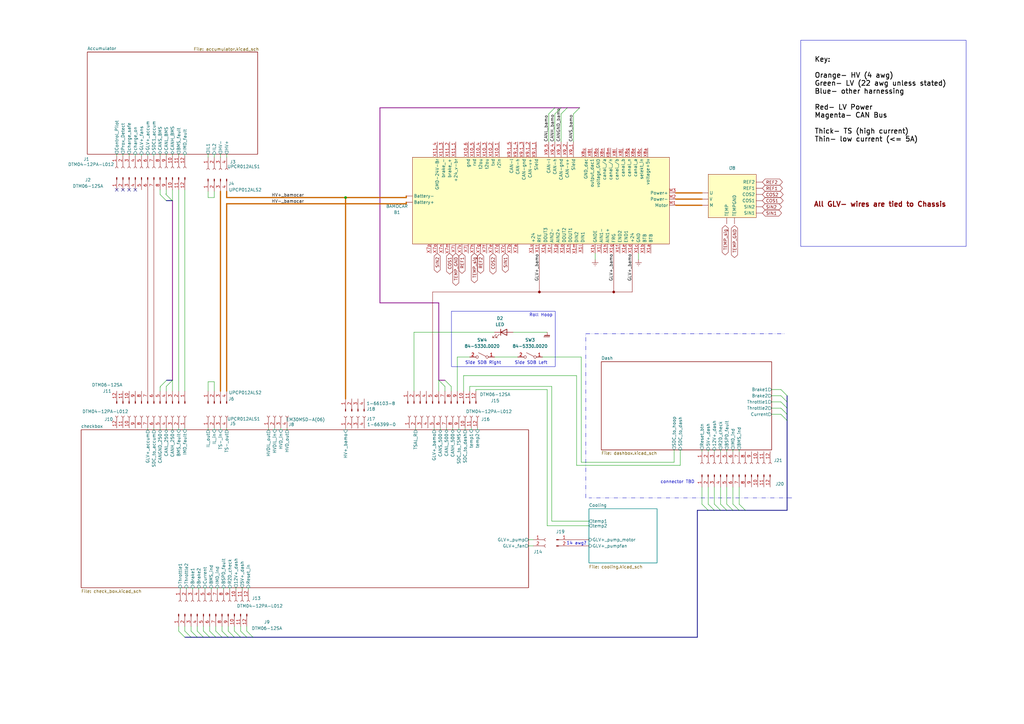
<source format=kicad_sch>
(kicad_sch
	(version 20231120)
	(generator "eeschema")
	(generator_version "8.0")
	(uuid "9fd63cb4-0e42-461f-94fb-36140af5f720")
	(paper "A3")
	(title_block
		(title "SC FormulaE Electrical System")
	)
	(lib_symbols
		(symbol "Connector:Conn_01x02_Pin"
			(pin_names
				(offset 1.016) hide)
			(exclude_from_sim no)
			(in_bom yes)
			(on_board yes)
			(property "Reference" "J"
				(at 0 2.54 0)
				(effects
					(font
						(size 1.27 1.27)
					)
				)
			)
			(property "Value" "Conn_01x02_Pin"
				(at 0 -5.08 0)
				(effects
					(font
						(size 1.27 1.27)
					)
				)
			)
			(property "Footprint" ""
				(at 0 0 0)
				(effects
					(font
						(size 1.27 1.27)
					)
					(hide yes)
				)
			)
			(property "Datasheet" "~"
				(at 0 0 0)
				(effects
					(font
						(size 1.27 1.27)
					)
					(hide yes)
				)
			)
			(property "Description" "Generic connector, single row, 01x02, script generated"
				(at 0 0 0)
				(effects
					(font
						(size 1.27 1.27)
					)
					(hide yes)
				)
			)
			(property "ki_locked" ""
				(at 0 0 0)
				(effects
					(font
						(size 1.27 1.27)
					)
				)
			)
			(property "ki_keywords" "connector"
				(at 0 0 0)
				(effects
					(font
						(size 1.27 1.27)
					)
					(hide yes)
				)
			)
			(property "ki_fp_filters" "Connector*:*_1x??_*"
				(at 0 0 0)
				(effects
					(font
						(size 1.27 1.27)
					)
					(hide yes)
				)
			)
			(symbol "Conn_01x02_Pin_1_1"
				(polyline
					(pts
						(xy 1.27 -2.54) (xy 0.8636 -2.54)
					)
					(stroke
						(width 0.1524)
						(type default)
					)
					(fill
						(type none)
					)
				)
				(polyline
					(pts
						(xy 1.27 0) (xy 0.8636 0)
					)
					(stroke
						(width 0.1524)
						(type default)
					)
					(fill
						(type none)
					)
				)
				(rectangle
					(start 0.8636 -2.413)
					(end 0 -2.667)
					(stroke
						(width 0.1524)
						(type default)
					)
					(fill
						(type outline)
					)
				)
				(rectangle
					(start 0.8636 0.127)
					(end 0 -0.127)
					(stroke
						(width 0.1524)
						(type default)
					)
					(fill
						(type outline)
					)
				)
				(pin passive line
					(at 5.08 0 180)
					(length 3.81)
					(name "Pin_1"
						(effects
							(font
								(size 1.27 1.27)
							)
						)
					)
					(number "1"
						(effects
							(font
								(size 1.27 1.27)
							)
						)
					)
				)
				(pin passive line
					(at 5.08 -2.54 180)
					(length 3.81)
					(name "Pin_2"
						(effects
							(font
								(size 1.27 1.27)
							)
						)
					)
					(number "2"
						(effects
							(font
								(size 1.27 1.27)
							)
						)
					)
				)
			)
		)
		(symbol "Connector:Conn_01x02_Socket"
			(pin_names
				(offset 1.016) hide)
			(exclude_from_sim no)
			(in_bom yes)
			(on_board yes)
			(property "Reference" "J"
				(at 0 2.54 0)
				(effects
					(font
						(size 1.27 1.27)
					)
				)
			)
			(property "Value" "Conn_01x02_Socket"
				(at 0 -5.08 0)
				(effects
					(font
						(size 1.27 1.27)
					)
				)
			)
			(property "Footprint" ""
				(at 0 0 0)
				(effects
					(font
						(size 1.27 1.27)
					)
					(hide yes)
				)
			)
			(property "Datasheet" "~"
				(at 0 0 0)
				(effects
					(font
						(size 1.27 1.27)
					)
					(hide yes)
				)
			)
			(property "Description" "Generic connector, single row, 01x02, script generated"
				(at 0 0 0)
				(effects
					(font
						(size 1.27 1.27)
					)
					(hide yes)
				)
			)
			(property "ki_locked" ""
				(at 0 0 0)
				(effects
					(font
						(size 1.27 1.27)
					)
				)
			)
			(property "ki_keywords" "connector"
				(at 0 0 0)
				(effects
					(font
						(size 1.27 1.27)
					)
					(hide yes)
				)
			)
			(property "ki_fp_filters" "Connector*:*_1x??_*"
				(at 0 0 0)
				(effects
					(font
						(size 1.27 1.27)
					)
					(hide yes)
				)
			)
			(symbol "Conn_01x02_Socket_1_1"
				(arc
					(start 0 -2.032)
					(mid -0.5058 -2.54)
					(end 0 -3.048)
					(stroke
						(width 0.1524)
						(type default)
					)
					(fill
						(type none)
					)
				)
				(polyline
					(pts
						(xy -1.27 -2.54) (xy -0.508 -2.54)
					)
					(stroke
						(width 0.1524)
						(type default)
					)
					(fill
						(type none)
					)
				)
				(polyline
					(pts
						(xy -1.27 0) (xy -0.508 0)
					)
					(stroke
						(width 0.1524)
						(type default)
					)
					(fill
						(type none)
					)
				)
				(arc
					(start 0 0.508)
					(mid -0.5058 0)
					(end 0 -0.508)
					(stroke
						(width 0.1524)
						(type default)
					)
					(fill
						(type none)
					)
				)
				(pin passive line
					(at -5.08 0 0)
					(length 3.81)
					(name "Pin_1"
						(effects
							(font
								(size 1.27 1.27)
							)
						)
					)
					(number "1"
						(effects
							(font
								(size 1.27 1.27)
							)
						)
					)
				)
				(pin passive line
					(at -5.08 -2.54 0)
					(length 3.81)
					(name "Pin_2"
						(effects
							(font
								(size 1.27 1.27)
							)
						)
					)
					(number "2"
						(effects
							(font
								(size 1.27 1.27)
							)
						)
					)
				)
			)
		)
		(symbol "Connector:Conn_01x04_Pin"
			(pin_names
				(offset 1.016) hide)
			(exclude_from_sim no)
			(in_bom yes)
			(on_board yes)
			(property "Reference" "J"
				(at 0 5.08 0)
				(effects
					(font
						(size 1.27 1.27)
					)
				)
			)
			(property "Value" "Conn_01x04_Pin"
				(at 0 -7.62 0)
				(effects
					(font
						(size 1.27 1.27)
					)
				)
			)
			(property "Footprint" ""
				(at 0 0 0)
				(effects
					(font
						(size 1.27 1.27)
					)
					(hide yes)
				)
			)
			(property "Datasheet" "~"
				(at 0 0 0)
				(effects
					(font
						(size 1.27 1.27)
					)
					(hide yes)
				)
			)
			(property "Description" "Generic connector, single row, 01x04, script generated"
				(at 0 0 0)
				(effects
					(font
						(size 1.27 1.27)
					)
					(hide yes)
				)
			)
			(property "ki_locked" ""
				(at 0 0 0)
				(effects
					(font
						(size 1.27 1.27)
					)
				)
			)
			(property "ki_keywords" "connector"
				(at 0 0 0)
				(effects
					(font
						(size 1.27 1.27)
					)
					(hide yes)
				)
			)
			(property "ki_fp_filters" "Connector*:*_1x??_*"
				(at 0 0 0)
				(effects
					(font
						(size 1.27 1.27)
					)
					(hide yes)
				)
			)
			(symbol "Conn_01x04_Pin_1_1"
				(polyline
					(pts
						(xy 1.27 -5.08) (xy 0.8636 -5.08)
					)
					(stroke
						(width 0.1524)
						(type default)
					)
					(fill
						(type none)
					)
				)
				(polyline
					(pts
						(xy 1.27 -2.54) (xy 0.8636 -2.54)
					)
					(stroke
						(width 0.1524)
						(type default)
					)
					(fill
						(type none)
					)
				)
				(polyline
					(pts
						(xy 1.27 0) (xy 0.8636 0)
					)
					(stroke
						(width 0.1524)
						(type default)
					)
					(fill
						(type none)
					)
				)
				(polyline
					(pts
						(xy 1.27 2.54) (xy 0.8636 2.54)
					)
					(stroke
						(width 0.1524)
						(type default)
					)
					(fill
						(type none)
					)
				)
				(rectangle
					(start 0.8636 -4.953)
					(end 0 -5.207)
					(stroke
						(width 0.1524)
						(type default)
					)
					(fill
						(type outline)
					)
				)
				(rectangle
					(start 0.8636 -2.413)
					(end 0 -2.667)
					(stroke
						(width 0.1524)
						(type default)
					)
					(fill
						(type outline)
					)
				)
				(rectangle
					(start 0.8636 0.127)
					(end 0 -0.127)
					(stroke
						(width 0.1524)
						(type default)
					)
					(fill
						(type outline)
					)
				)
				(rectangle
					(start 0.8636 2.667)
					(end 0 2.413)
					(stroke
						(width 0.1524)
						(type default)
					)
					(fill
						(type outline)
					)
				)
				(pin passive line
					(at 5.08 2.54 180)
					(length 3.81)
					(name "Pin_1"
						(effects
							(font
								(size 1.27 1.27)
							)
						)
					)
					(number "1"
						(effects
							(font
								(size 1.27 1.27)
							)
						)
					)
				)
				(pin passive line
					(at 5.08 0 180)
					(length 3.81)
					(name "Pin_2"
						(effects
							(font
								(size 1.27 1.27)
							)
						)
					)
					(number "2"
						(effects
							(font
								(size 1.27 1.27)
							)
						)
					)
				)
				(pin passive line
					(at 5.08 -2.54 180)
					(length 3.81)
					(name "Pin_3"
						(effects
							(font
								(size 1.27 1.27)
							)
						)
					)
					(number "3"
						(effects
							(font
								(size 1.27 1.27)
							)
						)
					)
				)
				(pin passive line
					(at 5.08 -5.08 180)
					(length 3.81)
					(name "Pin_4"
						(effects
							(font
								(size 1.27 1.27)
							)
						)
					)
					(number "4"
						(effects
							(font
								(size 1.27 1.27)
							)
						)
					)
				)
			)
		)
		(symbol "Connector:Conn_01x04_Socket"
			(pin_names
				(offset 1.016) hide)
			(exclude_from_sim no)
			(in_bom yes)
			(on_board yes)
			(property "Reference" "J"
				(at 0 5.08 0)
				(effects
					(font
						(size 1.27 1.27)
					)
				)
			)
			(property "Value" "Conn_01x04_Socket"
				(at 0 -7.62 0)
				(effects
					(font
						(size 1.27 1.27)
					)
				)
			)
			(property "Footprint" ""
				(at 0 0 0)
				(effects
					(font
						(size 1.27 1.27)
					)
					(hide yes)
				)
			)
			(property "Datasheet" "~"
				(at 0 0 0)
				(effects
					(font
						(size 1.27 1.27)
					)
					(hide yes)
				)
			)
			(property "Description" "Generic connector, single row, 01x04, script generated"
				(at 0 0 0)
				(effects
					(font
						(size 1.27 1.27)
					)
					(hide yes)
				)
			)
			(property "ki_locked" ""
				(at 0 0 0)
				(effects
					(font
						(size 1.27 1.27)
					)
				)
			)
			(property "ki_keywords" "connector"
				(at 0 0 0)
				(effects
					(font
						(size 1.27 1.27)
					)
					(hide yes)
				)
			)
			(property "ki_fp_filters" "Connector*:*_1x??_*"
				(at 0 0 0)
				(effects
					(font
						(size 1.27 1.27)
					)
					(hide yes)
				)
			)
			(symbol "Conn_01x04_Socket_1_1"
				(arc
					(start 0 -4.572)
					(mid -0.5058 -5.08)
					(end 0 -5.588)
					(stroke
						(width 0.1524)
						(type default)
					)
					(fill
						(type none)
					)
				)
				(arc
					(start 0 -2.032)
					(mid -0.5058 -2.54)
					(end 0 -3.048)
					(stroke
						(width 0.1524)
						(type default)
					)
					(fill
						(type none)
					)
				)
				(polyline
					(pts
						(xy -1.27 -5.08) (xy -0.508 -5.08)
					)
					(stroke
						(width 0.1524)
						(type default)
					)
					(fill
						(type none)
					)
				)
				(polyline
					(pts
						(xy -1.27 -2.54) (xy -0.508 -2.54)
					)
					(stroke
						(width 0.1524)
						(type default)
					)
					(fill
						(type none)
					)
				)
				(polyline
					(pts
						(xy -1.27 0) (xy -0.508 0)
					)
					(stroke
						(width 0.1524)
						(type default)
					)
					(fill
						(type none)
					)
				)
				(polyline
					(pts
						(xy -1.27 2.54) (xy -0.508 2.54)
					)
					(stroke
						(width 0.1524)
						(type default)
					)
					(fill
						(type none)
					)
				)
				(arc
					(start 0 0.508)
					(mid -0.5058 0)
					(end 0 -0.508)
					(stroke
						(width 0.1524)
						(type default)
					)
					(fill
						(type none)
					)
				)
				(arc
					(start 0 3.048)
					(mid -0.5058 2.54)
					(end 0 2.032)
					(stroke
						(width 0.1524)
						(type default)
					)
					(fill
						(type none)
					)
				)
				(pin passive line
					(at -5.08 2.54 0)
					(length 3.81)
					(name "Pin_1"
						(effects
							(font
								(size 1.27 1.27)
							)
						)
					)
					(number "1"
						(effects
							(font
								(size 1.27 1.27)
							)
						)
					)
				)
				(pin passive line
					(at -5.08 0 0)
					(length 3.81)
					(name "Pin_2"
						(effects
							(font
								(size 1.27 1.27)
							)
						)
					)
					(number "2"
						(effects
							(font
								(size 1.27 1.27)
							)
						)
					)
				)
				(pin passive line
					(at -5.08 -2.54 0)
					(length 3.81)
					(name "Pin_3"
						(effects
							(font
								(size 1.27 1.27)
							)
						)
					)
					(number "3"
						(effects
							(font
								(size 1.27 1.27)
							)
						)
					)
				)
				(pin passive line
					(at -5.08 -5.08 0)
					(length 3.81)
					(name "Pin_4"
						(effects
							(font
								(size 1.27 1.27)
							)
						)
					)
					(number "4"
						(effects
							(font
								(size 1.27 1.27)
							)
						)
					)
				)
			)
		)
		(symbol "Connector:Conn_01x12_Pin"
			(pin_names
				(offset 1.016) hide)
			(exclude_from_sim no)
			(in_bom yes)
			(on_board yes)
			(property "Reference" "J"
				(at 0 15.24 0)
				(effects
					(font
						(size 1.27 1.27)
					)
				)
			)
			(property "Value" "Conn_01x12_Pin"
				(at 0 -17.78 0)
				(effects
					(font
						(size 1.27 1.27)
					)
				)
			)
			(property "Footprint" ""
				(at 0 0 0)
				(effects
					(font
						(size 1.27 1.27)
					)
					(hide yes)
				)
			)
			(property "Datasheet" "~"
				(at 0 0 0)
				(effects
					(font
						(size 1.27 1.27)
					)
					(hide yes)
				)
			)
			(property "Description" "Generic connector, single row, 01x12, script generated"
				(at 0 0 0)
				(effects
					(font
						(size 1.27 1.27)
					)
					(hide yes)
				)
			)
			(property "ki_locked" ""
				(at 0 0 0)
				(effects
					(font
						(size 1.27 1.27)
					)
				)
			)
			(property "ki_keywords" "connector"
				(at 0 0 0)
				(effects
					(font
						(size 1.27 1.27)
					)
					(hide yes)
				)
			)
			(property "ki_fp_filters" "Connector*:*_1x??_*"
				(at 0 0 0)
				(effects
					(font
						(size 1.27 1.27)
					)
					(hide yes)
				)
			)
			(symbol "Conn_01x12_Pin_1_1"
				(polyline
					(pts
						(xy 1.27 -15.24) (xy 0.8636 -15.24)
					)
					(stroke
						(width 0.1524)
						(type default)
					)
					(fill
						(type none)
					)
				)
				(polyline
					(pts
						(xy 1.27 -12.7) (xy 0.8636 -12.7)
					)
					(stroke
						(width 0.1524)
						(type default)
					)
					(fill
						(type none)
					)
				)
				(polyline
					(pts
						(xy 1.27 -10.16) (xy 0.8636 -10.16)
					)
					(stroke
						(width 0.1524)
						(type default)
					)
					(fill
						(type none)
					)
				)
				(polyline
					(pts
						(xy 1.27 -7.62) (xy 0.8636 -7.62)
					)
					(stroke
						(width 0.1524)
						(type default)
					)
					(fill
						(type none)
					)
				)
				(polyline
					(pts
						(xy 1.27 -5.08) (xy 0.8636 -5.08)
					)
					(stroke
						(width 0.1524)
						(type default)
					)
					(fill
						(type none)
					)
				)
				(polyline
					(pts
						(xy 1.27 -2.54) (xy 0.8636 -2.54)
					)
					(stroke
						(width 0.1524)
						(type default)
					)
					(fill
						(type none)
					)
				)
				(polyline
					(pts
						(xy 1.27 0) (xy 0.8636 0)
					)
					(stroke
						(width 0.1524)
						(type default)
					)
					(fill
						(type none)
					)
				)
				(polyline
					(pts
						(xy 1.27 2.54) (xy 0.8636 2.54)
					)
					(stroke
						(width 0.1524)
						(type default)
					)
					(fill
						(type none)
					)
				)
				(polyline
					(pts
						(xy 1.27 5.08) (xy 0.8636 5.08)
					)
					(stroke
						(width 0.1524)
						(type default)
					)
					(fill
						(type none)
					)
				)
				(polyline
					(pts
						(xy 1.27 7.62) (xy 0.8636 7.62)
					)
					(stroke
						(width 0.1524)
						(type default)
					)
					(fill
						(type none)
					)
				)
				(polyline
					(pts
						(xy 1.27 10.16) (xy 0.8636 10.16)
					)
					(stroke
						(width 0.1524)
						(type default)
					)
					(fill
						(type none)
					)
				)
				(polyline
					(pts
						(xy 1.27 12.7) (xy 0.8636 12.7)
					)
					(stroke
						(width 0.1524)
						(type default)
					)
					(fill
						(type none)
					)
				)
				(rectangle
					(start 0.8636 -15.113)
					(end 0 -15.367)
					(stroke
						(width 0.1524)
						(type default)
					)
					(fill
						(type outline)
					)
				)
				(rectangle
					(start 0.8636 -12.573)
					(end 0 -12.827)
					(stroke
						(width 0.1524)
						(type default)
					)
					(fill
						(type outline)
					)
				)
				(rectangle
					(start 0.8636 -10.033)
					(end 0 -10.287)
					(stroke
						(width 0.1524)
						(type default)
					)
					(fill
						(type outline)
					)
				)
				(rectangle
					(start 0.8636 -7.493)
					(end 0 -7.747)
					(stroke
						(width 0.1524)
						(type default)
					)
					(fill
						(type outline)
					)
				)
				(rectangle
					(start 0.8636 -4.953)
					(end 0 -5.207)
					(stroke
						(width 0.1524)
						(type default)
					)
					(fill
						(type outline)
					)
				)
				(rectangle
					(start 0.8636 -2.413)
					(end 0 -2.667)
					(stroke
						(width 0.1524)
						(type default)
					)
					(fill
						(type outline)
					)
				)
				(rectangle
					(start 0.8636 0.127)
					(end 0 -0.127)
					(stroke
						(width 0.1524)
						(type default)
					)
					(fill
						(type outline)
					)
				)
				(rectangle
					(start 0.8636 2.667)
					(end 0 2.413)
					(stroke
						(width 0.1524)
						(type default)
					)
					(fill
						(type outline)
					)
				)
				(rectangle
					(start 0.8636 5.207)
					(end 0 4.953)
					(stroke
						(width 0.1524)
						(type default)
					)
					(fill
						(type outline)
					)
				)
				(rectangle
					(start 0.8636 7.747)
					(end 0 7.493)
					(stroke
						(width 0.1524)
						(type default)
					)
					(fill
						(type outline)
					)
				)
				(rectangle
					(start 0.8636 10.287)
					(end 0 10.033)
					(stroke
						(width 0.1524)
						(type default)
					)
					(fill
						(type outline)
					)
				)
				(rectangle
					(start 0.8636 12.827)
					(end 0 12.573)
					(stroke
						(width 0.1524)
						(type default)
					)
					(fill
						(type outline)
					)
				)
				(pin passive line
					(at 5.08 12.7 180)
					(length 3.81)
					(name "Pin_1"
						(effects
							(font
								(size 1.27 1.27)
							)
						)
					)
					(number "1"
						(effects
							(font
								(size 1.27 1.27)
							)
						)
					)
				)
				(pin passive line
					(at 5.08 -10.16 180)
					(length 3.81)
					(name "Pin_10"
						(effects
							(font
								(size 1.27 1.27)
							)
						)
					)
					(number "10"
						(effects
							(font
								(size 1.27 1.27)
							)
						)
					)
				)
				(pin passive line
					(at 5.08 -12.7 180)
					(length 3.81)
					(name "Pin_11"
						(effects
							(font
								(size 1.27 1.27)
							)
						)
					)
					(number "11"
						(effects
							(font
								(size 1.27 1.27)
							)
						)
					)
				)
				(pin passive line
					(at 5.08 -15.24 180)
					(length 3.81)
					(name "Pin_12"
						(effects
							(font
								(size 1.27 1.27)
							)
						)
					)
					(number "12"
						(effects
							(font
								(size 1.27 1.27)
							)
						)
					)
				)
				(pin passive line
					(at 5.08 10.16 180)
					(length 3.81)
					(name "Pin_2"
						(effects
							(font
								(size 1.27 1.27)
							)
						)
					)
					(number "2"
						(effects
							(font
								(size 1.27 1.27)
							)
						)
					)
				)
				(pin passive line
					(at 5.08 7.62 180)
					(length 3.81)
					(name "Pin_3"
						(effects
							(font
								(size 1.27 1.27)
							)
						)
					)
					(number "3"
						(effects
							(font
								(size 1.27 1.27)
							)
						)
					)
				)
				(pin passive line
					(at 5.08 5.08 180)
					(length 3.81)
					(name "Pin_4"
						(effects
							(font
								(size 1.27 1.27)
							)
						)
					)
					(number "4"
						(effects
							(font
								(size 1.27 1.27)
							)
						)
					)
				)
				(pin passive line
					(at 5.08 2.54 180)
					(length 3.81)
					(name "Pin_5"
						(effects
							(font
								(size 1.27 1.27)
							)
						)
					)
					(number "5"
						(effects
							(font
								(size 1.27 1.27)
							)
						)
					)
				)
				(pin passive line
					(at 5.08 0 180)
					(length 3.81)
					(name "Pin_6"
						(effects
							(font
								(size 1.27 1.27)
							)
						)
					)
					(number "6"
						(effects
							(font
								(size 1.27 1.27)
							)
						)
					)
				)
				(pin passive line
					(at 5.08 -2.54 180)
					(length 3.81)
					(name "Pin_7"
						(effects
							(font
								(size 1.27 1.27)
							)
						)
					)
					(number "7"
						(effects
							(font
								(size 1.27 1.27)
							)
						)
					)
				)
				(pin passive line
					(at 5.08 -5.08 180)
					(length 3.81)
					(name "Pin_8"
						(effects
							(font
								(size 1.27 1.27)
							)
						)
					)
					(number "8"
						(effects
							(font
								(size 1.27 1.27)
							)
						)
					)
				)
				(pin passive line
					(at 5.08 -7.62 180)
					(length 3.81)
					(name "Pin_9"
						(effects
							(font
								(size 1.27 1.27)
							)
						)
					)
					(number "9"
						(effects
							(font
								(size 1.27 1.27)
							)
						)
					)
				)
			)
		)
		(symbol "Connector:Conn_01x12_Socket"
			(pin_names
				(offset 1.016) hide)
			(exclude_from_sim no)
			(in_bom yes)
			(on_board yes)
			(property "Reference" "J"
				(at 0 15.24 0)
				(effects
					(font
						(size 1.27 1.27)
					)
				)
			)
			(property "Value" "Conn_01x12_Socket"
				(at 0 -17.78 0)
				(effects
					(font
						(size 1.27 1.27)
					)
				)
			)
			(property "Footprint" ""
				(at 0 0 0)
				(effects
					(font
						(size 1.27 1.27)
					)
					(hide yes)
				)
			)
			(property "Datasheet" "~"
				(at 0 0 0)
				(effects
					(font
						(size 1.27 1.27)
					)
					(hide yes)
				)
			)
			(property "Description" "Generic connector, single row, 01x12, script generated"
				(at 0 0 0)
				(effects
					(font
						(size 1.27 1.27)
					)
					(hide yes)
				)
			)
			(property "ki_locked" ""
				(at 0 0 0)
				(effects
					(font
						(size 1.27 1.27)
					)
				)
			)
			(property "ki_keywords" "connector"
				(at 0 0 0)
				(effects
					(font
						(size 1.27 1.27)
					)
					(hide yes)
				)
			)
			(property "ki_fp_filters" "Connector*:*_1x??_*"
				(at 0 0 0)
				(effects
					(font
						(size 1.27 1.27)
					)
					(hide yes)
				)
			)
			(symbol "Conn_01x12_Socket_1_1"
				(arc
					(start 0 -14.732)
					(mid -0.5058 -15.24)
					(end 0 -15.748)
					(stroke
						(width 0.1524)
						(type default)
					)
					(fill
						(type none)
					)
				)
				(arc
					(start 0 -12.192)
					(mid -0.5058 -12.7)
					(end 0 -13.208)
					(stroke
						(width 0.1524)
						(type default)
					)
					(fill
						(type none)
					)
				)
				(arc
					(start 0 -9.652)
					(mid -0.5058 -10.16)
					(end 0 -10.668)
					(stroke
						(width 0.1524)
						(type default)
					)
					(fill
						(type none)
					)
				)
				(arc
					(start 0 -7.112)
					(mid -0.5058 -7.62)
					(end 0 -8.128)
					(stroke
						(width 0.1524)
						(type default)
					)
					(fill
						(type none)
					)
				)
				(arc
					(start 0 -4.572)
					(mid -0.5058 -5.08)
					(end 0 -5.588)
					(stroke
						(width 0.1524)
						(type default)
					)
					(fill
						(type none)
					)
				)
				(arc
					(start 0 -2.032)
					(mid -0.5058 -2.54)
					(end 0 -3.048)
					(stroke
						(width 0.1524)
						(type default)
					)
					(fill
						(type none)
					)
				)
				(polyline
					(pts
						(xy -1.27 -15.24) (xy -0.508 -15.24)
					)
					(stroke
						(width 0.1524)
						(type default)
					)
					(fill
						(type none)
					)
				)
				(polyline
					(pts
						(xy -1.27 -12.7) (xy -0.508 -12.7)
					)
					(stroke
						(width 0.1524)
						(type default)
					)
					(fill
						(type none)
					)
				)
				(polyline
					(pts
						(xy -1.27 -10.16) (xy -0.508 -10.16)
					)
					(stroke
						(width 0.1524)
						(type default)
					)
					(fill
						(type none)
					)
				)
				(polyline
					(pts
						(xy -1.27 -7.62) (xy -0.508 -7.62)
					)
					(stroke
						(width 0.1524)
						(type default)
					)
					(fill
						(type none)
					)
				)
				(polyline
					(pts
						(xy -1.27 -5.08) (xy -0.508 -5.08)
					)
					(stroke
						(width 0.1524)
						(type default)
					)
					(fill
						(type none)
					)
				)
				(polyline
					(pts
						(xy -1.27 -2.54) (xy -0.508 -2.54)
					)
					(stroke
						(width 0.1524)
						(type default)
					)
					(fill
						(type none)
					)
				)
				(polyline
					(pts
						(xy -1.27 0) (xy -0.508 0)
					)
					(stroke
						(width 0.1524)
						(type default)
					)
					(fill
						(type none)
					)
				)
				(polyline
					(pts
						(xy -1.27 2.54) (xy -0.508 2.54)
					)
					(stroke
						(width 0.1524)
						(type default)
					)
					(fill
						(type none)
					)
				)
				(polyline
					(pts
						(xy -1.27 5.08) (xy -0.508 5.08)
					)
					(stroke
						(width 0.1524)
						(type default)
					)
					(fill
						(type none)
					)
				)
				(polyline
					(pts
						(xy -1.27 7.62) (xy -0.508 7.62)
					)
					(stroke
						(width 0.1524)
						(type default)
					)
					(fill
						(type none)
					)
				)
				(polyline
					(pts
						(xy -1.27 10.16) (xy -0.508 10.16)
					)
					(stroke
						(width 0.1524)
						(type default)
					)
					(fill
						(type none)
					)
				)
				(polyline
					(pts
						(xy -1.27 12.7) (xy -0.508 12.7)
					)
					(stroke
						(width 0.1524)
						(type default)
					)
					(fill
						(type none)
					)
				)
				(arc
					(start 0 0.508)
					(mid -0.5058 0)
					(end 0 -0.508)
					(stroke
						(width 0.1524)
						(type default)
					)
					(fill
						(type none)
					)
				)
				(arc
					(start 0 3.048)
					(mid -0.5058 2.54)
					(end 0 2.032)
					(stroke
						(width 0.1524)
						(type default)
					)
					(fill
						(type none)
					)
				)
				(arc
					(start 0 5.588)
					(mid -0.5058 5.08)
					(end 0 4.572)
					(stroke
						(width 0.1524)
						(type default)
					)
					(fill
						(type none)
					)
				)
				(arc
					(start 0 8.128)
					(mid -0.5058 7.62)
					(end 0 7.112)
					(stroke
						(width 0.1524)
						(type default)
					)
					(fill
						(type none)
					)
				)
				(arc
					(start 0 10.668)
					(mid -0.5058 10.16)
					(end 0 9.652)
					(stroke
						(width 0.1524)
						(type default)
					)
					(fill
						(type none)
					)
				)
				(arc
					(start 0 13.208)
					(mid -0.5058 12.7)
					(end 0 12.192)
					(stroke
						(width 0.1524)
						(type default)
					)
					(fill
						(type none)
					)
				)
				(pin passive line
					(at -5.08 12.7 0)
					(length 3.81)
					(name "Pin_1"
						(effects
							(font
								(size 1.27 1.27)
							)
						)
					)
					(number "1"
						(effects
							(font
								(size 1.27 1.27)
							)
						)
					)
				)
				(pin passive line
					(at -5.08 -10.16 0)
					(length 3.81)
					(name "Pin_10"
						(effects
							(font
								(size 1.27 1.27)
							)
						)
					)
					(number "10"
						(effects
							(font
								(size 1.27 1.27)
							)
						)
					)
				)
				(pin passive line
					(at -5.08 -12.7 0)
					(length 3.81)
					(name "Pin_11"
						(effects
							(font
								(size 1.27 1.27)
							)
						)
					)
					(number "11"
						(effects
							(font
								(size 1.27 1.27)
							)
						)
					)
				)
				(pin passive line
					(at -5.08 -15.24 0)
					(length 3.81)
					(name "Pin_12"
						(effects
							(font
								(size 1.27 1.27)
							)
						)
					)
					(number "12"
						(effects
							(font
								(size 1.27 1.27)
							)
						)
					)
				)
				(pin passive line
					(at -5.08 10.16 0)
					(length 3.81)
					(name "Pin_2"
						(effects
							(font
								(size 1.27 1.27)
							)
						)
					)
					(number "2"
						(effects
							(font
								(size 1.27 1.27)
							)
						)
					)
				)
				(pin passive line
					(at -5.08 7.62 0)
					(length 3.81)
					(name "Pin_3"
						(effects
							(font
								(size 1.27 1.27)
							)
						)
					)
					(number "3"
						(effects
							(font
								(size 1.27 1.27)
							)
						)
					)
				)
				(pin passive line
					(at -5.08 5.08 0)
					(length 3.81)
					(name "Pin_4"
						(effects
							(font
								(size 1.27 1.27)
							)
						)
					)
					(number "4"
						(effects
							(font
								(size 1.27 1.27)
							)
						)
					)
				)
				(pin passive line
					(at -5.08 2.54 0)
					(length 3.81)
					(name "Pin_5"
						(effects
							(font
								(size 1.27 1.27)
							)
						)
					)
					(number "5"
						(effects
							(font
								(size 1.27 1.27)
							)
						)
					)
				)
				(pin passive line
					(at -5.08 0 0)
					(length 3.81)
					(name "Pin_6"
						(effects
							(font
								(size 1.27 1.27)
							)
						)
					)
					(number "6"
						(effects
							(font
								(size 1.27 1.27)
							)
						)
					)
				)
				(pin passive line
					(at -5.08 -2.54 0)
					(length 3.81)
					(name "Pin_7"
						(effects
							(font
								(size 1.27 1.27)
							)
						)
					)
					(number "7"
						(effects
							(font
								(size 1.27 1.27)
							)
						)
					)
				)
				(pin passive line
					(at -5.08 -5.08 0)
					(length 3.81)
					(name "Pin_8"
						(effects
							(font
								(size 1.27 1.27)
							)
						)
					)
					(number "8"
						(effects
							(font
								(size 1.27 1.27)
							)
						)
					)
				)
				(pin passive line
					(at -5.08 -7.62 0)
					(length 3.81)
					(name "Pin_9"
						(effects
							(font
								(size 1.27 1.27)
							)
						)
					)
					(number "9"
						(effects
							(font
								(size 1.27 1.27)
							)
						)
					)
				)
			)
		)
		(symbol "Device:LED"
			(pin_numbers hide)
			(pin_names
				(offset 1.016) hide)
			(exclude_from_sim no)
			(in_bom yes)
			(on_board yes)
			(property "Reference" "D"
				(at 0 2.54 0)
				(effects
					(font
						(size 1.27 1.27)
					)
				)
			)
			(property "Value" "LED"
				(at 0 -2.54 0)
				(effects
					(font
						(size 1.27 1.27)
					)
				)
			)
			(property "Footprint" ""
				(at 0 0 0)
				(effects
					(font
						(size 1.27 1.27)
					)
					(hide yes)
				)
			)
			(property "Datasheet" "~"
				(at 0 0 0)
				(effects
					(font
						(size 1.27 1.27)
					)
					(hide yes)
				)
			)
			(property "Description" "Light emitting diode"
				(at 0 0 0)
				(effects
					(font
						(size 1.27 1.27)
					)
					(hide yes)
				)
			)
			(property "ki_keywords" "LED diode"
				(at 0 0 0)
				(effects
					(font
						(size 1.27 1.27)
					)
					(hide yes)
				)
			)
			(property "ki_fp_filters" "LED* LED_SMD:* LED_THT:*"
				(at 0 0 0)
				(effects
					(font
						(size 1.27 1.27)
					)
					(hide yes)
				)
			)
			(symbol "LED_0_1"
				(polyline
					(pts
						(xy -1.27 -1.27) (xy -1.27 1.27)
					)
					(stroke
						(width 0.254)
						(type default)
					)
					(fill
						(type none)
					)
				)
				(polyline
					(pts
						(xy -1.27 0) (xy 1.27 0)
					)
					(stroke
						(width 0)
						(type default)
					)
					(fill
						(type none)
					)
				)
				(polyline
					(pts
						(xy 1.27 -1.27) (xy 1.27 1.27) (xy -1.27 0) (xy 1.27 -1.27)
					)
					(stroke
						(width 0.254)
						(type default)
					)
					(fill
						(type none)
					)
				)
				(polyline
					(pts
						(xy -3.048 -0.762) (xy -4.572 -2.286) (xy -3.81 -2.286) (xy -4.572 -2.286) (xy -4.572 -1.524)
					)
					(stroke
						(width 0)
						(type default)
					)
					(fill
						(type none)
					)
				)
				(polyline
					(pts
						(xy -1.778 -0.762) (xy -3.302 -2.286) (xy -2.54 -2.286) (xy -3.302 -2.286) (xy -3.302 -1.524)
					)
					(stroke
						(width 0)
						(type default)
					)
					(fill
						(type none)
					)
				)
			)
			(symbol "LED_1_1"
				(pin passive line
					(at -3.81 0 0)
					(length 2.54)
					(name "K"
						(effects
							(font
								(size 1.27 1.27)
							)
						)
					)
					(number "1"
						(effects
							(font
								(size 1.27 1.27)
							)
						)
					)
				)
				(pin passive line
					(at 3.81 0 180)
					(length 2.54)
					(name "A"
						(effects
							(font
								(size 1.27 1.27)
							)
						)
					)
					(number "2"
						(effects
							(font
								(size 1.27 1.27)
							)
						)
					)
				)
			)
		)
		(symbol "FSAE:BAMOCAR"
			(exclude_from_sim no)
			(in_bom yes)
			(on_board yes)
			(property "Reference" "B"
				(at 0 1.27 0)
				(effects
					(font
						(size 1.27 1.27)
					)
				)
			)
			(property "Value" "BAMOCAR"
				(at 0 -1.27 0)
				(effects
					(font
						(size 1.27 1.27)
					)
				)
			)
			(property "Footprint" ""
				(at -21.59 12.7 0)
				(effects
					(font
						(size 1.27 1.27)
					)
					(hide yes)
				)
			)
			(property "Datasheet" ""
				(at -21.59 12.7 0)
				(effects
					(font
						(size 1.27 1.27)
					)
					(hide yes)
				)
			)
			(property "Description" ""
				(at 0 0 0)
				(effects
					(font
						(size 1.27 1.27)
					)
					(hide yes)
				)
			)
			(symbol "BAMOCAR_0_1"
				(rectangle
					(start -17.78 53.34)
					(end 17.78 -52.07)
					(stroke
						(width 0)
						(type default)
					)
					(fill
						(type background)
					)
				)
			)
			(symbol "BAMOCAR_1_1"
				(pin output line
					(at -0.635 -54.61 90)
					(length 2.54)
					(name "Battery+"
						(effects
							(font
								(size 1.27 1.27)
							)
						)
					)
					(number ""
						(effects
							(font
								(size 1.27 1.27)
							)
						)
					)
				)
				(pin output line
					(at 1.905 -54.61 90)
					(length 2.54)
					(name "Battery-"
						(effects
							(font
								(size 1.27 1.27)
							)
						)
					)
					(number ""
						(effects
							(font
								(size 1.27 1.27)
							)
						)
					)
				)
				(pin output line
					(at -1.905 55.88 270)
					(length 2.54)
					(name "Motor"
						(effects
							(font
								(size 1.27 1.27)
							)
						)
					)
					(number "M1"
						(effects
							(font
								(size 1.27 1.27)
							)
						)
					)
				)
				(pin output line
					(at 0.635 55.88 270)
					(length 2.54)
					(name "Power-"
						(effects
							(font
								(size 1.27 1.27)
							)
						)
					)
					(number "M2"
						(effects
							(font
								(size 1.27 1.27)
							)
						)
					)
				)
				(pin output line
					(at 3.175 55.88 270)
					(length 2.54)
					(name "Power+"
						(effects
							(font
								(size 1.27 1.27)
							)
						)
					)
					(number "M3"
						(effects
							(font
								(size 1.27 1.27)
							)
						)
					)
				)
				(pin input line
					(at 24.13 -16.51 180)
					(length 6.35)
					(name "r2in"
						(effects
							(font
								(size 1.27 1.27)
							)
						)
					)
					(number "X10_1"
						(effects
							(font
								(size 1.27 1.27)
							)
						)
					)
				)
				(pin input line
					(at 24.13 -19.05 180)
					(length 6.35)
					(name "txd"
						(effects
							(font
								(size 1.27 1.27)
							)
						)
					)
					(number "X10_2"
						(effects
							(font
								(size 1.27 1.27)
							)
						)
					)
				)
				(pin input line
					(at 24.13 -21.59 180)
					(length 6.35)
					(name "t2ou"
						(effects
							(font
								(size 1.27 1.27)
							)
						)
					)
					(number "X10_3"
						(effects
							(font
								(size 1.27 1.27)
							)
						)
					)
				)
				(pin input line
					(at 24.13 -24.13 180)
					(length 6.35)
					(name "t2ou"
						(effects
							(font
								(size 1.27 1.27)
							)
						)
					)
					(number "X10_4"
						(effects
							(font
								(size 1.27 1.27)
							)
						)
					)
				)
				(pin input line
					(at 24.13 -26.67 180)
					(length 6.35)
					(name "rxd"
						(effects
							(font
								(size 1.27 1.27)
							)
						)
					)
					(number "X10_5"
						(effects
							(font
								(size 1.27 1.27)
							)
						)
					)
				)
				(pin input line
					(at 24.13 -29.21 180)
					(length 6.35)
					(name "gnd"
						(effects
							(font
								(size 1.27 1.27)
							)
						)
					)
					(number "X10_6"
						(effects
							(font
								(size 1.27 1.27)
							)
						)
					)
				)
				(pin input line
					(at 24.13 -34.29 180)
					(length 6.35)
					(name "+24_v-br"
						(effects
							(font
								(size 1.27 1.27)
							)
						)
					)
					(number "X11_1"
						(effects
							(font
								(size 1.27 1.27)
							)
						)
					)
				)
				(pin input line
					(at 24.13 -36.83 180)
					(length 6.35)
					(name "brake_+"
						(effects
							(font
								(size 1.27 1.27)
							)
						)
					)
					(number "X11_2"
						(effects
							(font
								(size 1.27 1.27)
							)
						)
					)
				)
				(pin input line
					(at 24.13 -39.37 180)
					(length 6.35)
					(name "brake_-"
						(effects
							(font
								(size 1.27 1.27)
							)
						)
					)
					(number "X11_3"
						(effects
							(font
								(size 1.27 1.27)
							)
						)
					)
				)
				(pin input line
					(at 24.13 -41.91 180)
					(length 6.35)
					(name "GMD-24V-Br"
						(effects
							(font
								(size 1.27 1.27)
							)
						)
					)
					(number "X11_4"
						(effects
							(font
								(size 1.27 1.27)
							)
						)
					)
				)
				(pin input line
					(at -21.59 45.72 0)
					(length 3.81)
					(name "BTB"
						(effects
							(font
								(size 1.27 1.27)
							)
						)
					)
					(number "X1a"
						(effects
							(font
								(size 1.27 1.27)
							)
						)
					)
				)
				(pin output line
					(at -21.59 43.18 0)
					(length 3.81)
					(name "BTB"
						(effects
							(font
								(size 1.27 1.27)
							)
						)
					)
					(number "X1b"
						(effects
							(font
								(size 1.27 1.27)
							)
						)
					)
				)
				(pin output line
					(at -21.59 40.64 0)
					(length 3.81)
					(name "GND"
						(effects
							(font
								(size 1.27 1.27)
							)
						)
					)
					(number "X1c"
						(effects
							(font
								(size 1.27 1.27)
							)
						)
					)
				)
				(pin input line
					(at -21.59 38.1 0)
					(length 3.81)
					(name "+24"
						(effects
							(font
								(size 1.27 1.27)
							)
						)
					)
					(number "X1d"
						(effects
							(font
								(size 1.27 1.27)
							)
						)
					)
				)
				(pin input line
					(at -21.59 35.56 0)
					(length 3.81)
					(name "END1"
						(effects
							(font
								(size 1.27 1.27)
							)
						)
					)
					(number "X1e"
						(effects
							(font
								(size 1.27 1.27)
							)
						)
					)
				)
				(pin input line
					(at -21.59 33.02 0)
					(length 3.81)
					(name "END2"
						(effects
							(font
								(size 1.27 1.27)
							)
						)
					)
					(number "X1f"
						(effects
							(font
								(size 1.27 1.27)
							)
						)
					)
				)
				(pin input line
					(at -21.59 30.48 0)
					(length 3.81)
					(name "FRG"
						(effects
							(font
								(size 1.27 1.27)
							)
						)
					)
					(number "X1g"
						(effects
							(font
								(size 1.27 1.27)
							)
						)
					)
				)
				(pin input line
					(at -21.59 27.94 0)
					(length 3.81)
					(name "AIN1+"
						(effects
							(font
								(size 1.27 1.27)
							)
						)
					)
					(number "X1h"
						(effects
							(font
								(size 1.27 1.27)
							)
						)
					)
				)
				(pin input line
					(at -21.59 25.4 0)
					(length 3.81)
					(name "AIN1-"
						(effects
							(font
								(size 1.27 1.27)
							)
						)
					)
					(number "X1j"
						(effects
							(font
								(size 1.27 1.27)
							)
						)
					)
				)
				(pin output line
					(at -21.59 22.86 0)
					(length 3.81)
					(name "GNDE"
						(effects
							(font
								(size 1.27 1.27)
							)
						)
					)
					(number "X1k"
						(effects
							(font
								(size 1.27 1.27)
							)
						)
					)
				)
				(pin input line
					(at -21.59 17.78 0)
					(length 3.81)
					(name "DIN1"
						(effects
							(font
								(size 1.27 1.27)
							)
						)
					)
					(number "X1l"
						(effects
							(font
								(size 1.27 1.27)
							)
						)
					)
				)
				(pin input line
					(at -21.59 15.24 0)
					(length 3.81)
					(name "DIN2"
						(effects
							(font
								(size 1.27 1.27)
							)
						)
					)
					(number "X1m"
						(effects
							(font
								(size 1.27 1.27)
							)
						)
					)
				)
				(pin output line
					(at -21.59 12.7 0)
					(length 3.81)
					(name "DOUT1"
						(effects
							(font
								(size 1.27 1.27)
							)
						)
					)
					(number "X1n"
						(effects
							(font
								(size 1.27 1.27)
							)
						)
					)
				)
				(pin output line
					(at -21.59 10.16 0)
					(length 3.81)
					(name "DOUT2"
						(effects
							(font
								(size 1.27 1.27)
							)
						)
					)
					(number "X1o"
						(effects
							(font
								(size 1.27 1.27)
							)
						)
					)
				)
				(pin input line
					(at -21.59 7.62 0)
					(length 3.81)
					(name "AIN2+"
						(effects
							(font
								(size 1.27 1.27)
							)
						)
					)
					(number "X1p"
						(effects
							(font
								(size 1.27 1.27)
							)
						)
					)
				)
				(pin input line
					(at -21.59 5.08 0)
					(length 3.81)
					(name "AIN2-"
						(effects
							(font
								(size 1.27 1.27)
							)
						)
					)
					(number "X1r"
						(effects
							(font
								(size 1.27 1.27)
							)
						)
					)
				)
				(pin output line
					(at -21.59 2.54 0)
					(length 3.81)
					(name "DOUT3"
						(effects
							(font
								(size 1.27 1.27)
							)
						)
					)
					(number "X1s"
						(effects
							(font
								(size 1.27 1.27)
							)
						)
					)
				)
				(pin input line
					(at -21.59 0 0)
					(length 3.81)
					(name "RFE"
						(effects
							(font
								(size 1.27 1.27)
							)
						)
					)
					(number "X1t"
						(effects
							(font
								(size 1.27 1.27)
							)
						)
					)
				)
				(pin input line
					(at -21.59 -2.54 0)
					(length 3.81)
					(name "+24"
						(effects
							(font
								(size 1.27 1.27)
							)
						)
					)
					(number "X1u"
						(effects
							(font
								(size 1.27 1.27)
							)
						)
					)
				)
				(pin input line
					(at -21.59 -8.89 0)
					(length 3.81)
					(name ""
						(effects
							(font
								(size 1.27 1.27)
							)
						)
					)
					(number "X7a"
						(effects
							(font
								(size 1.27 1.27)
							)
						)
					)
				)
				(pin input line
					(at -21.59 -11.43 0)
					(length 3.81)
					(name ""
						(effects
							(font
								(size 1.27 1.27)
							)
						)
					)
					(number "X7b"
						(effects
							(font
								(size 1.27 1.27)
							)
						)
					)
				)
				(pin input line
					(at -21.59 -13.97 0)
					(length 3.81)
					(name ""
						(effects
							(font
								(size 1.27 1.27)
							)
						)
					)
					(number "X7c"
						(effects
							(font
								(size 1.27 1.27)
							)
						)
					)
				)
				(pin input line
					(at -21.59 -16.51 0)
					(length 3.81)
					(name ""
						(effects
							(font
								(size 1.27 1.27)
							)
						)
					)
					(number "X7d"
						(effects
							(font
								(size 1.27 1.27)
							)
						)
					)
				)
				(pin input line
					(at -21.59 -19.05 0)
					(length 3.81)
					(name ""
						(effects
							(font
								(size 1.27 1.27)
							)
						)
					)
					(number "X7e"
						(effects
							(font
								(size 1.27 1.27)
							)
						)
					)
				)
				(pin input line
					(at -21.59 -21.59 0)
					(length 3.81)
					(name ""
						(effects
							(font
								(size 1.27 1.27)
							)
						)
					)
					(number "X7f"
						(effects
							(font
								(size 1.27 1.27)
							)
						)
					)
				)
				(pin input line
					(at -21.59 -24.13 0)
					(length 3.81)
					(name ""
						(effects
							(font
								(size 1.27 1.27)
							)
						)
					)
					(number "X7g"
						(effects
							(font
								(size 1.27 1.27)
							)
						)
					)
				)
				(pin input line
					(at -21.59 -26.67 0)
					(length 3.81)
					(name ""
						(effects
							(font
								(size 1.27 1.27)
							)
						)
					)
					(number "X7h"
						(effects
							(font
								(size 1.27 1.27)
							)
						)
					)
				)
				(pin input line
					(at -21.59 -29.21 0)
					(length 3.81)
					(name ""
						(effects
							(font
								(size 1.27 1.27)
							)
						)
					)
					(number "X7j"
						(effects
							(font
								(size 1.27 1.27)
							)
						)
					)
				)
				(pin input line
					(at -21.59 -31.75 0)
					(length 3.81)
					(name ""
						(effects
							(font
								(size 1.27 1.27)
							)
						)
					)
					(number "X7k"
						(effects
							(font
								(size 1.27 1.27)
							)
						)
					)
				)
				(pin input line
					(at -21.59 -34.29 0)
					(length 3.81)
					(name ""
						(effects
							(font
								(size 1.27 1.27)
							)
						)
					)
					(number "X7l"
						(effects
							(font
								(size 1.27 1.27)
							)
						)
					)
				)
				(pin input line
					(at -21.59 -36.83 0)
					(length 3.81)
					(name ""
						(effects
							(font
								(size 1.27 1.27)
							)
						)
					)
					(number "X7m"
						(effects
							(font
								(size 1.27 1.27)
							)
						)
					)
				)
				(pin input line
					(at -21.59 -39.37 0)
					(length 3.81)
					(name ""
						(effects
							(font
								(size 1.27 1.27)
							)
						)
					)
					(number "X7n"
						(effects
							(font
								(size 1.27 1.27)
							)
						)
					)
				)
				(pin input line
					(at -21.59 -41.91 0)
					(length 3.81)
					(name ""
						(effects
							(font
								(size 1.27 1.27)
							)
						)
					)
					(number "X7o"
						(effects
							(font
								(size 1.27 1.27)
							)
						)
					)
				)
				(pin input line
					(at -21.59 -44.45 0)
					(length 3.81)
					(name ""
						(effects
							(font
								(size 1.27 1.27)
							)
						)
					)
					(number "X7p"
						(effects
							(font
								(size 1.27 1.27)
							)
						)
					)
				)
				(pin input line
					(at 21.59 44.45 180)
					(length 3.81)
					(name "voltage+5v"
						(effects
							(font
								(size 1.27 1.27)
							)
						)
					)
					(number "X8a"
						(effects
							(font
								(size 1.27 1.27)
							)
						)
					)
				)
				(pin bidirectional line
					(at 21.59 41.91 180)
					(length 3.81)
					(name "selekt_in"
						(effects
							(font
								(size 1.27 1.27)
							)
						)
					)
					(number "X8c"
						(effects
							(font
								(size 1.27 1.27)
							)
						)
					)
				)
				(pin bidirectional line
					(at 21.59 39.37 180)
					(length 3.81)
					(name "canal_a"
						(effects
							(font
								(size 1.27 1.27)
							)
						)
					)
					(number "X8e"
						(effects
							(font
								(size 1.27 1.27)
							)
						)
					)
				)
				(pin bidirectional line
					(at 21.59 36.83 180)
					(length 3.81)
					(name "canal_n"
						(effects
							(font
								(size 1.27 1.27)
							)
						)
					)
					(number "X8g"
						(effects
							(font
								(size 1.27 1.27)
							)
						)
					)
				)
				(pin bidirectional line
					(at 21.59 31.75 180)
					(length 3.81)
					(name "canal_/b"
						(effects
							(font
								(size 1.27 1.27)
							)
						)
					)
					(number "X8i"
						(effects
							(font
								(size 1.27 1.27)
							)
						)
					)
				)
				(pin bidirectional line
					(at 21.59 34.29 180)
					(length 3.81)
					(name "canal_b"
						(effects
							(font
								(size 1.27 1.27)
							)
						)
					)
					(number "X8j"
						(effects
							(font
								(size 1.27 1.27)
							)
						)
					)
				)
				(pin bidirectional line
					(at 21.59 29.21 180)
					(length 3.81)
					(name "canal_/n"
						(effects
							(font
								(size 1.27 1.27)
							)
						)
					)
					(number "X8m"
						(effects
							(font
								(size 1.27 1.27)
							)
						)
					)
				)
				(pin bidirectional line
					(at 21.59 26.67 180)
					(length 3.81)
					(name "canal_/a"
						(effects
							(font
								(size 1.27 1.27)
							)
						)
					)
					(number "X8n"
						(effects
							(font
								(size 1.27 1.27)
							)
						)
					)
				)
				(pin output line
					(at 21.59 24.13 180)
					(length 3.81)
					(name "voltage_GND"
						(effects
							(font
								(size 1.27 1.27)
							)
						)
					)
					(number "X8o"
						(effects
							(font
								(size 1.27 1.27)
							)
						)
					)
				)
				(pin output line
					(at 21.59 21.59 180)
					(length 3.81)
					(name "output_dac1"
						(effects
							(font
								(size 1.27 1.27)
							)
						)
					)
					(number "X8t"
						(effects
							(font
								(size 1.27 1.27)
							)
						)
					)
				)
				(pin output line
					(at 21.59 19.05 180)
					(length 3.81)
					(name "GND_dac"
						(effects
							(font
								(size 1.27 1.27)
							)
						)
					)
					(number "X8u"
						(effects
							(font
								(size 1.27 1.27)
							)
						)
					)
				)
				(pin bidirectional line
					(at 24.13 -1.27 180)
					(length 6.35)
					(name "Sield"
						(effects
							(font
								(size 1.27 1.27)
							)
						)
					)
					(number "X9.1_1"
						(effects
							(font
								(size 1.27 1.27)
							)
						)
					)
				)
				(pin input line
					(at 24.13 -3.81 180)
					(length 6.35)
					(name "CAN-v+"
						(effects
							(font
								(size 1.27 1.27)
							)
						)
					)
					(number "X9.1_2"
						(effects
							(font
								(size 1.27 1.27)
							)
						)
					)
				)
				(pin output line
					(at 24.13 -6.35 180)
					(length 6.35)
					(name "CAN-gnd"
						(effects
							(font
								(size 1.27 1.27)
							)
						)
					)
					(number "X9.1_3"
						(effects
							(font
								(size 1.27 1.27)
							)
						)
					)
				)
				(pin bidirectional line
					(at 24.13 -8.89 180)
					(length 6.35)
					(name "CAN-h"
						(effects
							(font
								(size 1.27 1.27)
							)
						)
					)
					(number "X9.1_4"
						(effects
							(font
								(size 1.27 1.27)
							)
						)
					)
				)
				(pin bidirectional line
					(at 24.13 -11.43 180)
					(length 6.35)
					(name "CAN-l"
						(effects
							(font
								(size 1.27 1.27)
							)
						)
					)
					(number "X9.1_5"
						(effects
							(font
								(size 1.27 1.27)
							)
						)
					)
				)
				(pin bidirectional line
					(at 24.13 13.97 180)
					(length 6.35)
					(name "Sield"
						(effects
							(font
								(size 1.27 1.27)
							)
						)
					)
					(number "X9_1"
						(effects
							(font
								(size 1.27 1.27)
							)
						)
					)
				)
				(pin input line
					(at 24.13 11.43 180)
					(length 6.35)
					(name "CAN-v+"
						(effects
							(font
								(size 1.27 1.27)
							)
						)
					)
					(number "X9_2"
						(effects
							(font
								(size 1.27 1.27)
							)
						)
					)
				)
				(pin output line
					(at 24.13 8.89 180)
					(length 6.35)
					(name "CAN-gnd"
						(effects
							(font
								(size 1.27 1.27)
							)
						)
					)
					(number "X9_3"
						(effects
							(font
								(size 1.27 1.27)
							)
						)
					)
				)
				(pin bidirectional line
					(at 24.13 6.35 180)
					(length 6.35)
					(name "CAN-h"
						(effects
							(font
								(size 1.27 1.27)
							)
						)
					)
					(number "X9_4"
						(effects
							(font
								(size 1.27 1.27)
							)
						)
					)
				)
				(pin bidirectional line
					(at 24.13 3.81 180)
					(length 6.35)
					(name "CAN-l"
						(effects
							(font
								(size 1.27 1.27)
							)
						)
					)
					(number "X9_5"
						(effects
							(font
								(size 1.27 1.27)
							)
						)
					)
				)
			)
		)
		(symbol "FSAE:Emrak"
			(exclude_from_sim no)
			(in_bom yes)
			(on_board yes)
			(property "Reference" "U"
				(at 0 0 0)
				(effects
					(font
						(size 1.27 1.27)
					)
				)
			)
			(property "Value" ""
				(at 0 0 0)
				(effects
					(font
						(size 1.27 1.27)
					)
				)
			)
			(property "Footprint" ""
				(at 0 0 0)
				(effects
					(font
						(size 1.27 1.27)
					)
					(hide yes)
				)
			)
			(property "Datasheet" ""
				(at 0 0 0)
				(effects
					(font
						(size 1.27 1.27)
					)
					(hide yes)
				)
			)
			(property "Description" ""
				(at 0 0 0)
				(effects
					(font
						(size 1.27 1.27)
					)
					(hide yes)
				)
			)
			(symbol "Emrak_0_1"
				(rectangle
					(start -9.525 20.955)
					(end 10.16 3.175)
					(stroke
						(width 0)
						(type default)
					)
					(fill
						(type background)
					)
				)
			)
			(symbol "Emrak_1_1"
				(pin input line
					(at 12.7 13.97 180)
					(length 2.54)
					(name "COS1"
						(effects
							(font
								(size 1.27 1.27)
							)
						)
					)
					(number ""
						(effects
							(font
								(size 1.27 1.27)
							)
						)
					)
				)
				(pin input line
					(at 12.7 11.43 180)
					(length 2.54)
					(name "COS2"
						(effects
							(font
								(size 1.27 1.27)
							)
						)
					)
					(number ""
						(effects
							(font
								(size 1.27 1.27)
							)
						)
					)
				)
				(pin input line
					(at -12.065 15.875 0)
					(length 2.54)
					(name "M"
						(effects
							(font
								(size 1.27 1.27)
							)
						)
					)
					(number ""
						(effects
							(font
								(size 1.27 1.27)
							)
						)
					)
				)
				(pin input line
					(at 12.7 8.89 180)
					(length 2.54)
					(name "REF1"
						(effects
							(font
								(size 1.27 1.27)
							)
						)
					)
					(number ""
						(effects
							(font
								(size 1.27 1.27)
							)
						)
					)
				)
				(pin input line
					(at 12.7 6.35 180)
					(length 2.54)
					(name "REF2"
						(effects
							(font
								(size 1.27 1.27)
							)
						)
					)
					(number ""
						(effects
							(font
								(size 1.27 1.27)
							)
						)
					)
				)
				(pin input line
					(at 12.7 19.05 180)
					(length 2.54)
					(name "SIN1"
						(effects
							(font
								(size 1.27 1.27)
							)
						)
					)
					(number ""
						(effects
							(font
								(size 1.27 1.27)
							)
						)
					)
				)
				(pin input line
					(at 12.7 16.51 180)
					(length 2.54)
					(name "SIN2"
						(effects
							(font
								(size 1.27 1.27)
							)
						)
					)
					(number ""
						(effects
							(font
								(size 1.27 1.27)
							)
						)
					)
				)
				(pin input line
					(at -1.905 23.495 270)
					(length 2.54)
					(name "TEMP"
						(effects
							(font
								(size 1.27 1.27)
							)
						)
					)
					(number ""
						(effects
							(font
								(size 1.27 1.27)
							)
						)
					)
				)
				(pin input line
					(at 1.27 23.495 270)
					(length 2.54)
					(name "TEMPGND"
						(effects
							(font
								(size 1.27 1.27)
							)
						)
					)
					(number ""
						(effects
							(font
								(size 1.27 1.27)
							)
						)
					)
				)
				(pin input line
					(at -12.065 10.795 0)
					(length 2.54)
					(name "U"
						(effects
							(font
								(size 1.27 1.27)
							)
						)
					)
					(number ""
						(effects
							(font
								(size 1.27 1.27)
							)
						)
					)
				)
				(pin input line
					(at -12.065 13.335 0)
					(length 2.54)
					(name "V"
						(effects
							(font
								(size 1.27 1.27)
							)
						)
					)
					(number ""
						(effects
							(font
								(size 1.27 1.27)
							)
						)
					)
				)
			)
		)
		(symbol "Switch:SW_SPST"
			(pin_names
				(offset 0) hide)
			(exclude_from_sim no)
			(in_bom yes)
			(on_board yes)
			(property "Reference" "SW"
				(at 0 3.175 0)
				(effects
					(font
						(size 1.27 1.27)
					)
				)
			)
			(property "Value" "SW_SPST"
				(at 0 -2.54 0)
				(effects
					(font
						(size 1.27 1.27)
					)
				)
			)
			(property "Footprint" ""
				(at 0 0 0)
				(effects
					(font
						(size 1.27 1.27)
					)
					(hide yes)
				)
			)
			(property "Datasheet" "~"
				(at 0 0 0)
				(effects
					(font
						(size 1.27 1.27)
					)
					(hide yes)
				)
			)
			(property "Description" "Single Pole Single Throw (SPST) switch"
				(at 0 0 0)
				(effects
					(font
						(size 1.27 1.27)
					)
					(hide yes)
				)
			)
			(property "ki_keywords" "switch lever"
				(at 0 0 0)
				(effects
					(font
						(size 1.27 1.27)
					)
					(hide yes)
				)
			)
			(symbol "SW_SPST_0_0"
				(circle
					(center -2.032 0)
					(radius 0.508)
					(stroke
						(width 0)
						(type default)
					)
					(fill
						(type none)
					)
				)
				(polyline
					(pts
						(xy -1.524 0.254) (xy 1.524 1.778)
					)
					(stroke
						(width 0)
						(type default)
					)
					(fill
						(type none)
					)
				)
				(circle
					(center 2.032 0)
					(radius 0.508)
					(stroke
						(width 0)
						(type default)
					)
					(fill
						(type none)
					)
				)
			)
			(symbol "SW_SPST_1_1"
				(pin passive line
					(at -5.08 0 0)
					(length 2.54)
					(name "A"
						(effects
							(font
								(size 1.27 1.27)
							)
						)
					)
					(number "1"
						(effects
							(font
								(size 1.27 1.27)
							)
						)
					)
				)
				(pin passive line
					(at 5.08 0 180)
					(length 2.54)
					(name "B"
						(effects
							(font
								(size 1.27 1.27)
							)
						)
					)
					(number "2"
						(effects
							(font
								(size 1.27 1.27)
							)
						)
					)
				)
			)
		)
		(symbol "power:Earth"
			(power)
			(pin_names
				(offset 0)
			)
			(exclude_from_sim no)
			(in_bom yes)
			(on_board yes)
			(property "Reference" "#PWR"
				(at 0 -6.35 0)
				(effects
					(font
						(size 1.27 1.27)
					)
					(hide yes)
				)
			)
			(property "Value" "Earth"
				(at 0 -3.81 0)
				(effects
					(font
						(size 1.27 1.27)
					)
					(hide yes)
				)
			)
			(property "Footprint" ""
				(at 0 0 0)
				(effects
					(font
						(size 1.27 1.27)
					)
					(hide yes)
				)
			)
			(property "Datasheet" "~"
				(at 0 0 0)
				(effects
					(font
						(size 1.27 1.27)
					)
					(hide yes)
				)
			)
			(property "Description" "Power symbol creates a global label with name \"Earth\""
				(at 0 0 0)
				(effects
					(font
						(size 1.27 1.27)
					)
					(hide yes)
				)
			)
			(property "ki_keywords" "global ground gnd"
				(at 0 0 0)
				(effects
					(font
						(size 1.27 1.27)
					)
					(hide yes)
				)
			)
			(symbol "Earth_0_1"
				(polyline
					(pts
						(xy -0.635 -1.905) (xy 0.635 -1.905)
					)
					(stroke
						(width 0)
						(type default)
					)
					(fill
						(type none)
					)
				)
				(polyline
					(pts
						(xy -0.127 -2.54) (xy 0.127 -2.54)
					)
					(stroke
						(width 0)
						(type default)
					)
					(fill
						(type none)
					)
				)
				(polyline
					(pts
						(xy 0 -1.27) (xy 0 0)
					)
					(stroke
						(width 0)
						(type default)
					)
					(fill
						(type none)
					)
				)
				(polyline
					(pts
						(xy 1.27 -1.27) (xy -1.27 -1.27)
					)
					(stroke
						(width 0)
						(type default)
					)
					(fill
						(type none)
					)
				)
			)
			(symbol "Earth_1_1"
				(pin power_in line
					(at 0 0 270)
					(length 0) hide
					(name "Earth"
						(effects
							(font
								(size 1.27 1.27)
							)
						)
					)
					(number "1"
						(effects
							(font
								(size 1.27 1.27)
							)
						)
					)
				)
			)
		)
		(symbol "power:GNDPWR"
			(power)
			(pin_numbers hide)
			(pin_names
				(offset 0) hide)
			(exclude_from_sim no)
			(in_bom yes)
			(on_board yes)
			(property "Reference" "#PWR"
				(at 0 -5.08 0)
				(effects
					(font
						(size 1.27 1.27)
					)
					(hide yes)
				)
			)
			(property "Value" "GNDPWR"
				(at 0 -3.302 0)
				(effects
					(font
						(size 1.27 1.27)
					)
				)
			)
			(property "Footprint" ""
				(at 0 -1.27 0)
				(effects
					(font
						(size 1.27 1.27)
					)
					(hide yes)
				)
			)
			(property "Datasheet" ""
				(at 0 -1.27 0)
				(effects
					(font
						(size 1.27 1.27)
					)
					(hide yes)
				)
			)
			(property "Description" "Power symbol creates a global label with name \"GNDPWR\" , global ground"
				(at 0 0 0)
				(effects
					(font
						(size 1.27 1.27)
					)
					(hide yes)
				)
			)
			(property "ki_keywords" "global ground"
				(at 0 0 0)
				(effects
					(font
						(size 1.27 1.27)
					)
					(hide yes)
				)
			)
			(symbol "GNDPWR_0_1"
				(polyline
					(pts
						(xy 0 -1.27) (xy 0 0)
					)
					(stroke
						(width 0)
						(type default)
					)
					(fill
						(type none)
					)
				)
				(polyline
					(pts
						(xy -1.016 -1.27) (xy -1.27 -2.032) (xy -1.27 -2.032)
					)
					(stroke
						(width 0.2032)
						(type default)
					)
					(fill
						(type none)
					)
				)
				(polyline
					(pts
						(xy -0.508 -1.27) (xy -0.762 -2.032) (xy -0.762 -2.032)
					)
					(stroke
						(width 0.2032)
						(type default)
					)
					(fill
						(type none)
					)
				)
				(polyline
					(pts
						(xy 0 -1.27) (xy -0.254 -2.032) (xy -0.254 -2.032)
					)
					(stroke
						(width 0.2032)
						(type default)
					)
					(fill
						(type none)
					)
				)
				(polyline
					(pts
						(xy 0.508 -1.27) (xy 0.254 -2.032) (xy 0.254 -2.032)
					)
					(stroke
						(width 0.2032)
						(type default)
					)
					(fill
						(type none)
					)
				)
				(polyline
					(pts
						(xy 1.016 -1.27) (xy -1.016 -1.27) (xy -1.016 -1.27)
					)
					(stroke
						(width 0.2032)
						(type default)
					)
					(fill
						(type none)
					)
				)
				(polyline
					(pts
						(xy 1.016 -1.27) (xy 0.762 -2.032) (xy 0.762 -2.032) (xy 0.762 -2.032)
					)
					(stroke
						(width 0.2032)
						(type default)
					)
					(fill
						(type none)
					)
				)
			)
			(symbol "GNDPWR_1_1"
				(pin power_in line
					(at 0 0 270)
					(length 0)
					(name "~"
						(effects
							(font
								(size 1.27 1.27)
							)
						)
					)
					(number "1"
						(effects
							(font
								(size 1.27 1.27)
							)
						)
					)
				)
			)
		)
	)
	(junction
		(at 141.732 81.026)
		(diameter 0)
		(color 0 0 0 0)
		(uuid "16206ab9-e8c3-4a0d-b07b-a7cda9f3c558")
	)
	(junction
		(at 221.234 119.761)
		(diameter 0)
		(color 132 0 0 1)
		(uuid "3e33b860-7f70-46c8-ad8d-cfb88a886e84")
	)
	(junction
		(at 251.714 119.761)
		(diameter 0)
		(color 132 0 0 1)
		(uuid "e03e05be-96c7-421f-b783-8cf2aceac90d")
	)
	(no_connect
		(at 50.419 77.851)
		(uuid "061a4fe6-d4b4-4f17-9444-2429f7f81c25")
	)
	(no_connect
		(at 55.499 77.851)
		(uuid "54dc24a7-bb13-4a40-8a00-fb2cb3d2272e")
	)
	(no_connect
		(at 47.879 77.851)
		(uuid "5a5a14d0-d8e1-433b-bde3-e53a49e17b72")
	)
	(no_connect
		(at 52.959 77.851)
		(uuid "9415a5e8-9338-45bc-a43d-fd6f4a5b602d")
	)
	(bus_entry
		(at 230.124 46.736)
		(size 2.54 -2.54)
		(stroke
			(width 0)
			(type default)
		)
		(uuid "0d4d559c-f92d-4481-b259-b7a18207b425")
	)
	(bus_entry
		(at 300.609 206.756)
		(size 2.54 2.54)
		(stroke
			(width 0)
			(type default)
		)
		(uuid "107fee96-c971-4b77-a211-a7485e3af7bc")
	)
	(bus_entry
		(at 93.599 258.826)
		(size 2.54 2.54)
		(stroke
			(width 0)
			(type default)
		)
		(uuid "1a6f6265-27da-4479-a0c7-52152282ec73")
	)
	(bus_entry
		(at 287.909 206.756)
		(size 2.54 2.54)
		(stroke
			(width 0)
			(type default)
		)
		(uuid "1ed77dae-aa8a-4ce8-a1f3-932ad9424218")
	)
	(bus_entry
		(at 101.219 258.826)
		(size 2.54 2.54)
		(stroke
			(width 0)
			(type default)
		)
		(uuid "246a19e8-4c48-43d8-8dff-39578f4c553c")
	)
	(bus_entry
		(at 298.069 206.756)
		(size 2.54 2.54)
		(stroke
			(width 0)
			(type default)
		)
		(uuid "2a666e0d-3bd4-48c6-8779-6e3a16ca21b8")
	)
	(bus_entry
		(at 98.679 258.826)
		(size 2.54 2.54)
		(stroke
			(width 0)
			(type default)
		)
		(uuid "300556ee-03a7-43f3-b69c-288e4b55e157")
	)
	(bus_entry
		(at 295.529 206.756)
		(size 2.54 2.54)
		(stroke
			(width 0)
			(type default)
		)
		(uuid "41aff992-1f28-4287-94dd-913f70dcc86d")
	)
	(bus_entry
		(at 65.659 79.756)
		(size 2.54 2.54)
		(stroke
			(width 0)
			(type default)
		)
		(uuid "44420982-6eda-4d81-9afb-612da425dc8d")
	)
	(bus_entry
		(at 96.139 258.826)
		(size 2.54 2.54)
		(stroke
			(width 0)
			(type default)
		)
		(uuid "44940b3c-7fc3-4528-835c-33a47e570c63")
	)
	(bus_entry
		(at 225.044 46.736)
		(size 2.54 -2.54)
		(stroke
			(width 0)
			(type default)
		)
		(uuid "46fbdb77-6e01-4461-85ac-753e68ab1b53")
	)
	(bus_entry
		(at 68.072 79.756)
		(size 2.54 2.54)
		(stroke
			(width 0)
			(type default)
		)
		(uuid "475bd928-385d-416d-bb4c-a9f90d85d9b9")
	)
	(bus_entry
		(at 73.279 258.826)
		(size 2.54 2.54)
		(stroke
			(width 0)
			(type default)
		)
		(uuid "4a14cfe8-454f-4a11-ac88-e15c1498d419")
	)
	(bus_entry
		(at 320.294 164.846)
		(size 2.54 2.54)
		(stroke
			(width 0)
			(type default)
		)
		(uuid "4e8ac5a1-b57b-48d0-ac1f-91228c16d272")
	)
	(bus_entry
		(at 85.979 258.826)
		(size 2.54 2.54)
		(stroke
			(width 0)
			(type default)
		)
		(uuid "519df713-be1a-4997-9bda-a1b84cf8e2ac")
	)
	(bus_entry
		(at 320.294 167.386)
		(size 2.54 2.54)
		(stroke
			(width 0)
			(type default)
		)
		(uuid "56a79ee5-7517-4fba-8d4b-ca6563346b6b")
	)
	(bus_entry
		(at 320.294 162.306)
		(size 2.54 2.54)
		(stroke
			(width 0)
			(type default)
		)
		(uuid "62df4b2e-ef39-46fd-99e2-942c01a52291")
	)
	(bus_entry
		(at 78.359 258.826)
		(size 2.54 2.54)
		(stroke
			(width 0)
			(type default)
		)
		(uuid "659c6b56-7fd6-42da-9bea-6612527de087")
	)
	(bus_entry
		(at 68.199 158.496)
		(size 2.54 -2.54)
		(stroke
			(width 0)
			(type default)
		)
		(uuid "65c13970-a459-474e-b469-49365bf70f2b")
	)
	(bus_entry
		(at 235.204 46.736)
		(size 2.54 -2.54)
		(stroke
			(width 0)
			(type default)
		)
		(uuid "694886b9-7618-4879-9b21-18d1c4d437a6")
	)
	(bus_entry
		(at 320.294 169.926)
		(size 2.54 2.54)
		(stroke
			(width 0)
			(type default)
		)
		(uuid "7173c0c9-b692-45d0-9ac4-c3f910bdfbf2")
	)
	(bus_entry
		(at 303.149 206.756)
		(size 2.54 2.54)
		(stroke
			(width 0)
			(type default)
		)
		(uuid "71dffc55-16d3-4743-b9cc-42137529c36f")
	)
	(bus_entry
		(at 320.294 159.766)
		(size 2.54 2.54)
		(stroke
			(width 0)
			(type default)
		)
		(uuid "72defb20-f266-43b8-8efb-903e52423591")
	)
	(bus_entry
		(at 179.959 155.956)
		(size 2.54 2.54)
		(stroke
			(width 0)
			(type default)
		)
		(uuid "84118bd8-3142-4265-bf0c-ee2ba497a9a0")
	)
	(bus_entry
		(at 65.786 158.496)
		(size 2.54 -2.54)
		(stroke
			(width 0)
			(type default)
		)
		(uuid "a14a4b9d-3467-4c17-b684-09239eebad52")
	)
	(bus_entry
		(at 91.059 258.826)
		(size 2.54 2.54)
		(stroke
			(width 0)
			(type default)
		)
		(uuid "a9d5e33d-7327-414d-bb37-af2dc13c53c3")
	)
	(bus_entry
		(at 290.449 206.756)
		(size 2.54 2.54)
		(stroke
			(width 0)
			(type default)
		)
		(uuid "b2e49cf0-d325-49f8-9308-f4d3264859c8")
	)
	(bus_entry
		(at 75.819 258.826)
		(size 2.54 2.54)
		(stroke
			(width 0)
			(type default)
		)
		(uuid "ce84a35a-ec44-442b-a673-caf456a213d3")
	)
	(bus_entry
		(at 80.899 258.826)
		(size 2.54 2.54)
		(stroke
			(width 0)
			(type default)
		)
		(uuid "d0cbebea-86c6-413e-82b5-b2eac6a4402d")
	)
	(bus_entry
		(at 292.989 206.756)
		(size 2.54 2.54)
		(stroke
			(width 0)
			(type default)
		)
		(uuid "d41a2518-5709-477c-bf88-d07098dc279a")
	)
	(bus_entry
		(at 83.439 258.826)
		(size 2.54 2.54)
		(stroke
			(width 0)
			(type default)
		)
		(uuid "da10f500-95bd-4417-b0a3-26fc8bc36657")
	)
	(bus_entry
		(at 182.499 155.956)
		(size 2.54 2.54)
		(stroke
			(width 0)
			(type default)
		)
		(uuid "dcf56ab5-6d37-4284-ba3d-f572d3345248")
	)
	(bus_entry
		(at 227.584 46.736)
		(size 2.54 -2.54)
		(stroke
			(width 0)
			(type default)
		)
		(uuid "e3d6aa63-b8f0-44ee-a86f-41b6b33f6a47")
	)
	(bus_entry
		(at 88.519 258.826)
		(size 2.54 2.54)
		(stroke
			(width 0)
			(type default)
		)
		(uuid "fbe2a11c-7fbb-46d5-89ab-f342dd7b8da8")
	)
	(bus
		(pts
			(xy 322.834 162.306) (xy 322.834 164.846)
		)
		(stroke
			(width 0)
			(type default)
		)
		(uuid "001bfb1b-5dee-4965-b682-98959a13eeef")
	)
	(bus
		(pts
			(xy 93.599 261.366) (xy 96.139 261.366)
		)
		(stroke
			(width 0)
			(type default)
		)
		(uuid "02fc2079-263f-4809-8902-756e21cd8f25")
	)
	(wire
		(pts
			(xy 221.234 103.886) (xy 221.234 119.761)
		)
		(stroke
			(width 0)
			(type default)
			(color 132 0 0 1)
		)
		(uuid "032618e0-f00d-4202-95d6-ac04fdcd6884")
	)
	(wire
		(pts
			(xy 101.219 256.921) (xy 101.219 258.826)
		)
		(stroke
			(width 0)
			(type default)
		)
		(uuid "03567ce8-b008-4f2c-b5cd-351a2f6f6ee6")
	)
	(wire
		(pts
			(xy 73.279 77.851) (xy 73.279 160.401)
		)
		(stroke
			(width 0)
			(type default)
		)
		(uuid "03cc86f2-70f4-4296-bef2-6eca2307a659")
	)
	(wire
		(pts
			(xy 226.314 213.741) (xy 226.314 158.496)
		)
		(stroke
			(width 0)
			(type default)
		)
		(uuid "047aa585-5927-4a35-bbad-fbbf0b6abe2a")
	)
	(wire
		(pts
			(xy 230.124 46.736) (xy 230.124 58.166)
		)
		(stroke
			(width 0)
			(type default)
		)
		(uuid "05419982-9034-4270-bfc5-63df2b2f5f9c")
	)
	(wire
		(pts
			(xy 166.624 81.026) (xy 166.624 80.391)
		)
		(stroke
			(width 0.508)
			(type default)
			(color 204 102 0 1)
		)
		(uuid "07c875a7-0128-41e0-af39-afca8eef141e")
	)
	(wire
		(pts
			(xy 316.484 162.306) (xy 320.294 162.306)
		)
		(stroke
			(width 0)
			(type default)
		)
		(uuid "0ac2eec2-72a2-4f8f-9f82-85bf7389ffc6")
	)
	(wire
		(pts
			(xy 210.439 136.271) (xy 224.409 136.271)
		)
		(stroke
			(width 0)
			(type default)
		)
		(uuid "0b0585e1-b960-4b29-a074-31df4b12c75e")
	)
	(wire
		(pts
			(xy 87.884 63.246) (xy 87.884 64.516)
		)
		(stroke
			(width 0)
			(type default)
		)
		(uuid "0b1d34fb-6afa-48c6-b582-9c65da26c0d4")
	)
	(bus
		(pts
			(xy 179.959 124.206) (xy 179.959 155.956)
		)
		(stroke
			(width 0)
			(type default)
			(color 132 0 132 1)
		)
		(uuid "0d217940-1994-4a3f-8bc7-12318eab91d6")
	)
	(bus
		(pts
			(xy 290.449 209.296) (xy 292.989 209.296)
		)
		(stroke
			(width 0)
			(type default)
		)
		(uuid "0d2acd1b-dc12-41cc-aa57-0a124d83c91a")
	)
	(wire
		(pts
			(xy 50.419 63.246) (xy 50.419 63.881)
		)
		(stroke
			(width 0)
			(type default)
		)
		(uuid "118f747d-706f-449d-9db6-413d32c637fc")
	)
	(wire
		(pts
			(xy 180.594 175.641) (xy 180.594 176.276)
		)
		(stroke
			(width 0)
			(type default)
		)
		(uuid "11949b1d-ac91-49f8-bb08-a0da4fd8cd68")
	)
	(wire
		(pts
			(xy 60.579 175.641) (xy 60.579 176.276)
		)
		(stroke
			(width 0)
			(type default)
		)
		(uuid "127448ea-63ab-4288-ab0a-13568cdf2408")
	)
	(wire
		(pts
			(xy 87.884 175.641) (xy 87.884 176.276)
		)
		(stroke
			(width 0)
			(type default)
		)
		(uuid "141910ce-d079-4e12-a892-0fb073307640")
	)
	(wire
		(pts
			(xy 277.114 81.661) (xy 287.909 81.661)
		)
		(stroke
			(width 0.508)
			(type default)
			(color 204 102 0 1)
		)
		(uuid "148b30e6-44dd-4151-b465-75e68e1f2842")
	)
	(bus
		(pts
			(xy 85.979 261.366) (xy 88.519 261.366)
		)
		(stroke
			(width 0)
			(type default)
		)
		(uuid "18b3f757-22a9-410e-b57b-ada74285d4d9")
	)
	(wire
		(pts
			(xy 226.314 158.496) (xy 192.659 158.496)
		)
		(stroke
			(width 0)
			(type default)
		)
		(uuid "19002ad1-5920-40cc-bb85-439b7cb2ba34")
	)
	(bus
		(pts
			(xy 88.519 261.366) (xy 91.059 261.366)
		)
		(stroke
			(width 0)
			(type default)
		)
		(uuid "1af88f0f-6e0a-4b35-a0c8-f9b4bf85e84b")
	)
	(wire
		(pts
			(xy 251.714 119.761) (xy 259.334 119.761)
		)
		(stroke
			(width 0)
			(type default)
			(color 132 0 0 1)
		)
		(uuid "1bceafc2-2836-46c2-8606-e523285ac1a6")
	)
	(bus
		(pts
			(xy 80.899 261.366) (xy 83.439 261.366)
		)
		(stroke
			(width 0)
			(type default)
		)
		(uuid "1f30d1a0-0c38-4c19-9d8f-3a431d0bfce4")
	)
	(bus
		(pts
			(xy 70.739 82.296) (xy 70.612 82.296)
		)
		(stroke
			(width 0)
			(type default)
		)
		(uuid "2199946e-cd24-4e8f-b4e2-a0e4c7e448f1")
	)
	(wire
		(pts
			(xy 85.344 81.026) (xy 87.884 81.026)
		)
		(stroke
			(width 0)
			(type default)
		)
		(uuid "21b55a96-08da-4ed1-8f20-aedb7ccd969c")
	)
	(wire
		(pts
			(xy 70.739 63.246) (xy 70.739 63.881)
		)
		(stroke
			(width 0)
			(type default)
		)
		(uuid "228c91ac-5952-4fec-acd8-b6f865bcf3ce")
	)
	(wire
		(pts
			(xy 73.279 256.921) (xy 73.279 258.826)
		)
		(stroke
			(width 0)
			(type default)
		)
		(uuid "230823cf-9a62-46ed-ae7c-06defbdaf97d")
	)
	(wire
		(pts
			(xy 73.914 241.046) (xy 73.914 241.681)
		)
		(stroke
			(width 0)
			(type default)
		)
		(uuid "2401ef8b-3720-4033-bb6e-0a52b3a116a6")
	)
	(wire
		(pts
			(xy 169.799 136.271) (xy 202.819 136.271)
		)
		(stroke
			(width 0)
			(type default)
		)
		(uuid "2428f82f-c954-46dd-a838-a3f5568c2d38")
	)
	(wire
		(pts
			(xy 78.994 241.046) (xy 78.994 241.681)
		)
		(stroke
			(width 0)
			(type default)
		)
		(uuid "249ea7c7-2a82-4aa4-9471-ac428062c0bd")
	)
	(wire
		(pts
			(xy 141.732 175.768) (xy 141.732 176.276)
		)
		(stroke
			(width 0)
			(type default)
			(color 204 102 0 1)
		)
		(uuid "24c45f7c-8d0e-4bcb-9024-830980fe011c")
	)
	(wire
		(pts
			(xy 68.199 63.246) (xy 68.199 63.881)
		)
		(stroke
			(width 0)
			(type default)
		)
		(uuid "25eb7791-f334-4ebe-8842-869234062f51")
	)
	(wire
		(pts
			(xy 276.479 184.531) (xy 276.479 189.611)
		)
		(stroke
			(width 0)
			(type default)
		)
		(uuid "26146591-6ea6-4f22-a3a9-036112302773")
	)
	(bus
		(pts
			(xy 78.359 261.366) (xy 80.899 261.366)
		)
		(stroke
			(width 0)
			(type default)
		)
		(uuid "26f87bd5-9108-46f2-a7fe-381f25e8eb7d")
	)
	(wire
		(pts
			(xy 91.694 241.046) (xy 91.694 241.681)
		)
		(stroke
			(width 0)
			(type default)
		)
		(uuid "280f3b16-48fb-40c5-a7df-bacc6ca5255a")
	)
	(wire
		(pts
			(xy 290.449 184.531) (xy 290.449 185.166)
		)
		(stroke
			(width 0)
			(type default)
		)
		(uuid "2a7eefbd-09be-41db-9c14-bc0a0bde11c7")
	)
	(wire
		(pts
			(xy 89.154 241.046) (xy 89.154 241.681)
		)
		(stroke
			(width 0)
			(type default)
		)
		(uuid "2acbb360-b896-4b6d-ad55-f319ecc1bc45")
	)
	(wire
		(pts
			(xy 85.344 156.591) (xy 87.884 156.591)
		)
		(stroke
			(width 0)
			(type default)
		)
		(uuid "2df5421f-68c8-495f-92ca-6743be353fa2")
	)
	(wire
		(pts
			(xy 70.739 77.851) (xy 70.739 82.296)
		)
		(stroke
			(width 0)
			(type default)
		)
		(uuid "2e28f04b-7b30-484b-9a94-0ca539264d8f")
	)
	(wire
		(pts
			(xy 78.359 256.921) (xy 78.359 258.826)
		)
		(stroke
			(width 0)
			(type default)
		)
		(uuid "2e8eb73b-c162-4c39-a072-d2d695937ec5")
	)
	(wire
		(pts
			(xy 73.279 175.641) (xy 73.279 176.276)
		)
		(stroke
			(width 0)
			(type default)
		)
		(uuid "304a3366-820b-4a81-8fb4-511e3d672498")
	)
	(wire
		(pts
			(xy 70.739 175.641) (xy 70.739 176.276)
		)
		(stroke
			(width 0)
			(type default)
		)
		(uuid "30a88b45-db36-4243-b595-cff65a75d489")
	)
	(wire
		(pts
			(xy 178.054 175.641) (xy 178.054 176.276)
		)
		(stroke
			(width 0)
			(type default)
		)
		(uuid "330239f9-292f-4a58-b2a1-0703d96ec473")
	)
	(wire
		(pts
			(xy 85.344 175.641) (xy 85.344 176.276)
		)
		(stroke
			(width 0)
			(type default)
		)
		(uuid "344887f4-507b-4a19-a5d9-4271f881fe6f")
	)
	(wire
		(pts
			(xy 65.786 158.75) (xy 65.659 158.75)
		)
		(stroke
			(width 0)
			(type default)
		)
		(uuid "3692588c-7930-4b94-931a-35197bbe93c5")
	)
	(bus
		(pts
			(xy 75.819 261.366) (xy 78.359 261.366)
		)
		(stroke
			(width 0)
			(type default)
		)
		(uuid "3713fc62-d61d-450c-a8f4-6bea0ed8f5a0")
	)
	(wire
		(pts
			(xy 227.584 46.736) (xy 227.584 58.166)
		)
		(stroke
			(width 0)
			(type default)
		)
		(uuid "374734b7-0996-43ec-a62f-8486a7d0d9cd")
	)
	(wire
		(pts
			(xy 238.379 189.611) (xy 238.379 146.431)
		)
		(stroke
			(width 0)
			(type default)
		)
		(uuid "38b1e583-95f6-408b-bf44-16167cac6130")
	)
	(wire
		(pts
			(xy 279.019 190.881) (xy 279.019 184.531)
		)
		(stroke
			(width 0)
			(type default)
		)
		(uuid "3aaaf3e3-0fdd-4806-b3f1-af955313238b")
	)
	(wire
		(pts
			(xy 117.729 175.641) (xy 117.729 176.276)
		)
		(stroke
			(width 0)
			(type default)
		)
		(uuid "3cac5c26-15cf-4514-946b-9512d9f03619")
	)
	(bus
		(pts
			(xy 227.584 44.196) (xy 155.829 44.196)
		)
		(stroke
			(width 0)
			(type default)
			(color 132 0 132 1)
		)
		(uuid "3e443ebd-e0e2-4457-a1e0-a58284cdcea2")
	)
	(wire
		(pts
			(xy 212.344 146.431) (xy 202.819 146.431)
		)
		(stroke
			(width 0)
			(type default)
		)
		(uuid "40d7273e-ff30-426f-97c8-90efc9e09899")
	)
	(wire
		(pts
			(xy 65.659 63.246) (xy 65.659 63.881)
		)
		(stroke
			(width 0)
			(type default)
		)
		(uuid "40fa72f5-7faf-4ac8-b412-99dfebbd9334")
	)
	(wire
		(pts
			(xy 73.279 63.246) (xy 73.279 63.881)
		)
		(stroke
			(width 0)
			(type default)
		)
		(uuid "411ed127-81eb-4e3f-bae9-5c1d402a0ee4")
	)
	(polyline
		(pts
			(xy 324.739 204.216) (xy 241.554 204.216)
		)
		(stroke
			(width 0)
			(type dash_dot_dot)
		)
		(uuid "4241800b-bd27-4485-980f-15b001f2c4b5")
	)
	(bus
		(pts
			(xy 68.326 155.956) (xy 70.739 155.956)
		)
		(stroke
			(width 0)
			(type default)
		)
		(uuid "427ba01e-836d-4d53-adcd-d67dd021963d")
	)
	(wire
		(pts
			(xy 92.964 175.641) (xy 92.964 176.276)
		)
		(stroke
			(width 0)
			(type default)
		)
		(uuid "429a97d2-23de-496e-9fbf-0d6bfe85ee1c")
	)
	(wire
		(pts
			(xy 60.579 77.851) (xy 60.579 160.401)
		)
		(stroke
			(width 0)
			(type default)
			(color 132 0 0 1)
		)
		(uuid "4516573b-2518-4771-8485-67073e0670a9")
	)
	(wire
		(pts
			(xy 195.199 159.766) (xy 224.409 159.766)
		)
		(stroke
			(width 0)
			(type default)
		)
		(uuid "46f0da5c-35bc-4dee-853b-09a060591a7c")
	)
	(wire
		(pts
			(xy 99.314 241.046) (xy 99.314 241.681)
		)
		(stroke
			(width 0)
			(type default)
		)
		(uuid "47a7e55e-08d9-4508-891f-cc02a0f41cf4")
	)
	(bus
		(pts
			(xy 303.149 209.296) (xy 305.689 209.296)
		)
		(stroke
			(width 0)
			(type default)
		)
		(uuid "488de4c9-e4a9-4093-8949-f7317b01c8b4")
	)
	(wire
		(pts
			(xy 316.484 167.386) (xy 320.294 167.386)
		)
		(stroke
			(width 0)
			(type default)
		)
		(uuid "4aad0e3a-0239-4b0c-9e66-711ed8f7cc96")
	)
	(wire
		(pts
			(xy 63.119 175.641) (xy 63.119 176.276)
		)
		(stroke
			(width 0)
			(type default)
		)
		(uuid "4b85ff3d-3a4b-47e6-80e9-da148cc73cae")
	)
	(wire
		(pts
			(xy 65.659 158.75) (xy 65.659 160.401)
		)
		(stroke
			(width 0)
			(type default)
		)
		(uuid "4cd66de1-f5f0-45b2-9af4-d5fce0c0ca41")
	)
	(wire
		(pts
			(xy 187.579 146.431) (xy 192.659 146.431)
		)
		(stroke
			(width 0)
			(type default)
		)
		(uuid "4cd6a71d-0a4c-43c2-bf2e-75e389e215a1")
	)
	(wire
		(pts
			(xy 261.874 106.426) (xy 261.874 103.886)
		)
		(stroke
			(width 0)
			(type default)
		)
		(uuid "4dc0d5cc-fcfd-4390-9c5c-fb4d941c6dfc")
	)
	(wire
		(pts
			(xy 101.854 241.046) (xy 101.854 241.681)
		)
		(stroke
			(width 0)
			(type default)
		)
		(uuid "4e1294df-a22f-47ae-9fc3-ec380327ee9b")
	)
	(wire
		(pts
			(xy 98.679 256.921) (xy 98.679 258.826)
		)
		(stroke
			(width 0)
			(type default)
		)
		(uuid "4e859ee2-7dfa-43b7-9f9f-88e9c384e463")
	)
	(bus
		(pts
			(xy 300.609 209.296) (xy 303.149 209.296)
		)
		(stroke
			(width 0)
			(type default)
		)
		(uuid "4f0bb704-f40f-4aa7-b729-701ac7da8c42")
	)
	(bus
		(pts
			(xy 230.124 44.196) (xy 232.664 44.196)
		)
		(stroke
			(width 0)
			(type default)
			(color 132 0 132 1)
		)
		(uuid "4f5e7975-648b-49ae-8c8f-a906a972b417")
	)
	(bus
		(pts
			(xy 298.069 209.296) (xy 300.609 209.296)
		)
		(stroke
			(width 0)
			(type default)
		)
		(uuid "4ffe0246-90d2-423d-bc3c-711a781d04a6")
	)
	(wire
		(pts
			(xy 93.599 256.921) (xy 93.599 258.826)
		)
		(stroke
			(width 0)
			(type default)
		)
		(uuid "508db10a-18d3-4f1f-9189-5f23c798dd07")
	)
	(wire
		(pts
			(xy 224.409 215.646) (xy 241.554 215.646)
		)
		(stroke
			(width 0)
			(type default)
		)
		(uuid "520336e9-ac4b-41ca-aca4-a0b1de6dc572")
	)
	(wire
		(pts
			(xy 182.499 158.496) (xy 182.499 160.401)
		)
		(stroke
			(width 0)
			(type default)
		)
		(uuid "5591de03-7a21-42b1-a9e5-bbad6d808b00")
	)
	(wire
		(pts
			(xy 68.072 79.502) (xy 68.199 79.502)
		)
		(stroke
			(width 0)
			(type default)
		)
		(uuid "5ae3f2bb-7b10-4eea-ae6a-9f9dc4bd828f")
	)
	(bus
		(pts
			(xy 179.959 155.956) (xy 182.499 155.956)
		)
		(stroke
			(width 0)
			(type default)
			(color 132 0 132 1)
		)
		(uuid "5cafd0bd-bd57-4055-acba-64d186e4b9f5")
	)
	(wire
		(pts
			(xy 63.119 63.246) (xy 63.119 63.881)
		)
		(stroke
			(width 0)
			(type default)
		)
		(uuid "5cf9ccb3-b156-4eb1-b42b-6827f043b4d9")
	)
	(bus
		(pts
			(xy 322.834 167.386) (xy 322.834 169.926)
		)
		(stroke
			(width 0)
			(type default)
		)
		(uuid "61032ccc-9dd5-41b0-a7da-f2f7f40bf0f6")
	)
	(wire
		(pts
			(xy 233.299 221.361) (xy 241.554 221.361)
		)
		(stroke
			(width 0)
			(type default)
			(color 132 0 0 1)
		)
		(uuid "62c1711e-6d7a-40a4-bf3e-a5edc4f1b9e7")
	)
	(bus
		(pts
			(xy 70.612 82.296) (xy 68.199 82.296)
		)
		(stroke
			(width 0)
			(type default)
		)
		(uuid "6460dda2-c42a-4379-9c46-9d18c358c2ae")
	)
	(wire
		(pts
			(xy 295.529 199.771) (xy 295.529 206.756)
		)
		(stroke
			(width 0)
			(type default)
		)
		(uuid "6520a188-06af-478a-8367-fd334be9a249")
	)
	(wire
		(pts
			(xy 259.334 103.886) (xy 259.334 119.761)
		)
		(stroke
			(width 0)
			(type default)
			(color 132 0 0 1)
		)
		(uuid "65b42750-5081-4114-a829-c6b804371f48")
	)
	(wire
		(pts
			(xy 58.039 63.246) (xy 58.039 63.881)
		)
		(stroke
			(width 0)
			(type default)
		)
		(uuid "65ee5102-3889-44fa-99cd-e4cdb7aa0f44")
	)
	(wire
		(pts
			(xy 190.119 154.051) (xy 236.474 154.051)
		)
		(stroke
			(width 0)
			(type default)
		)
		(uuid "68bca45f-d5bf-474b-87dd-a9b10b782386")
	)
	(wire
		(pts
			(xy 75.819 63.246) (xy 75.819 63.881)
		)
		(stroke
			(width 0)
			(type default)
		)
		(uuid "690142df-f9e6-46b4-a594-8f97858bca2a")
	)
	(wire
		(pts
			(xy 169.799 136.271) (xy 169.799 160.401)
		)
		(stroke
			(width 0)
			(type default)
		)
		(uuid "6d9619c1-108b-48c0-8677-85799081f371")
	)
	(wire
		(pts
			(xy 68.199 79.502) (xy 68.199 77.851)
		)
		(stroke
			(width 0)
			(type default)
		)
		(uuid "6dbb0858-157c-44bf-bd6e-999a09294e44")
	)
	(wire
		(pts
			(xy 90.424 63.246) (xy 90.424 64.516)
		)
		(stroke
			(width 0)
			(type default)
		)
		(uuid "6e757551-6d07-439d-846b-617aca4ac834")
	)
	(wire
		(pts
			(xy 65.659 77.851) (xy 65.659 79.756)
		)
		(stroke
			(width 0)
			(type default)
		)
		(uuid "70847bb7-360c-4b00-809d-4c3c104c26be")
	)
	(wire
		(pts
			(xy 75.819 256.921) (xy 75.819 258.826)
		)
		(stroke
			(width 0)
			(type default)
		)
		(uuid "740befd3-eca9-400d-9c65-e8756837da32")
	)
	(wire
		(pts
			(xy 88.519 256.921) (xy 88.519 258.826)
		)
		(stroke
			(width 0)
			(type default)
		)
		(uuid "740faca5-0148-4497-b9bb-6364203b35a8")
	)
	(wire
		(pts
			(xy 221.234 119.761) (xy 251.714 119.761)
		)
		(stroke
			(width 0)
			(type default)
			(color 132 0 0 1)
		)
		(uuid "74415306-ff81-4035-9fce-f432a431a357")
	)
	(wire
		(pts
			(xy 92.964 81.026) (xy 141.732 81.026)
		)
		(stroke
			(width 0.508)
			(type default)
			(color 204 102 0 1)
		)
		(uuid "773c08a2-528b-4d00-af8e-6387f92f48fe")
	)
	(wire
		(pts
			(xy 141.732 81.026) (xy 141.732 163.576)
		)
		(stroke
			(width 0.508)
			(type default)
			(color 204 102 0 1)
		)
		(uuid "7857ec17-a91f-4663-ad1b-ba22f9c8b4e3")
	)
	(wire
		(pts
			(xy 47.879 63.246) (xy 47.879 63.881)
		)
		(stroke
			(width 0)
			(type default)
		)
		(uuid "78dcbef9-9cbf-4cba-8064-789cdd447e73")
	)
	(wire
		(pts
			(xy 224.409 159.766) (xy 224.409 215.646)
		)
		(stroke
			(width 0)
			(type default)
		)
		(uuid "79b86753-2982-4e1f-8272-7b5c0c76a666")
	)
	(wire
		(pts
			(xy 236.474 190.881) (xy 279.019 190.881)
		)
		(stroke
			(width 0)
			(type default)
		)
		(uuid "79c2cb51-14ce-4bec-91e8-250a7e296c27")
	)
	(wire
		(pts
			(xy 85.344 78.486) (xy 85.344 81.026)
		)
		(stroke
			(width 0)
			(type default)
		)
		(uuid "79ec9100-e3f2-4752-bb65-08b862e6e6df")
	)
	(wire
		(pts
			(xy 244.094 106.426) (xy 244.094 103.886)
		)
		(stroke
			(width 0)
			(type default)
		)
		(uuid "7a916eab-d884-4cc0-8ec5-17b3e9acf120")
	)
	(wire
		(pts
			(xy 177.419 119.761) (xy 221.234 119.761)
		)
		(stroke
			(width 0)
			(type default)
			(color 132 0 0 1)
		)
		(uuid "7bc5fe78-97ea-43f6-a6af-8f7cf4ba0c56")
	)
	(wire
		(pts
			(xy 75.819 175.641) (xy 75.819 176.276)
		)
		(stroke
			(width 0)
			(type default)
		)
		(uuid "7d7ae482-3e87-42b0-a47c-485541932521")
	)
	(wire
		(pts
			(xy 233.299 223.901) (xy 241.554 223.901)
		)
		(stroke
			(width 0)
			(type default)
			(color 132 0 0 1)
		)
		(uuid "7d7e8620-f1dd-49e2-988a-de8bd04c1bd0")
	)
	(wire
		(pts
			(xy 85.344 160.401) (xy 85.344 156.591)
		)
		(stroke
			(width 0)
			(type default)
		)
		(uuid "7e197347-bff8-4c39-b14f-7ced1a7a0c16")
	)
	(bus
		(pts
			(xy 286.004 261.366) (xy 286.004 209.296)
		)
		(stroke
			(width 0)
			(type default)
		)
		(uuid "7e52a1f5-7940-405f-aaff-8309103ee4f7")
	)
	(wire
		(pts
			(xy 68.199 158.496) (xy 68.199 160.401)
		)
		(stroke
			(width 0)
			(type default)
		)
		(uuid "7ffc6432-c05c-4467-9346-ab72505bb70d")
	)
	(wire
		(pts
			(xy 92.964 83.566) (xy 92.964 160.401)
		)
		(stroke
			(width 0.508)
			(type default)
			(color 204 102 0 1)
		)
		(uuid "821b6735-fe62-46e9-88a7-b4c45dec00e5")
	)
	(wire
		(pts
			(xy 80.899 256.921) (xy 80.899 258.826)
		)
		(stroke
			(width 0)
			(type default)
		)
		(uuid "83743971-a2b1-44f8-a562-d8dfba5a7999")
	)
	(wire
		(pts
			(xy 190.754 175.641) (xy 190.754 176.276)
		)
		(stroke
			(width 0)
			(type default)
		)
		(uuid "83b1da45-903a-4272-8c06-931a7724789d")
	)
	(wire
		(pts
			(xy 277.114 79.121) (xy 287.909 79.121)
		)
		(stroke
			(width 0.508)
			(type default)
			(color 204 102 0 1)
		)
		(uuid "855769db-e9b3-4efc-a9b9-396d404ad78c")
	)
	(wire
		(pts
			(xy 298.069 199.771) (xy 298.069 206.756)
		)
		(stroke
			(width 0)
			(type default)
		)
		(uuid "871638cb-6ce3-4b6a-9557-49ac4a74893b")
	)
	(polyline
		(pts
			(xy 240.284 136.906) (xy 322.199 136.906)
		)
		(stroke
			(width 0)
			(type dash_dot_dot)
		)
		(uuid "885c4b98-e32f-412c-a9fb-d569c5f9092c")
	)
	(bus
		(pts
			(xy 83.439 261.366) (xy 85.979 261.366)
		)
		(stroke
			(width 0)
			(type default)
		)
		(uuid "887270d8-0231-4e2d-b7fc-76cd06819d5f")
	)
	(wire
		(pts
			(xy 225.044 46.736) (xy 225.044 58.166)
		)
		(stroke
			(width 0)
			(type default)
		)
		(uuid "8913d765-9584-41ea-ad18-6b2242cb1678")
	)
	(bus
		(pts
			(xy 295.529 209.296) (xy 298.069 209.296)
		)
		(stroke
			(width 0)
			(type default)
		)
		(uuid "8dbbee28-8b8c-40d9-b5fe-637cb370d88b")
	)
	(wire
		(pts
			(xy 68.072 79.502) (xy 68.072 79.756)
		)
		(stroke
			(width 0)
			(type default)
		)
		(uuid "8dc36932-b85a-4be8-812f-af0c2ed0ab86")
	)
	(wire
		(pts
			(xy 63.119 77.851) (xy 63.119 160.401)
		)
		(stroke
			(width 0)
			(type default)
			(color 132 0 0 1)
		)
		(uuid "8e6e17ba-0003-4405-bf32-9d3f070735fb")
	)
	(wire
		(pts
			(xy 216.789 221.361) (xy 218.694 221.361)
		)
		(stroke
			(width 0)
			(type default)
		)
		(uuid "8f07c675-0f81-4f96-9523-6909c89b255f")
	)
	(bus
		(pts
			(xy 91.059 261.366) (xy 93.599 261.366)
		)
		(stroke
			(width 0)
			(type default)
		)
		(uuid "9127c106-891c-4d84-87b6-1066326e5f5b")
	)
	(wire
		(pts
			(xy 193.294 175.641) (xy 193.294 176.276)
		)
		(stroke
			(width 0)
			(type default)
		)
		(uuid "9172511c-71ee-42f2-b717-44dafedf5128")
	)
	(bus
		(pts
			(xy 70.739 82.296) (xy 70.739 155.956)
		)
		(stroke
			(width 0)
			(type default)
			(color 132 0 132 1)
		)
		(uuid "91af4690-c193-45d2-b5d4-9501e360e955")
	)
	(wire
		(pts
			(xy 86.614 241.046) (xy 86.614 241.681)
		)
		(stroke
			(width 0)
			(type default)
		)
		(uuid "921b8f2d-59b6-46fc-9ba4-5bdebae995ab")
	)
	(bus
		(pts
			(xy 286.004 209.296) (xy 290.449 209.296)
		)
		(stroke
			(width 0)
			(type default)
		)
		(uuid "9313cfa2-1cb2-4c7c-94e1-1eed4948ce77")
	)
	(wire
		(pts
			(xy 115.189 175.641) (xy 115.189 176.276)
		)
		(stroke
			(width 0)
			(type default)
		)
		(uuid "94aac35f-c108-4662-b33d-b04250e96346")
	)
	(wire
		(pts
			(xy 192.659 158.496) (xy 192.659 160.401)
		)
		(stroke
			(width 0)
			(type default)
		)
		(uuid "95679a31-6f82-47b7-af51-9fe629e344ba")
	)
	(wire
		(pts
			(xy 52.959 63.246) (xy 52.959 63.881)
		)
		(stroke
			(width 0)
			(type default)
		)
		(uuid "958df146-2c45-46cf-8a72-7990360a686d")
	)
	(bus
		(pts
			(xy 322.834 172.466) (xy 322.834 209.296)
		)
		(stroke
			(width 0)
			(type default)
		)
		(uuid "96e7132f-6368-4318-94cc-63556961b993")
	)
	(wire
		(pts
			(xy 241.554 213.741) (xy 226.314 213.741)
		)
		(stroke
			(width 0)
			(type default)
		)
		(uuid "97042a88-b948-46c2-8721-995e43d7dc20")
	)
	(wire
		(pts
			(xy 96.139 256.921) (xy 96.139 258.826)
		)
		(stroke
			(width 0)
			(type default)
		)
		(uuid "985557c9-6e0c-4a58-badf-46f5298f7839")
	)
	(bus
		(pts
			(xy 322.834 164.846) (xy 322.834 167.386)
		)
		(stroke
			(width 0)
			(type default)
		)
		(uuid "9b095857-a816-449a-9d19-21040e2a0191")
	)
	(bus
		(pts
			(xy 292.989 209.296) (xy 295.529 209.296)
		)
		(stroke
			(width 0)
			(type default)
		)
		(uuid "9c5bb4ac-c74b-4288-9cb6-346c8f5d0c5f")
	)
	(wire
		(pts
			(xy 185.039 158.496) (xy 185.039 160.401)
		)
		(stroke
			(width 0)
			(type default)
		)
		(uuid "9d191237-c7e4-4dec-83b2-ac1a84bd981f")
	)
	(bus
		(pts
			(xy 101.219 261.366) (xy 103.759 261.366)
		)
		(stroke
			(width 0)
			(type default)
		)
		(uuid "9daa50e1-ad64-46d0-ac19-2559510673f3")
	)
	(wire
		(pts
			(xy 81.534 241.046) (xy 81.534 241.681)
		)
		(stroke
			(width 0)
			(type default)
		)
		(uuid "9f408919-ad86-4594-a12e-a7869b2e4a2c")
	)
	(wire
		(pts
			(xy 287.909 184.531) (xy 287.909 185.166)
		)
		(stroke
			(width 0)
			(type default)
		)
		(uuid "9fe8c8c6-b254-485f-99e6-596dac4f5eea")
	)
	(wire
		(pts
			(xy 75.819 77.851) (xy 75.819 160.401)
		)
		(stroke
			(width 0)
			(type default)
		)
		(uuid "a253bf23-773b-493e-8030-ff10e9c22843")
	)
	(bus
		(pts
			(xy 155.829 124.206) (xy 179.959 124.206)
		)
		(stroke
			(width 0)
			(type default)
			(color 132 0 132 1)
		)
		(uuid "a30ef2e5-0482-4ad4-a76c-41692a031b8a")
	)
	(wire
		(pts
			(xy 316.484 169.926) (xy 320.294 169.926)
		)
		(stroke
			(width 0)
			(type default)
		)
		(uuid "a37e1818-f7de-437a-b67b-45dec1f553ad")
	)
	(bus
		(pts
			(xy 103.759 261.366) (xy 286.004 261.366)
		)
		(stroke
			(width 0)
			(type default)
		)
		(uuid "a3d059a4-d011-43a3-ab7a-c004d9ca80ac")
	)
	(wire
		(pts
			(xy 170.434 175.641) (xy 170.434 176.276)
		)
		(stroke
			(width 0)
			(type default)
		)
		(uuid "a8314598-03e9-4ff7-b64d-999dbc33453d")
	)
	(wire
		(pts
			(xy 60.579 63.246) (xy 60.579 63.881)
		)
		(stroke
			(width 0)
			(type default)
		)
		(uuid "a99bd83e-dfe1-443a-861d-b43173ff6354")
	)
	(wire
		(pts
			(xy 292.989 199.771) (xy 292.989 206.756)
		)
		(stroke
			(width 0)
			(type default)
		)
		(uuid "a9bddf9d-a1a0-4b7e-acbf-4659395bf608")
	)
	(wire
		(pts
			(xy 188.214 175.641) (xy 188.214 176.276)
		)
		(stroke
			(width 0)
			(type default)
		)
		(uuid "acb808a4-fb8d-45c5-9ea4-b7b80e448719")
	)
	(wire
		(pts
			(xy 87.884 78.486) (xy 87.884 81.026)
		)
		(stroke
			(width 0)
			(type default)
		)
		(uuid "ada36500-e406-4a12-b2fb-cbbb0d9594b5")
	)
	(wire
		(pts
			(xy 87.884 156.591) (xy 87.884 160.401)
		)
		(stroke
			(width 0)
			(type default)
		)
		(uuid "ae10ad69-2d34-49e0-97e5-8e335c3da971")
	)
	(wire
		(pts
			(xy 295.529 184.531) (xy 295.529 185.166)
		)
		(stroke
			(width 0)
			(type default)
		)
		(uuid "af50f6c5-0dc7-4166-901e-1f8512aa6750")
	)
	(wire
		(pts
			(xy 195.834 175.641) (xy 195.834 176.276)
		)
		(stroke
			(width 0)
			(type default)
		)
		(uuid "b43ae3fe-a71f-4759-9f7f-14d69e535aea")
	)
	(wire
		(pts
			(xy 177.419 119.761) (xy 177.419 160.401)
		)
		(stroke
			(width 0)
			(type default)
			(color 132 0 0 1)
		)
		(uuid "b4e184d4-18d1-47a8-9e97-b0ac322a8fd5")
	)
	(wire
		(pts
			(xy 287.909 199.771) (xy 287.909 206.756)
		)
		(stroke
			(width 0)
			(type default)
		)
		(uuid "b88cf9c5-b6ce-445c-927f-f6c1c6cf2c48")
	)
	(wire
		(pts
			(xy 303.149 199.771) (xy 303.149 206.756)
		)
		(stroke
			(width 0)
			(type default)
		)
		(uuid "b927da7a-c37a-44fe-b9ca-4350f794206a")
	)
	(wire
		(pts
			(xy 112.649 175.641) (xy 112.649 176.276)
		)
		(stroke
			(width 0)
			(type default)
		)
		(uuid "bad461dd-ea8e-4776-a1b6-662d4ce77472")
	)
	(wire
		(pts
			(xy 185.674 175.641) (xy 185.674 176.276)
		)
		(stroke
			(width 0)
			(type default)
		)
		(uuid "beebfaed-0a02-457c-8783-232c470f984a")
	)
	(wire
		(pts
			(xy 70.739 155.956) (xy 70.739 160.401)
		)
		(stroke
			(width 0)
			(type default)
		)
		(uuid "c53d1ba9-f42e-4f0a-8633-058989e3225e")
	)
	(wire
		(pts
			(xy 316.484 159.766) (xy 320.294 159.766)
		)
		(stroke
			(width 0)
			(type default)
		)
		(uuid "c7439285-9b8a-4682-ae1c-83e03f961438")
	)
	(wire
		(pts
			(xy 183.134 175.641) (xy 183.134 176.276)
		)
		(stroke
			(width 0)
			(type default)
		)
		(uuid "c78c3294-6707-490d-9a16-a4e73553e3a5")
	)
	(wire
		(pts
			(xy 235.204 46.736) (xy 235.204 58.166)
		)
		(stroke
			(width 0)
			(type default)
		)
		(uuid "c7c463eb-e36b-47ee-96cb-fa19dd990704")
	)
	(wire
		(pts
			(xy 90.424 175.641) (xy 90.424 176.276)
		)
		(stroke
			(width 0)
			(type default)
		)
		(uuid "c7f76b30-1ecf-42fb-8171-7230c778728c")
	)
	(wire
		(pts
			(xy 222.504 146.431) (xy 238.379 146.431)
		)
		(stroke
			(width 0)
			(type default)
		)
		(uuid "c955bc09-1e7e-48e0-8242-d751e448a45d")
	)
	(wire
		(pts
			(xy 76.454 241.046) (xy 76.454 241.681)
		)
		(stroke
			(width 0)
			(type default)
		)
		(uuid "c9a81216-d5ce-48ef-9318-46dc41e42ce0")
	)
	(wire
		(pts
			(xy 141.732 81.026) (xy 166.624 81.026)
		)
		(stroke
			(width 0.508)
			(type default)
			(color 204 102 0 1)
		)
		(uuid "ca43bef4-ea2a-408f-8943-e6d861366cde")
	)
	(wire
		(pts
			(xy 110.109 175.641) (xy 110.109 176.276)
		)
		(stroke
			(width 0)
			(type default)
		)
		(uuid "cafe4609-9e01-4867-9654-e812621f60fd")
	)
	(wire
		(pts
			(xy 83.439 256.921) (xy 83.439 258.826)
		)
		(stroke
			(width 0)
			(type default)
		)
		(uuid "cafea3c9-25b2-4527-90f8-6aebf073c790")
	)
	(wire
		(pts
			(xy 276.479 189.611) (xy 238.379 189.611)
		)
		(stroke
			(width 0)
			(type default)
		)
		(uuid "cb7b60d4-7c4c-4160-b5a2-0f2f64524ed6")
	)
	(bus
		(pts
			(xy 96.139 261.366) (xy 98.679 261.366)
		)
		(stroke
			(width 0)
			(type default)
		)
		(uuid "ccded6dc-6454-4480-a578-b3d6c5bff01f")
	)
	(wire
		(pts
			(xy 300.609 199.771) (xy 300.609 206.756)
		)
		(stroke
			(width 0)
			(type default)
		)
		(uuid "d187eabd-5742-490e-bbd8-2983fa4ec4da")
	)
	(wire
		(pts
			(xy 195.199 159.766) (xy 195.199 160.401)
		)
		(stroke
			(width 0)
			(type default)
		)
		(uuid "d1eb8b94-ef01-4265-93c4-20431aab838d")
	)
	(wire
		(pts
			(xy 92.964 63.246) (xy 92.964 64.516)
		)
		(stroke
			(width 0)
			(type default)
		)
		(uuid "d2d10267-5be9-4455-b6ce-a6fddafa0054")
	)
	(wire
		(pts
			(xy 190.119 160.401) (xy 190.119 154.051)
		)
		(stroke
			(width 0)
			(type default)
		)
		(uuid "d42d7df6-6cc7-4bef-b489-e9e282c44910")
	)
	(wire
		(pts
			(xy 316.484 164.846) (xy 320.294 164.846)
		)
		(stroke
			(width 0)
			(type default)
		)
		(uuid "d5331231-547c-40b1-8725-69e774cd6142")
	)
	(wire
		(pts
			(xy 290.449 199.771) (xy 290.449 206.756)
		)
		(stroke
			(width 0)
			(type default)
		)
		(uuid "d84223eb-25fb-4a67-a1c2-4300f5fc8535")
	)
	(bus
		(pts
			(xy 232.664 44.196) (xy 237.744 44.196)
		)
		(stroke
			(width 0)
			(type default)
			(color 132 0 132 1)
		)
		(uuid "d93f5cbc-1ed8-4836-aa84-23b3c2d5ed01")
	)
	(wire
		(pts
			(xy 90.424 78.486) (xy 90.424 160.401)
		)
		(stroke
			(width 0.508)
			(type default)
			(color 204 102 0 1)
		)
		(uuid "db9dc70c-c278-4543-981b-8726762175d7")
	)
	(wire
		(pts
			(xy 65.786 158.496) (xy 65.786 158.75)
		)
		(stroke
			(width 0)
			(type default)
		)
		(uuid "dd59c9c6-6c4e-431d-9e1c-bb264a829893")
	)
	(wire
		(pts
			(xy 179.959 155.956) (xy 179.959 160.401)
		)
		(stroke
			(width 0)
			(type default)
		)
		(uuid "dd6b05a9-f695-49de-9a2c-d9c91b7e459d")
	)
	(wire
		(pts
			(xy 300.609 184.531) (xy 300.609 185.166)
		)
		(stroke
			(width 0)
			(type default)
		)
		(uuid "ddf75d96-cc88-4161-9eee-9313588ceb12")
	)
	(wire
		(pts
			(xy 187.579 146.431) (xy 187.579 160.401)
		)
		(stroke
			(width 0)
			(type default)
		)
		(uuid "de949394-2a3d-4515-abd3-4aaa4862245a")
	)
	(wire
		(pts
			(xy 96.774 241.046) (xy 96.774 241.681)
		)
		(stroke
			(width 0)
			(type default)
		)
		(uuid "e299a544-08de-4de2-94a7-7901931acffb")
	)
	(wire
		(pts
			(xy 68.199 175.641) (xy 68.199 176.276)
		)
		(stroke
			(width 0)
			(type default)
		)
		(uuid "e3750f13-33bb-45c8-83dc-50a6ba5ddfb6")
	)
	(wire
		(pts
			(xy 92.964 83.566) (xy 166.624 83.566)
		)
		(stroke
			(width 0.508)
			(type default)
			(color 204 102 0 1)
		)
		(uuid "e6532d54-c8a3-4f2f-8040-fa876a4bca25")
	)
	(wire
		(pts
			(xy 292.989 184.531) (xy 292.989 185.166)
		)
		(stroke
			(width 0)
			(type default)
		)
		(uuid "eaf437be-6dc0-4a94-9835-4992b6f74839")
	)
	(wire
		(pts
			(xy 65.659 175.641) (xy 65.659 176.276)
		)
		(stroke
			(width 0)
			(type default)
		)
		(uuid "eb0b3652-e541-49c5-98b5-bd335478f52b")
	)
	(bus
		(pts
			(xy 227.584 44.196) (xy 230.124 44.196)
		)
		(stroke
			(width 0)
			(type default)
			(color 132 0 132 1)
		)
		(uuid "ebcc4163-fdb9-41f0-9e4a-5c23c41c3be6")
	)
	(wire
		(pts
			(xy 92.964 78.486) (xy 92.964 81.026)
		)
		(stroke
			(width 0.508)
			(type default)
			(color 204 102 0 1)
		)
		(uuid "ed4b78ef-d573-4854-96fe-248c1bb99669")
	)
	(wire
		(pts
			(xy 216.789 223.901) (xy 218.694 223.901)
		)
		(stroke
			(width 0)
			(type default)
		)
		(uuid "edfd79d8-2ab9-49c2-ad37-00b472697db9")
	)
	(wire
		(pts
			(xy 236.474 154.051) (xy 236.474 190.881)
		)
		(stroke
			(width 0)
			(type default)
		)
		(uuid "ef785cdc-c14b-41ef-b464-fbee7669bff0")
	)
	(wire
		(pts
			(xy 85.344 63.246) (xy 85.344 64.516)
		)
		(stroke
			(width 0)
			(type default)
		)
		(uuid "f058e78f-0544-4536-90b7-f9d72d6a061d")
	)
	(wire
		(pts
			(xy 277.114 84.201) (xy 287.909 84.201)
		)
		(stroke
			(width 0.508)
			(type default)
			(color 204 102 0 1)
		)
		(uuid "f103d3a8-bc1e-4b10-81b6-c8b6bdf956ca")
	)
	(bus
		(pts
			(xy 98.679 261.366) (xy 101.219 261.366)
		)
		(stroke
			(width 0)
			(type default)
		)
		(uuid "f1319375-13f3-4df8-b828-792dd8cf3d58")
	)
	(wire
		(pts
			(xy 91.059 256.921) (xy 91.059 258.826)
		)
		(stroke
			(width 0)
			(type default)
		)
		(uuid "f3520b51-cec9-48d6-876d-94cb8d7e3989")
	)
	(wire
		(pts
			(xy 94.234 241.046) (xy 94.234 241.681)
		)
		(stroke
			(width 0)
			(type default)
		)
		(uuid "f3bd98cf-5d21-489d-93c3-7fe5b07a48fb")
	)
	(wire
		(pts
			(xy 166.624 83.566) (xy 166.624 82.931)
		)
		(stroke
			(width 0.508)
			(type default)
			(color 204 102 0 1)
		)
		(uuid "f3e8f454-3505-40d1-902e-475cac5e131c")
	)
	(wire
		(pts
			(xy 303.149 184.531) (xy 303.149 185.166)
		)
		(stroke
			(width 0)
			(type default)
		)
		(uuid "f63bf3cf-0bae-49e7-97a2-35355563efaa")
	)
	(wire
		(pts
			(xy 85.979 256.921) (xy 85.979 258.826)
		)
		(stroke
			(width 0)
			(type default)
		)
		(uuid "f63ca4bc-ba5d-4cc3-9e40-de5bb8c316f2")
	)
	(bus
		(pts
			(xy 322.834 169.926) (xy 322.834 172.466)
		)
		(stroke
			(width 0)
			(type default)
		)
		(uuid "f8121260-a85e-41a7-8497-c4960282f610")
	)
	(bus
		(pts
			(xy 305.689 209.296) (xy 322.834 209.296)
		)
		(stroke
			(width 0)
			(type default)
		)
		(uuid "f898e5c6-bd55-4fec-ba40-ca478f39f020")
	)
	(wire
		(pts
			(xy 251.714 103.886) (xy 251.714 119.761)
		)
		(stroke
			(width 0)
			(type default)
			(color 132 0 0 1)
		)
		(uuid "f99b39e6-200a-4b28-bd33-e7f71aaf1e93")
	)
	(polyline
		(pts
			(xy 240.284 204.216) (xy 240.284 136.906)
		)
		(stroke
			(width 0)
			(type dash_dot_dot)
		)
		(uuid "f9fba827-a17f-498d-8f67-1ca934aaac86")
	)
	(wire
		(pts
			(xy 84.074 241.046) (xy 84.074 241.681)
		)
		(stroke
			(width 0)
			(type default)
		)
		(uuid "fa60eaec-7e86-4c28-b49a-34ebcb92ed1d")
	)
	(wire
		(pts
			(xy 298.069 184.531) (xy 298.069 185.166)
		)
		(stroke
			(width 0)
			(type default)
		)
		(uuid "fb97eef4-5ed3-4e75-80c9-8b801a9fb41f")
	)
	(wire
		(pts
			(xy 55.499 63.246) (xy 55.499 63.881)
		)
		(stroke
			(width 0)
			(type default)
		)
		(uuid "fd3bd195-b8cf-4310-b366-9e4bc26ebb67")
	)
	(bus
		(pts
			(xy 155.829 44.196) (xy 155.829 124.206)
		)
		(stroke
			(width 0)
			(type default)
			(color 132 0 132 1)
		)
		(uuid "ff827e28-f832-41c8-8c4e-c83949e282f4")
	)
	(rectangle
		(start 328.422 16.51)
		(end 396.24 101.0666)
		(stroke
			(width 0)
			(type default)
		)
		(fill
			(type none)
		)
		(uuid 51098c2c-4b95-4599-9c75-a38b10e36c2d)
	)
	(rectangle
		(start 185.166 127.635)
		(end 227.711 150.368)
		(stroke
			(width 0)
			(type default)
		)
		(fill
			(type none)
		)
		(uuid f2cde079-edc4-4a6a-ac22-e110386878af)
	)
	(text "Roll Hoop"
		(exclude_from_sim no)
		(at 221.869 129.286 0)
		(effects
			(font
				(size 1.27 1.27)
			)
		)
		(uuid "2459e8d4-a581-4d3d-a0e5-207342f93247")
	)
	(text "connector TBD"
		(exclude_from_sim no)
		(at 277.876 197.739 0)
		(effects
			(font
				(size 1.27 1.27)
			)
		)
		(uuid "380c8777-c06a-45bc-a218-e93b23639040")
	)
	(text "14 awg?"
		(exclude_from_sim no)
		(at 236.474 222.885 0)
		(effects
			(font
				(size 1.27 1.27)
			)
		)
		(uuid "3b17556d-6a6f-4bce-ae8b-1eb7c95a67fb")
	)
	(text "All GLV- wires are tied to Chassis"
		(exclude_from_sim no)
		(at 360.934 83.947 0)
		(effects
			(font
				(size 2.032 2.032)
				(thickness 0.4064)
				(bold yes)
				(color 132 0 0 1)
			)
		)
		(uuid "5c4b5d62-a9c1-40ca-b105-f9e0a7ef0769")
	)
	(text "Key:\n\nOrange- HV (4 awg)\nGreen- LV (22 awg unless stated)\nBlue- other harnessing\n\nRed- LV Power\nMagenta- CAN Bus\n\nThick- TS (high current)\nThin- low current (<= 5A)\n"
		(exclude_from_sim no)
		(at 334.01 58.42 0)
		(effects
			(font
				(size 2.032 2.032)
				(thickness 0.3048)
				(bold yes)
				(color 0 0 0 1)
			)
			(justify left bottom)
		)
		(uuid "970d7756-def4-46ac-87fe-142fa428f516")
	)
	(text "Side SDB Right"
		(exclude_from_sim no)
		(at 190.754 149.606 0)
		(effects
			(font
				(size 1.27 1.27)
			)
			(justify left bottom)
		)
		(uuid "a17553dc-0b4e-483a-a043-3e5f1c8579b2")
	)
	(text "Side SDB Left"
		(exclude_from_sim no)
		(at 211.074 149.606 0)
		(effects
			(font
				(size 1.27 1.27)
			)
			(justify left bottom)
		)
		(uuid "ffc42c68-38cb-4772-a39b-695b1869ce11")
	)
	(label "HV+_bamocar"
		(at 111.379 81.026 0)
		(fields_autoplaced yes)
		(effects
			(font
				(size 1.27 1.27)
			)
			(justify left bottom)
		)
		(uuid "496dbb00-7926-4441-8720-ab786bc652b7")
	)
	(label "GLV+_bamo"
		(at 221.234 115.316 90)
		(fields_autoplaced yes)
		(effects
			(font
				(size 1.27 1.27)
			)
			(justify left bottom)
		)
		(uuid "4a834861-7a90-4f65-87a1-818ebca0fbb3")
	)
	(label "GLV+_bamo"
		(at 259.334 115.316 90)
		(fields_autoplaced yes)
		(effects
			(font
				(size 1.27 1.27)
			)
			(justify left bottom)
		)
		(uuid "537f3441-997d-43d5-b9a6-60c8460da969")
	)
	(label "CANGND_bamo"
		(at 230.124 58.166 90)
		(fields_autoplaced yes)
		(effects
			(font
				(size 1.27 1.27)
			)
			(justify left bottom)
		)
		(uuid "55a518aa-1bce-4745-8d4f-524ea1d8ada5")
	)
	(label "CANS_bamo"
		(at 235.204 58.166 90)
		(fields_autoplaced yes)
		(effects
			(font
				(size 1.27 1.27)
			)
			(justify left bottom)
		)
		(uuid "6b7d4661-4bfe-4b54-bba8-da31efa34a80")
	)
	(label "HV-_bamocar"
		(at 111.379 83.566 0)
		(fields_autoplaced yes)
		(effects
			(font
				(size 1.27 1.27)
			)
			(justify left bottom)
		)
		(uuid "8eab4894-30ad-4b2a-bb6e-4c5ce02898f1")
	)
	(label "CANH_bamo"
		(at 227.584 58.166 90)
		(fields_autoplaced yes)
		(effects
			(font
				(size 1.27 1.27)
			)
			(justify left bottom)
		)
		(uuid "90213ff5-a430-4135-b8c6-f8bf4d4944c7")
	)
	(label "GLV+_bamo"
		(at 251.714 115.316 90)
		(fields_autoplaced yes)
		(effects
			(font
				(size 1.27 1.27)
			)
			(justify left bottom)
		)
		(uuid "f9f50332-6135-4a11-812a-16ade03a33ed")
	)
	(label "CANL_bamo"
		(at 225.044 58.166 90)
		(fields_autoplaced yes)
		(effects
			(font
				(size 1.27 1.27)
			)
			(justify left bottom)
		)
		(uuid "fd24c1af-86ab-47fe-a99b-22f12d9255e3")
	)
	(global_label "COS1"
		(shape bidirectional)
		(at 184.404 103.886 270)
		(fields_autoplaced yes)
		(effects
			(font
				(size 1.27 1.27)
			)
			(justify right)
		)
		(uuid "16adf051-a2ee-40b7-9887-69c222b1a312")
		(property "Intersheetrefs" "${INTERSHEET_REFS}"
			(at 184.404 112.9226 90)
			(effects
				(font
					(size 1.27 1.27)
				)
				(justify right)
				(hide yes)
			)
		)
	)
	(global_label "REF2"
		(shape bidirectional)
		(at 197.104 103.886 270)
		(fields_autoplaced yes)
		(effects
			(font
				(size 1.27 1.27)
			)
			(justify right)
		)
		(uuid "1ffee377-dd4c-4f2d-9427-bbf46642e789")
		(property "Intersheetrefs" "${INTERSHEET_REFS}"
			(at 197.104 112.6202 90)
			(effects
				(font
					(size 1.27 1.27)
				)
				(justify right)
				(hide yes)
			)
		)
	)
	(global_label "REF1"
		(shape bidirectional)
		(at 189.484 103.886 270)
		(fields_autoplaced yes)
		(effects
			(font
				(size 1.27 1.27)
			)
			(justify right)
		)
		(uuid "35f0939b-1ac6-4915-9054-8b92fc28393b")
		(property "Intersheetrefs" "${INTERSHEET_REFS}"
			(at 189.484 112.6202 90)
			(effects
				(font
					(size 1.27 1.27)
				)
				(justify right)
				(hide yes)
			)
		)
	)
	(global_label "COS1"
		(shape bidirectional)
		(at 312.674 82.296 0)
		(fields_autoplaced yes)
		(effects
			(font
				(size 1.27 1.27)
			)
			(justify left)
		)
		(uuid "3ce4ea77-0ecc-4c49-93f8-b656690252b2")
		(property "Intersheetrefs" "${INTERSHEET_REFS}"
			(at 321.7106 82.296 0)
			(effects
				(font
					(size 1.27 1.27)
				)
				(justify left)
				(hide yes)
			)
		)
	)
	(global_label "SIN1"
		(shape bidirectional)
		(at 312.674 87.376 0)
		(fields_autoplaced yes)
		(effects
			(font
				(size 1.27 1.27)
			)
			(justify left)
		)
		(uuid "44f71c25-dee3-445f-bc0d-80707fcc286e")
		(property "Intersheetrefs" "${INTERSHEET_REFS}"
			(at 321.0454 87.376 0)
			(effects
				(font
					(size 1.27 1.27)
				)
				(justify left)
				(hide yes)
			)
		)
	)
	(global_label "COS2"
		(shape bidirectional)
		(at 312.674 79.756 0)
		(fields_autoplaced yes)
		(effects
			(font
				(size 1.27 1.27)
			)
			(justify left)
		)
		(uuid "5b231d82-b6c1-4e9e-824b-8f3a202079cc")
		(property "Intersheetrefs" "${INTERSHEET_REFS}"
			(at 321.7106 79.756 0)
			(effects
				(font
					(size 1.27 1.27)
				)
				(justify left)
				(hide yes)
			)
		)
	)
	(global_label "TEMP_sig"
		(shape bidirectional)
		(at 297.434 92.456 270)
		(fields_autoplaced yes)
		(effects
			(font
				(size 1.27 1.27)
			)
			(justify right)
		)
		(uuid "6503b14e-8b7e-4274-bd0d-6b691f586139")
		(property "Intersheetrefs" "${INTERSHEET_REFS}"
			(at 297.434 105.0606 90)
			(effects
				(font
					(size 1.27 1.27)
				)
				(justify right)
				(hide yes)
			)
		)
	)
	(global_label "TEMP_GND"
		(shape bidirectional)
		(at 301.244 92.456 270)
		(fields_autoplaced yes)
		(effects
			(font
				(size 1.27 1.27)
			)
			(justify right)
		)
		(uuid "96f20665-9397-4f34-b7a6-7dc1642b4ceb")
		(property "Intersheetrefs" "${INTERSHEET_REFS}"
			(at 301.244 106.1492 90)
			(effects
				(font
					(size 1.27 1.27)
				)
				(justify right)
				(hide yes)
			)
		)
	)
	(global_label "SIN1"
		(shape bidirectional)
		(at 207.264 103.886 270)
		(fields_autoplaced yes)
		(effects
			(font
				(size 1.27 1.27)
			)
			(justify right)
		)
		(uuid "ae32e9eb-11ea-4b97-a81d-69ced314d45c")
		(property "Intersheetrefs" "${INTERSHEET_REFS}"
			(at 207.264 112.2574 90)
			(effects
				(font
					(size 1.27 1.27)
				)
				(justify right)
				(hide yes)
			)
		)
	)
	(global_label "TEMP_sig"
		(shape bidirectional)
		(at 194.564 103.886 270)
		(fields_autoplaced yes)
		(effects
			(font
				(size 1.27 1.27)
			)
			(justify right)
		)
		(uuid "b6a9e0f5-8558-41c1-a320-d2431d3324dc")
		(property "Intersheetrefs" "${INTERSHEET_REFS}"
			(at 194.564 116.4906 90)
			(effects
				(font
					(size 1.27 1.27)
				)
				(justify right)
				(hide yes)
			)
		)
	)
	(global_label "COS2"
		(shape bidirectional)
		(at 202.184 103.886 270)
		(fields_autoplaced yes)
		(effects
			(font
				(size 1.27 1.27)
			)
			(justify right)
		)
		(uuid "b91eed89-2046-4aeb-8852-52c7fb50f6bb")
		(property "Intersheetrefs" "${INTERSHEET_REFS}"
			(at 202.184 112.9226 90)
			(effects
				(font
					(size 1.27 1.27)
				)
				(justify right)
				(hide yes)
			)
		)
	)
	(global_label "REF1"
		(shape bidirectional)
		(at 312.674 77.216 0)
		(fields_autoplaced yes)
		(effects
			(font
				(size 1.27 1.27)
			)
			(justify left)
		)
		(uuid "d65153b7-57af-4ec8-851d-95eb22b963ed")
		(property "Intersheetrefs" "${INTERSHEET_REFS}"
			(at 321.4082 77.216 0)
			(effects
				(font
					(size 1.27 1.27)
				)
				(justify left)
				(hide yes)
			)
		)
	)
	(global_label "SIN2"
		(shape bidirectional)
		(at 179.324 103.886 270)
		(fields_autoplaced yes)
		(effects
			(font
				(size 1.27 1.27)
			)
			(justify right)
		)
		(uuid "e34f1105-71c3-415d-bad1-413b81e02b75")
		(property "Intersheetrefs" "${INTERSHEET_REFS}"
			(at 179.324 112.2574 90)
			(effects
				(font
					(size 1.27 1.27)
				)
				(justify right)
				(hide yes)
			)
		)
	)
	(global_label "TEMP_GND"
		(shape bidirectional)
		(at 186.944 103.886 270)
		(fields_autoplaced yes)
		(effects
			(font
				(size 1.27 1.27)
			)
			(justify right)
		)
		(uuid "f4314d31-7b26-4a69-9e8c-d8b8923b8ed7")
		(property "Intersheetrefs" "${INTERSHEET_REFS}"
			(at 186.944 117.5792 90)
			(effects
				(font
					(size 1.27 1.27)
				)
				(justify right)
				(hide yes)
			)
		)
	)
	(global_label "REF2"
		(shape bidirectional)
		(at 312.674 74.676 0)
		(fields_autoplaced yes)
		(effects
			(font
				(size 1.27 1.27)
			)
			(justify left)
		)
		(uuid "faf25068-d475-4c58-91da-aa64c62dfae2")
		(property "Intersheetrefs" "${INTERSHEET_REFS}"
			(at 321.4082 74.676 0)
			(effects
				(font
					(size 1.27 1.27)
				)
				(justify left)
				(hide yes)
			)
		)
	)
	(global_label "SIN2"
		(shape bidirectional)
		(at 312.674 84.836 0)
		(fields_autoplaced yes)
		(effects
			(font
				(size 1.27 1.27)
			)
			(justify left)
		)
		(uuid "fe0d3f04-aaac-454a-9304-4ce178c2e118")
		(property "Intersheetrefs" "${INTERSHEET_REFS}"
			(at 321.0454 84.836 0)
			(effects
				(font
					(size 1.27 1.27)
				)
				(justify left)
				(hide yes)
			)
		)
	)
	(symbol
		(lib_id "FSAE:BAMOCAR")
		(at 221.234 82.296 270)
		(mirror x)
		(unit 1)
		(exclude_from_sim no)
		(in_bom yes)
		(on_board yes)
		(dnp no)
		(uuid "013755c1-4120-483b-b613-a91b1644bdec")
		(property "Reference" "B1"
			(at 162.814 87.1221 90)
			(effects
				(font
					(size 1.27 1.27)
				)
			)
		)
		(property "Value" "BAMOCAR"
			(at 162.814 84.5821 90)
			(effects
				(font
					(size 1.27 1.27)
				)
			)
		)
		(property "Footprint" ""
			(at 233.934 103.886 0)
			(effects
				(font
					(size 1.27 1.27)
				)
				(hide yes)
			)
		)
		(property "Datasheet" ""
			(at 233.934 103.886 0)
			(effects
				(font
					(size 1.27 1.27)
				)
				(hide yes)
			)
		)
		(property "Description" ""
			(at 221.234 82.296 0)
			(effects
				(font
					(size 1.27 1.27)
				)
				(hide yes)
			)
		)
		(pin ""
			(uuid "39aa29ba-313d-4b62-bc46-b9c93060d429")
		)
		(pin ""
			(uuid "605fe8c6-9978-430f-9d0d-1f423ee63155")
		)
		(pin "M1"
			(uuid "13df8cc9-d17a-48e8-9a33-9805e057793d")
		)
		(pin "M2"
			(uuid "a13e8941-bbb7-4fc9-9033-b79423b1e421")
		)
		(pin "M3"
			(uuid "c73fc811-bf33-4bfa-82f4-a2b9d7ecef21")
		)
		(pin "X10_1"
			(uuid "f90a6100-5be5-4a3c-ab11-8dc4614049ad")
		)
		(pin "X10_2"
			(uuid "c8049f28-07ff-483d-91df-fef8c6e8be29")
		)
		(pin "X10_3"
			(uuid "ee3ac6ff-0617-4ba7-8299-a2513b50d431")
		)
		(pin "X10_4"
			(uuid "bd15b1d1-57da-4f43-8543-102f3e78d95d")
		)
		(pin "X10_5"
			(uuid "15acab8e-b14c-4715-b73b-85a37f0abad9")
		)
		(pin "X10_6"
			(uuid "743e9d33-184a-4ec6-b9b9-f88457fa2b1a")
		)
		(pin "X11_1"
			(uuid "ce24e9be-aa82-4285-9b37-d940f9317423")
		)
		(pin "X11_2"
			(uuid "e3b5ead7-a8a5-4401-b462-a957f04b045f")
		)
		(pin "X11_3"
			(uuid "7e8458c1-338f-410f-bcb9-3083e9dd3ef3")
		)
		(pin "X11_4"
			(uuid "aae7d9de-28c4-4433-a5a2-a48491a1f659")
		)
		(pin "X1a"
			(uuid "c181fc15-40e2-432a-8422-e365de11e8b1")
		)
		(pin "X1b"
			(uuid "02ef0f24-560a-496a-ab70-c2505eaf451f")
		)
		(pin "X1c"
			(uuid "36ad6f0d-b7ae-474e-acce-8cdf56f6e08d")
		)
		(pin "X1d"
			(uuid "f6eeea63-a394-4a24-b334-a37195abc263")
		)
		(pin "X1e"
			(uuid "54cd8824-0d24-4b64-80ed-45f1d443d814")
		)
		(pin "X1f"
			(uuid "67c8a675-527d-472e-988d-bcbe4d6438aa")
		)
		(pin "X1g"
			(uuid "af341c6c-47c7-4556-9222-adb9796094da")
		)
		(pin "X1h"
			(uuid "96f0bace-23ed-42ab-8dd3-2961f287d50e")
		)
		(pin "X1j"
			(uuid "fc7ed448-9ebd-479b-ba11-620bf67a031c")
		)
		(pin "X1k"
			(uuid "749deca3-4f1b-43c6-90da-ffc72a6bfbc2")
		)
		(pin "X1l"
			(uuid "76f51d4c-522b-4a0c-83db-27a4adf36ffc")
		)
		(pin "X1m"
			(uuid "8d74d8cc-460e-4534-ae73-34b2a41a3c19")
		)
		(pin "X1n"
			(uuid "57ab8409-e7ec-44f2-b8db-ae800f718b44")
		)
		(pin "X1o"
			(uuid "240c7bb9-a590-433b-bbcf-60eacd30c43b")
		)
		(pin "X1p"
			(uuid "39243419-64e8-4551-bc43-96fd30c3ba72")
		)
		(pin "X1r"
			(uuid "034c5c3a-75a7-4ffe-adc1-1710a9d77b60")
		)
		(pin "X1s"
			(uuid "8fdfc35d-8707-4147-8eea-f5dc31ede7d0")
		)
		(pin "X1t"
			(uuid "8a03aee1-ba86-495a-b999-00ba35f5aba0")
		)
		(pin "X1u"
			(uuid "ed21b483-dd59-4621-ac4c-106c5d95dd9f")
		)
		(pin "X7a"
			(uuid "931f4b47-bca7-4a2a-af92-ee82a8e7c7ed")
		)
		(pin "X7b"
			(uuid "8b81585c-51d9-4683-b37f-c41ac48ceae2")
		)
		(pin "X7c"
			(uuid "36acef68-7f6d-494f-a053-7838d2f780e1")
		)
		(pin "X7d"
			(uuid "11f2ee29-5db8-43e1-a251-7bf0f05deb48")
		)
		(pin "X7e"
			(uuid "503f8c0f-f87f-4c1b-8083-1e1d83803cb2")
		)
		(pin "X7f"
			(uuid "23afd0cf-b4d5-4519-9e94-98d18f630fdc")
		)
		(pin "X7g"
			(uuid "b1545d69-fc2d-47e5-bdd6-1d62efdefe02")
		)
		(pin "X7h"
			(uuid "296ae986-b715-4f5c-928f-f87b1999b08c")
		)
		(pin "X7j"
			(uuid "6804f7e2-2836-40c1-90d9-420ded4b98c5")
		)
		(pin "X7k"
			(uuid "d1df56ce-46b0-4d52-96fa-c9e70337d1cc")
		)
		(pin "X7l"
			(uuid "10f67c42-e9c7-457d-86a1-181620367661")
		)
		(pin "X7m"
			(uuid "19eee7d3-31b4-4944-afaa-7c470f0dc88c")
		)
		(pin "X7n"
			(uuid "959f1d85-bf74-401f-841f-4dce8a5173f8")
		)
		(pin "X7o"
			(uuid "17790343-7323-4bcf-b3f8-f21cf65a984a")
		)
		(pin "X7p"
			(uuid "c86129f1-2180-4b59-8344-17a3ec7c1615")
		)
		(pin "X8a"
			(uuid "317bed4a-068e-4c43-b99d-f05daaebf584")
		)
		(pin "X8c"
			(uuid "7dec9f36-06c4-4f60-afed-6eb53c88d0b5")
		)
		(pin "X8e"
			(uuid "50ff2c04-931e-4cfd-b3f0-2101d3a9e22d")
		)
		(pin "X8g"
			(uuid "4967d4f8-50f1-4d7a-bdae-f6648c36570f")
		)
		(pin "X8i"
			(uuid "77b4dff5-2851-424d-b8c4-955274b608e9")
		)
		(pin "X8j"
			(uuid "c77ca878-3cae-411a-9790-7dad60afd7d2")
		)
		(pin "X8m"
			(uuid "e4956992-d642-4121-bef8-a905cae969d7")
		)
		(pin "X8n"
			(uuid "f76f7093-0b34-48d8-b6a4-86d354d37bf2")
		)
		(pin "X8o"
			(uuid "8e8cb775-50c3-4962-abed-376ff66f85c5")
		)
		(pin "X8t"
			(uuid "43b6264d-6cf3-45b8-97a0-163a6dd0c93c")
		)
		(pin "X8u"
			(uuid "7ef06f8f-f8f9-4d51-9388-16f3e4446ba4")
		)
		(pin "X9.1_1"
			(uuid "1964ae85-41f0-4649-a9db-f213fa5e2945")
		)
		(pin "X9.1_2"
			(uuid "41ad80f9-39f8-4648-a42c-17365ec6afc0")
		)
		(pin "X9.1_3"
			(uuid "9016d248-e3ec-43a7-bd62-d5f35086d849")
		)
		(pin "X9.1_4"
			(uuid "73c5dd9f-2166-4970-b573-17ac5025aa39")
		)
		(pin "X9.1_5"
			(uuid "72d0e6fc-06ff-4794-aae4-73dd2fb94bf1")
		)
		(pin "X9_1"
			(uuid "fa5b1017-9804-4cb3-beaa-c25653a7d9c3")
		)
		(pin "X9_2"
			(uuid "d258540c-5277-4ba7-b646-e7a2398e7e50")
		)
		(pin "X9_3"
			(uuid "d34e14e0-786c-48db-96d9-8df0e5d6fc57")
		)
		(pin "X9_4"
			(uuid "085149f9-bc5d-4ec8-9731-a3b4705cf96b")
		)
		(pin "X9_5"
			(uuid "930b5935-0634-400f-9333-e16759f16adf")
		)
		(instances
			(project "Electrical_system"
				(path "/9fd63cb4-0e42-461f-94fb-36140af5f720"
					(reference "B1")
					(unit 1)
				)
			)
		)
	)
	(symbol
		(lib_id "power:Earth")
		(at 261.874 106.426 0)
		(unit 1)
		(exclude_from_sim no)
		(in_bom yes)
		(on_board yes)
		(dnp no)
		(fields_autoplaced yes)
		(uuid "06f81193-861b-433d-b2f2-0ef23c3e8fc4")
		(property "Reference" "#PWR02"
			(at 261.874 112.776 0)
			(effects
				(font
					(size 1.27 1.27)
				)
				(hide yes)
			)
		)
		(property "Value" "Earth"
			(at 261.874 110.236 0)
			(effects
				(font
					(size 1.27 1.27)
				)
				(hide yes)
			)
		)
		(property "Footprint" ""
			(at 261.874 106.426 0)
			(effects
				(font
					(size 1.27 1.27)
				)
				(hide yes)
			)
		)
		(property "Datasheet" "~"
			(at 261.874 106.426 0)
			(effects
				(font
					(size 1.27 1.27)
				)
				(hide yes)
			)
		)
		(property "Description" ""
			(at 261.874 106.426 0)
			(effects
				(font
					(size 1.27 1.27)
				)
				(hide yes)
			)
		)
		(pin "1"
			(uuid "6e419167-947d-42b1-b6d7-508a544d580e")
		)
		(instances
			(project "Electrical_system"
				(path "/9fd63cb4-0e42-461f-94fb-36140af5f720"
					(reference "#PWR02")
					(unit 1)
				)
			)
		)
	)
	(symbol
		(lib_id "Connector:Conn_01x04_Pin")
		(at 87.884 165.481 90)
		(unit 1)
		(exclude_from_sim no)
		(in_bom yes)
		(on_board yes)
		(dnp no)
		(uuid "0990eab3-0864-4634-b6a4-b67ed0d92328")
		(property "Reference" "J6"
			(at 94.869 163.576 90)
			(effects
				(font
					(size 1.27 1.27)
				)
			)
		)
		(property "Value" "UPCP012ALS2"
			(at 100.584 161.036 90)
			(effects
				(font
					(size 1.27 1.27)
				)
			)
		)
		(property "Footprint" ""
			(at 87.884 165.481 0)
			(effects
				(font
					(size 1.27 1.27)
				)
				(hide yes)
			)
		)
		(property "Datasheet" "~"
			(at 87.884 165.481 0)
			(effects
				(font
					(size 1.27 1.27)
				)
				(hide yes)
			)
		)
		(property "Description" ""
			(at 87.884 165.481 0)
			(effects
				(font
					(size 1.27 1.27)
				)
				(hide yes)
			)
		)
		(pin "1"
			(uuid "436eb442-7a08-4689-b3d9-de8128f09701")
		)
		(pin "2"
			(uuid "f038eda6-9d11-4d89-8911-15aadc0d72fe")
		)
		(pin "3"
			(uuid "d4e7a077-52ae-44aa-9d86-ef95546eb9a3")
		)
		(pin "4"
			(uuid "ac3c48dd-c4d8-483a-aa18-c988f9bdb7db")
		)
		(instances
			(project "Electrical_system"
				(path "/9fd63cb4-0e42-461f-94fb-36140af5f720"
					(reference "J6")
					(unit 1)
				)
			)
		)
	)
	(symbol
		(lib_id "power:GNDPWR")
		(at 224.409 136.271 0)
		(unit 1)
		(exclude_from_sim no)
		(in_bom yes)
		(on_board yes)
		(dnp no)
		(fields_autoplaced yes)
		(uuid "09eb7595-c48b-4566-9df9-f968b18681b3")
		(property "Reference" "#PWR010"
			(at 224.409 141.351 0)
			(effects
				(font
					(size 1.27 1.27)
				)
				(hide yes)
			)
		)
		(property "Value" "GNDPWR"
			(at 224.282 140.081 0)
			(effects
				(font
					(size 1.27 1.27)
				)
				(hide yes)
			)
		)
		(property "Footprint" ""
			(at 224.409 137.541 0)
			(effects
				(font
					(size 1.27 1.27)
				)
				(hide yes)
			)
		)
		(property "Datasheet" ""
			(at 224.409 137.541 0)
			(effects
				(font
					(size 1.27 1.27)
				)
				(hide yes)
			)
		)
		(property "Description" "Power symbol creates a global label with name \"GNDPWR\" , global ground"
			(at 224.409 136.271 0)
			(effects
				(font
					(size 1.27 1.27)
				)
				(hide yes)
			)
		)
		(pin "1"
			(uuid "b3696dc9-ab9b-4405-9829-521bb291e812")
		)
		(instances
			(project "Electrical_system"
				(path "/9fd63cb4-0e42-461f-94fb-36140af5f720"
					(reference "#PWR010")
					(unit 1)
				)
			)
		)
	)
	(symbol
		(lib_id "Connector:Conn_01x12_Socket")
		(at 86.614 246.761 90)
		(mirror x)
		(unit 1)
		(exclude_from_sim no)
		(in_bom yes)
		(on_board yes)
		(dnp no)
		(uuid "12af6b80-ef23-474e-9386-a0ded79789e6")
		(property "Reference" "J13"
			(at 105.156 245.364 90)
			(effects
				(font
					(size 1.27 1.27)
				)
			)
		)
		(property "Value" "DTM04-12PA-L012"
			(at 106.553 248.539 90)
			(effects
				(font
					(size 1.27 1.27)
				)
			)
		)
		(property "Footprint" ""
			(at 86.614 246.761 0)
			(effects
				(font
					(size 1.27 1.27)
				)
				(hide yes)
			)
		)
		(property "Datasheet" "~"
			(at 86.614 246.761 0)
			(effects
				(font
					(size 1.27 1.27)
				)
				(hide yes)
			)
		)
		(property "Description" ""
			(at 86.614 246.761 0)
			(effects
				(font
					(size 1.27 1.27)
				)
				(hide yes)
			)
		)
		(pin "1"
			(uuid "c6d34c5a-f4cc-44e4-9820-433703ad8298")
		)
		(pin "10"
			(uuid "24189ebb-d77e-4907-9c1b-17a30ac9970b")
		)
		(pin "11"
			(uuid "d8faad73-48fd-4531-b4df-7ba2187939bb")
		)
		(pin "12"
			(uuid "f60a23c1-4ae3-43ef-a8e0-638e8fc58325")
		)
		(pin "2"
			(uuid "5b0b7647-f08b-43dc-acec-6acd129bb409")
		)
		(pin "3"
			(uuid "c13ac507-f8d9-4f3b-befd-3a9a3c44aa6b")
		)
		(pin "4"
			(uuid "fdc26286-1303-44c5-ad39-a667f42dfe49")
		)
		(pin "5"
			(uuid "6da63b94-c8ea-4ee0-8882-3cc1e2b51fc5")
		)
		(pin "6"
			(uuid "5215d8c8-228f-46c3-b713-54ea35d224e8")
		)
		(pin "7"
			(uuid "34017a08-2211-4207-b9b7-ebceeb8e5e3e")
		)
		(pin "8"
			(uuid "b6c2f36e-0eeb-4b80-a931-ffe45942a2f1")
		)
		(pin "9"
			(uuid "d57ad835-4c57-49f7-8371-79f3bdb79671")
		)
		(instances
			(project "Electrical_system"
				(path "/9fd63cb4-0e42-461f-94fb-36140af5f720"
					(reference "J13")
					(unit 1)
				)
			)
		)
	)
	(symbol
		(lib_id "Connector:Conn_01x12_Socket")
		(at 60.579 68.961 90)
		(mirror x)
		(unit 1)
		(exclude_from_sim no)
		(in_bom yes)
		(on_board yes)
		(dnp no)
		(uuid "13a9df76-802d-4e0d-bbe1-2951de220e75")
		(property "Reference" "J1"
			(at 35.433 65.278 90)
			(effects
				(font
					(size 1.27 1.27)
				)
			)
		)
		(property "Value" "DTM04-12PA-L012"
			(at 37.338 67.437 90)
			(effects
				(font
					(size 1.27 1.27)
				)
			)
		)
		(property "Footprint" ""
			(at 60.579 68.961 0)
			(effects
				(font
					(size 1.27 1.27)
				)
				(hide yes)
			)
		)
		(property "Datasheet" "~"
			(at 60.579 68.961 0)
			(effects
				(font
					(size 1.27 1.27)
				)
				(hide yes)
			)
		)
		(property "Description" ""
			(at 60.579 68.961 0)
			(effects
				(font
					(size 1.27 1.27)
				)
				(hide yes)
			)
		)
		(pin "1"
			(uuid "474ace92-eb2a-418b-b1ac-b28f3879a8e5")
		)
		(pin "10"
			(uuid "1689c5e4-a529-4680-83f9-12a76cee6dff")
		)
		(pin "11"
			(uuid "6327ce84-c3c6-473c-aea6-bb7d438ad148")
		)
		(pin "12"
			(uuid "7aca934b-a5f8-41ea-a6be-6d863270093e")
		)
		(pin "2"
			(uuid "2e744046-87ff-4810-b5c4-a2b1a01fafe7")
		)
		(pin "3"
			(uuid "33cec371-fd8b-4eb9-8313-9d46252930f9")
		)
		(pin "4"
			(uuid "324140ba-103d-4922-96ca-cca6b566f02a")
		)
		(pin "5"
			(uuid "ebf45cda-2f11-43b9-8208-a024d1c61932")
		)
		(pin "6"
			(uuid "6c25e73a-a00a-45aa-8bcc-723c064a66a4")
		)
		(pin "7"
			(uuid "b0c0d384-693c-4a8b-be84-d7ed01236ac5")
		)
		(pin "8"
			(uuid "5cb76578-afce-422f-a5d0-888a2c1b0e1b")
		)
		(pin "9"
			(uuid "d490c8e3-2706-446d-83ce-80ed6d560796")
		)
		(instances
			(project "Electrical_system"
				(path "/9fd63cb4-0e42-461f-94fb-36140af5f720"
					(reference "J1")
					(unit 1)
				)
			)
		)
	)
	(symbol
		(lib_id "Switch:SW_SPST")
		(at 197.739 146.431 0)
		(mirror y)
		(unit 1)
		(exclude_from_sim no)
		(in_bom yes)
		(on_board yes)
		(dnp no)
		(fields_autoplaced yes)
		(uuid "16d38083-44f7-4d08-9a76-314ba9221f49")
		(property "Reference" "SW4"
			(at 197.739 139.446 0)
			(effects
				(font
					(size 1.27 1.27)
				)
			)
		)
		(property "Value" "84-5330.0020"
			(at 197.739 141.986 0)
			(effects
				(font
					(size 1.27 1.27)
				)
			)
		)
		(property "Footprint" ""
			(at 197.739 146.431 0)
			(effects
				(font
					(size 1.27 1.27)
				)
				(hide yes)
			)
		)
		(property "Datasheet" "~"
			(at 197.739 146.431 0)
			(effects
				(font
					(size 1.27 1.27)
				)
				(hide yes)
			)
		)
		(property "Description" ""
			(at 197.739 146.431 0)
			(effects
				(font
					(size 1.27 1.27)
				)
				(hide yes)
			)
		)
		(pin "1"
			(uuid "9ed9f371-fa2e-4f47-8ba3-3eb8d5395e64")
		)
		(pin "2"
			(uuid "3abd962c-fc32-4eee-8ca2-54c31443da2a")
		)
		(instances
			(project "Electrical_system"
				(path "/9fd63cb4-0e42-461f-94fb-36140af5f720"
					(reference "SW4")
					(unit 1)
				)
			)
		)
	)
	(symbol
		(lib_id "Connector:Conn_01x04_Socket")
		(at 87.884 170.561 90)
		(unit 1)
		(exclude_from_sim no)
		(in_bom yes)
		(on_board yes)
		(dnp no)
		(uuid "2ad86e23-38a8-475c-be74-4f36ad3efcdd")
		(property "Reference" "J5"
			(at 95.504 173.736 90)
			(effects
				(font
					(size 1.27 1.27)
				)
			)
		)
		(property "Value" "UPCR012ALS1"
			(at 99.949 171.831 90)
			(effects
				(font
					(size 1.27 1.27)
				)
			)
		)
		(property "Footprint" ""
			(at 87.884 170.561 0)
			(effects
				(font
					(size 1.27 1.27)
				)
				(hide yes)
			)
		)
		(property "Datasheet" "~"
			(at 87.884 170.561 0)
			(effects
				(font
					(size 1.27 1.27)
				)
				(hide yes)
			)
		)
		(property "Description" ""
			(at 87.884 170.561 0)
			(effects
				(font
					(size 1.27 1.27)
				)
				(hide yes)
			)
		)
		(pin "1"
			(uuid "0b05883c-8d92-4eca-ba52-c2332b1661fa")
		)
		(pin "2"
			(uuid "7387a636-858a-4975-96c5-145e69fd3218")
		)
		(pin "3"
			(uuid "53b99a00-081a-4d93-acb0-85dc97d7f181")
		)
		(pin "4"
			(uuid "6da0a625-6ddc-4fdf-a307-b24f542069fb")
		)
		(instances
			(project "Electrical_system"
				(path "/9fd63cb4-0e42-461f-94fb-36140af5f720"
					(reference "J5")
					(unit 1)
				)
			)
		)
	)
	(symbol
		(lib_id "Connector:Conn_01x02_Socket")
		(at 223.774 221.361 0)
		(unit 1)
		(exclude_from_sim no)
		(in_bom yes)
		(on_board yes)
		(dnp no)
		(uuid "30a0078a-db8f-495c-a3b5-72c9392e032d")
		(property "Reference" "J14"
			(at 218.821 226.314 0)
			(effects
				(font
					(size 1.27 1.27)
				)
				(justify left)
			)
		)
		(property "Value" "Conn_01x02_Socket"
			(at 225.044 223.9009 0)
			(effects
				(font
					(size 1.27 1.27)
				)
				(justify left)
				(hide yes)
			)
		)
		(property "Footprint" ""
			(at 223.774 221.361 0)
			(effects
				(font
					(size 1.27 1.27)
				)
				(hide yes)
			)
		)
		(property "Datasheet" "~"
			(at 223.774 221.361 0)
			(effects
				(font
					(size 1.27 1.27)
				)
				(hide yes)
			)
		)
		(property "Description" "Generic connector, single row, 01x02, script generated"
			(at 223.774 221.361 0)
			(effects
				(font
					(size 1.27 1.27)
				)
				(hide yes)
			)
		)
		(pin "1"
			(uuid "fb6ea365-2d86-4ce8-affa-e1dd04bf1f31")
		)
		(pin "2"
			(uuid "3de3e302-2d9b-40f2-8b48-6623a528e3aa")
		)
		(instances
			(project "Electrical_system"
				(path "/9fd63cb4-0e42-461f-94fb-36140af5f720"
					(reference "J14")
					(unit 1)
				)
			)
		)
	)
	(symbol
		(lib_id "FSAE:Emrak")
		(at 299.974 68.326 0)
		(mirror x)
		(unit 1)
		(exclude_from_sim no)
		(in_bom yes)
		(on_board yes)
		(dnp no)
		(uuid "4b7c73e1-2b25-4e61-8980-7bd2b94a1495")
		(property "Reference" "U8"
			(at 300.2915 68.961 0)
			(effects
				(font
					(size 1.27 1.27)
				)
			)
		)
		(property "Value" "~"
			(at 299.974 68.326 0)
			(effects
				(font
					(size 1.27 1.27)
				)
			)
		)
		(property "Footprint" ""
			(at 299.974 68.326 0)
			(effects
				(font
					(size 1.27 1.27)
				)
				(hide yes)
			)
		)
		(property "Datasheet" ""
			(at 299.974 68.326 0)
			(effects
				(font
					(size 1.27 1.27)
				)
				(hide yes)
			)
		)
		(property "Description" ""
			(at 299.974 68.326 0)
			(effects
				(font
					(size 1.27 1.27)
				)
				(hide yes)
			)
		)
		(pin ""
			(uuid "c8c125e3-8384-4503-9829-70abfb881a2b")
		)
		(pin ""
			(uuid "c1c4a776-6d0c-4260-a22a-38cab6b6274e")
		)
		(pin ""
			(uuid "42010fb4-4a0f-4999-af5e-17b754a45f1a")
		)
		(pin ""
			(uuid "482cc719-0857-43cb-bbf6-820356d8c76f")
		)
		(pin ""
			(uuid "7aae0ac4-c6f9-4438-a0d7-bce91783d0ee")
		)
		(pin ""
			(uuid "0645b956-3a63-4035-95c1-99bf322be1e8")
		)
		(pin ""
			(uuid "b90bae1a-1d50-4b2d-b04a-0d5cc6ae0e36")
		)
		(pin ""
			(uuid "cf5f0ca7-8027-4235-b818-358a46cb40e6")
		)
		(pin ""
			(uuid "4bae3a61-d8cc-494c-949f-64d03356ce5e")
		)
		(pin ""
			(uuid "c67cf150-0514-4019-919a-bf1fbd1fc93d")
		)
		(pin ""
			(uuid "9c4881c8-45d8-4a87-9eeb-edecb8a52799")
		)
		(instances
			(project "Electrical_system"
				(path "/9fd63cb4-0e42-461f-94fb-36140af5f720"
					(reference "U8")
					(unit 1)
				)
			)
		)
	)
	(symbol
		(lib_id "Connector:Conn_01x12_Pin")
		(at 179.959 165.481 90)
		(unit 1)
		(exclude_from_sim no)
		(in_bom yes)
		(on_board yes)
		(dnp no)
		(uuid "51ca143b-3f8b-43cc-a75b-357412c4fe48")
		(property "Reference" "J15"
			(at 203.073 164.338 90)
			(effects
				(font
					(size 1.27 1.27)
				)
			)
		)
		(property "Value" "DTM06-12SA"
			(at 203.073 161.798 90)
			(effects
				(font
					(size 1.27 1.27)
				)
			)
		)
		(property "Footprint" ""
			(at 179.959 165.481 0)
			(effects
				(font
					(size 1.27 1.27)
				)
				(hide yes)
			)
		)
		(property "Datasheet" "~"
			(at 179.959 165.481 0)
			(effects
				(font
					(size 1.27 1.27)
				)
				(hide yes)
			)
		)
		(property "Description" ""
			(at 179.959 165.481 0)
			(effects
				(font
					(size 1.27 1.27)
				)
				(hide yes)
			)
		)
		(pin "1"
			(uuid "20e30f18-a7a1-4cc8-94e4-b6cf46952794")
		)
		(pin "10"
			(uuid "7d6207d8-85bc-4c10-b16c-556ca81b0211")
		)
		(pin "11"
			(uuid "a7d762ff-2d98-4d5a-8bca-1bd67327b493")
		)
		(pin "12"
			(uuid "b36d6f85-8ea1-4397-9f1a-ddffc8d0baf1")
		)
		(pin "2"
			(uuid "1cf77fe2-576d-453b-8bc6-2e9ae0ee598a")
		)
		(pin "3"
			(uuid "f4dc2f4b-6da3-46b2-80a5-067c6bf7f508")
		)
		(pin "4"
			(uuid "9879c7d9-137b-4358-824d-61dd97ae4702")
		)
		(pin "5"
			(uuid "e09b8663-d4f2-4262-abed-017362799399")
		)
		(pin "6"
			(uuid "e7812229-2e1d-4799-83a9-0612c9372c1d")
		)
		(pin "7"
			(uuid "71dde1a9-1807-4675-b6ce-365f3851bb72")
		)
		(pin "8"
			(uuid "b9fe1238-c205-4d03-8d74-940d0000d5f9")
		)
		(pin "9"
			(uuid "77abe7ba-2c56-4250-a15d-463680158e21")
		)
		(instances
			(project "Electrical_system"
				(path "/9fd63cb4-0e42-461f-94fb-36140af5f720"
					(reference "J15")
					(unit 1)
				)
			)
		)
	)
	(symbol
		(lib_id "Connector:Conn_01x04_Pin")
		(at 144.272 168.656 90)
		(unit 1)
		(exclude_from_sim no)
		(in_bom yes)
		(on_board yes)
		(dnp no)
		(uuid "5bfc9d36-c959-403a-b50d-8c69683a87a5")
		(property "Reference" "J18"
			(at 152.146 167.767 90)
			(effects
				(font
					(size 1.27 1.27)
				)
			)
		)
		(property "Value" "1-66103-8"
			(at 156.21 165.481 90)
			(effects
				(font
					(size 1.27 1.27)
				)
			)
		)
		(property "Footprint" ""
			(at 144.272 168.656 0)
			(effects
				(font
					(size 1.27 1.27)
				)
				(hide yes)
			)
		)
		(property "Datasheet" "~"
			(at 144.272 168.656 0)
			(effects
				(font
					(size 1.27 1.27)
				)
				(hide yes)
			)
		)
		(property "Description" ""
			(at 144.272 168.656 0)
			(effects
				(font
					(size 1.27 1.27)
				)
				(hide yes)
			)
		)
		(pin "1"
			(uuid "f7a3e630-c3d0-4ddc-bb94-e2e1103fec4c")
		)
		(pin "2"
			(uuid "17a3d983-679c-4e48-9d5f-abb646fa4285")
		)
		(pin "3"
			(uuid "5a9da345-8383-4708-8050-aef526666a79")
		)
		(pin "4"
			(uuid "473c9c65-b9fb-4ef3-a579-ff32c37f205b")
		)
		(instances
			(project "Electrical_system"
				(path "/9fd63cb4-0e42-461f-94fb-36140af5f720"
					(reference "J18")
					(unit 1)
				)
			)
		)
	)
	(symbol
		(lib_id "Connector:Conn_01x04_Pin")
		(at 87.884 73.406 90)
		(mirror x)
		(unit 1)
		(exclude_from_sim no)
		(in_bom yes)
		(on_board yes)
		(dnp no)
		(uuid "5ed44d69-de92-48b2-9edf-8ab7caed0f01")
		(property "Reference" "J4"
			(at 94.869 75.311 90)
			(effects
				(font
					(size 1.27 1.27)
				)
			)
		)
		(property "Value" "UPCP012ALS2"
			(at 100.584 77.851 90)
			(effects
				(font
					(size 1.27 1.27)
				)
			)
		)
		(property "Footprint" ""
			(at 87.884 73.406 0)
			(effects
				(font
					(size 1.27 1.27)
				)
				(hide yes)
			)
		)
		(property "Datasheet" "~"
			(at 87.884 73.406 0)
			(effects
				(font
					(size 1.27 1.27)
				)
				(hide yes)
			)
		)
		(property "Description" ""
			(at 87.884 73.406 0)
			(effects
				(font
					(size 1.27 1.27)
				)
				(hide yes)
			)
		)
		(pin "1"
			(uuid "109a66de-0501-492f-bad9-8b7609bb38bd")
		)
		(pin "2"
			(uuid "c0524d8d-3b46-4fa4-b19c-0356215ccb73")
		)
		(pin "3"
			(uuid "0777a567-217d-405a-8912-8e783299aa71")
		)
		(pin "4"
			(uuid "b719ca0d-fe1c-4837-ab70-0bf24db1b5cd")
		)
		(instances
			(project "Electrical_system"
				(path "/9fd63cb4-0e42-461f-94fb-36140af5f720"
					(reference "J4")
					(unit 1)
				)
			)
		)
	)
	(symbol
		(lib_id "Switch:SW_SPST")
		(at 217.424 146.431 0)
		(mirror y)
		(unit 1)
		(exclude_from_sim no)
		(in_bom yes)
		(on_board yes)
		(dnp no)
		(fields_autoplaced yes)
		(uuid "5fe71e6d-eb70-4810-bbee-ca3ae3bb14c7")
		(property "Reference" "SW3"
			(at 217.424 139.446 0)
			(effects
				(font
					(size 1.27 1.27)
				)
			)
		)
		(property "Value" "84-5330.0020"
			(at 217.424 141.986 0)
			(effects
				(font
					(size 1.27 1.27)
				)
			)
		)
		(property "Footprint" ""
			(at 217.424 146.431 0)
			(effects
				(font
					(size 1.27 1.27)
				)
				(hide yes)
			)
		)
		(property "Datasheet" "~"
			(at 217.424 146.431 0)
			(effects
				(font
					(size 1.27 1.27)
				)
				(hide yes)
			)
		)
		(property "Description" ""
			(at 217.424 146.431 0)
			(effects
				(font
					(size 1.27 1.27)
				)
				(hide yes)
			)
		)
		(pin "1"
			(uuid "c6e14ca3-a43a-4848-ad20-a2524ffff73a")
		)
		(pin "2"
			(uuid "f0f9fc25-a48b-4797-8fa4-a844ff5dd577")
		)
		(instances
			(project "Electrical_system"
				(path "/9fd63cb4-0e42-461f-94fb-36140af5f720"
					(reference "SW3")
					(unit 1)
				)
			)
		)
	)
	(symbol
		(lib_id "power:Earth")
		(at 244.094 106.426 0)
		(unit 1)
		(exclude_from_sim no)
		(in_bom yes)
		(on_board yes)
		(dnp no)
		(fields_autoplaced yes)
		(uuid "60b5ca9b-dc77-473a-bea4-661f7cba08ca")
		(property "Reference" "#PWR01"
			(at 244.094 112.776 0)
			(effects
				(font
					(size 1.27 1.27)
				)
				(hide yes)
			)
		)
		(property "Value" "Earth"
			(at 244.094 110.236 0)
			(effects
				(font
					(size 1.27 1.27)
				)
				(hide yes)
			)
		)
		(property "Footprint" ""
			(at 244.094 106.426 0)
			(effects
				(font
					(size 1.27 1.27)
				)
				(hide yes)
			)
		)
		(property "Datasheet" "~"
			(at 244.094 106.426 0)
			(effects
				(font
					(size 1.27 1.27)
				)
				(hide yes)
			)
		)
		(property "Description" ""
			(at 244.094 106.426 0)
			(effects
				(font
					(size 1.27 1.27)
				)
				(hide yes)
			)
		)
		(pin "1"
			(uuid "67970050-0657-4a7a-85ab-769f8c483aac")
		)
		(instances
			(project "Electrical_system"
				(path "/9fd63cb4-0e42-461f-94fb-36140af5f720"
					(reference "#PWR01")
					(unit 1)
				)
			)
		)
	)
	(symbol
		(lib_id "Connector:Conn_01x12_Socket")
		(at 63.119 170.561 270)
		(mirror x)
		(unit 1)
		(exclude_from_sim no)
		(in_bom yes)
		(on_board yes)
		(dnp no)
		(uuid "6760083b-29a2-4eaf-9d0c-41352d8a3168")
		(property "Reference" "J10"
			(at 44.577 171.958 90)
			(effects
				(font
					(size 1.27 1.27)
				)
			)
		)
		(property "Value" "DTM04-12PA-L012"
			(at 43.18 168.783 90)
			(effects
				(font
					(size 1.27 1.27)
				)
			)
		)
		(property "Footprint" ""
			(at 63.119 170.561 0)
			(effects
				(font
					(size 1.27 1.27)
				)
				(hide yes)
			)
		)
		(property "Datasheet" "~"
			(at 63.119 170.561 0)
			(effects
				(font
					(size 1.27 1.27)
				)
				(hide yes)
			)
		)
		(property "Description" ""
			(at 63.119 170.561 0)
			(effects
				(font
					(size 1.27 1.27)
				)
				(hide yes)
			)
		)
		(pin "1"
			(uuid "39571f02-97c0-4ab9-8e32-8f5206f7b402")
		)
		(pin "10"
			(uuid "10f78561-a1c6-45ec-9491-9a6b0a80c120")
		)
		(pin "11"
			(uuid "a5999d20-213c-4b3d-8571-75cb499ec87e")
		)
		(pin "12"
			(uuid "69b53e8b-6816-4baf-a7fa-ff541e8f16ea")
		)
		(pin "2"
			(uuid "f004009a-e7ac-4185-8d1e-36f305ccb356")
		)
		(pin "3"
			(uuid "51037844-927b-4528-8b6d-946ebee57555")
		)
		(pin "4"
			(uuid "72ed59cf-d327-4b30-83ce-6f076650992a")
		)
		(pin "5"
			(uuid "671763e3-4168-42b3-b273-67a5dd03b3c2")
		)
		(pin "6"
			(uuid "aa747b12-fa61-4202-8cd7-608964f771a9")
		)
		(pin "7"
			(uuid "267c4211-2e54-411a-89cd-32ff7b9acaf8")
		)
		(pin "8"
			(uuid "5b9de753-e0ac-46c8-9516-9072830e29ab")
		)
		(pin "9"
			(uuid "3148b530-ad5b-42b9-9649-03388adce97f")
		)
		(instances
			(project "Electrical_system"
				(path "/9fd63cb4-0e42-461f-94fb-36140af5f720"
					(reference "J10")
					(unit 1)
				)
			)
		)
	)
	(symbol
		(lib_id "Connector:Conn_01x12_Pin")
		(at 300.609 194.691 90)
		(mirror x)
		(unit 1)
		(exclude_from_sim no)
		(in_bom yes)
		(on_board yes)
		(dnp no)
		(uuid "97865b74-f68b-419c-89bd-9c3e46caef19")
		(property "Reference" "J20"
			(at 319.786 198.501 90)
			(effects
				(font
					(size 1.27 1.27)
				)
			)
		)
		(property "Value" "DTM06-12SA"
			(at 319.786 202.311 90)
			(effects
				(font
					(size 1.27 1.27)
				)
				(hide yes)
			)
		)
		(property "Footprint" ""
			(at 300.609 194.691 0)
			(effects
				(font
					(size 1.27 1.27)
				)
				(hide yes)
			)
		)
		(property "Datasheet" "~"
			(at 300.609 194.691 0)
			(effects
				(font
					(size 1.27 1.27)
				)
				(hide yes)
			)
		)
		(property "Description" ""
			(at 300.609 194.691 0)
			(effects
				(font
					(size 1.27 1.27)
				)
				(hide yes)
			)
		)
		(pin "1"
			(uuid "751dabd2-7c14-41cf-8d26-2da5742e8333")
		)
		(pin "10"
			(uuid "8891af6a-8205-418a-8767-25c92160fd79")
		)
		(pin "11"
			(uuid "534de20f-4a1b-4f1e-833c-f93080b9e7de")
		)
		(pin "12"
			(uuid "a1d61be5-819b-4005-b52c-e12e0b82f67a")
		)
		(pin "2"
			(uuid "46cfbcb9-56b2-4b94-aedc-c57942b20ad8")
		)
		(pin "3"
			(uuid "dd7657eb-056e-4eb4-8aab-a326496cbdec")
		)
		(pin "4"
			(uuid "78d2a7c6-5a3d-4932-aa6a-49bfafb02e14")
		)
		(pin "5"
			(uuid "8a0a5176-222b-418a-a627-4bf986cafd78")
		)
		(pin "6"
			(uuid "ebaa6e86-a931-443f-bd25-a58936d3ee8c")
		)
		(pin "7"
			(uuid "806772a8-9e8e-45c1-b3d4-2b2e1ab4a7ff")
		)
		(pin "8"
			(uuid "b714deea-2494-4733-b29e-4254d61b57ee")
		)
		(pin "9"
			(uuid "ebaea4a7-86da-43ce-a296-2063c2cc3e5c")
		)
		(instances
			(project "Electrical_system"
				(path "/9fd63cb4-0e42-461f-94fb-36140af5f720"
					(reference "J20")
					(unit 1)
				)
			)
		)
	)
	(symbol
		(lib_id "Connector:Conn_01x12_Socket")
		(at 180.594 170.561 90)
		(unit 1)
		(exclude_from_sim no)
		(in_bom yes)
		(on_board yes)
		(dnp no)
		(uuid "a1d83540-4c2d-4ab4-b517-6de8e270ac1d")
		(property "Reference" "J16"
			(at 199.136 171.958 90)
			(effects
				(font
					(size 1.27 1.27)
				)
			)
		)
		(property "Value" "DTM04-12PA-L012"
			(at 200.533 168.783 90)
			(effects
				(font
					(size 1.27 1.27)
				)
			)
		)
		(property "Footprint" ""
			(at 180.594 170.561 0)
			(effects
				(font
					(size 1.27 1.27)
				)
				(hide yes)
			)
		)
		(property "Datasheet" "~"
			(at 180.594 170.561 0)
			(effects
				(font
					(size 1.27 1.27)
				)
				(hide yes)
			)
		)
		(property "Description" ""
			(at 180.594 170.561 0)
			(effects
				(font
					(size 1.27 1.27)
				)
				(hide yes)
			)
		)
		(pin "1"
			(uuid "a5a5b28a-dc67-4ecb-b34d-9e25b749498a")
		)
		(pin "10"
			(uuid "4ebf0e27-d8c4-47ea-8965-d42998f08b6b")
		)
		(pin "11"
			(uuid "afac4f12-9ea8-46c2-8b12-0d0a127619e5")
		)
		(pin "12"
			(uuid "bf9e6d73-32e7-41cc-83c7-66af6a92a403")
		)
		(pin "2"
			(uuid "0c6ba654-9d9b-411b-9675-39c0de3df063")
		)
		(pin "3"
			(uuid "30f66a74-ce20-4dc7-a018-64c824a10ac1")
		)
		(pin "4"
			(uuid "f52d582a-2389-4e4f-9449-0353e91e6eb6")
		)
		(pin "5"
			(uuid "0f91e078-1550-47d3-a0f1-f49216913a80")
		)
		(pin "6"
			(uuid "bd4f27ed-560e-4521-a326-0a9378cbfbfa")
		)
		(pin "7"
			(uuid "60d3be8b-8f3e-48d5-ba46-962e1f7619e6")
		)
		(pin "8"
			(uuid "78183390-cf92-428b-b5c7-ffeba3ec6b16")
		)
		(pin "9"
			(uuid "ff1f3b3f-2c58-477b-8a1f-b12abf420e3b")
		)
		(instances
			(project "Electrical_system"
				(path "/9fd63cb4-0e42-461f-94fb-36140af5f720"
					(reference "J16")
					(unit 1)
				)
			)
		)
	)
	(symbol
		(lib_id "Connector:Conn_01x02_Pin")
		(at 228.219 221.361 0)
		(unit 1)
		(exclude_from_sim no)
		(in_bom yes)
		(on_board yes)
		(dnp no)
		(uuid "a49a0dce-c780-4752-b6c3-a6cca67603d6")
		(property "Reference" "J19"
			(at 231.648 218.059 0)
			(effects
				(font
					(size 1.27 1.27)
				)
				(justify right)
			)
		)
		(property "Value" "Conn_01x02_Pin"
			(at 226.314 223.9009 0)
			(effects
				(font
					(size 1.27 1.27)
				)
				(justify right)
				(hide yes)
			)
		)
		(property "Footprint" ""
			(at 228.219 221.361 0)
			(effects
				(font
					(size 1.27 1.27)
				)
				(hide yes)
			)
		)
		(property "Datasheet" "~"
			(at 228.219 221.361 0)
			(effects
				(font
					(size 1.27 1.27)
				)
				(hide yes)
			)
		)
		(property "Description" "Generic connector, single row, 01x02, script generated"
			(at 228.219 221.361 0)
			(effects
				(font
					(size 1.27 1.27)
				)
				(hide yes)
			)
		)
		(pin "2"
			(uuid "b2f993bd-e4de-492a-86c1-21a2ae861f5a")
		)
		(pin "1"
			(uuid "0daba00f-18f5-4573-8fec-9c204451dc17")
		)
		(instances
			(project "Electrical_system"
				(path "/9fd63cb4-0e42-461f-94fb-36140af5f720"
					(reference "J19")
					(unit 1)
				)
			)
		)
	)
	(symbol
		(lib_id "Connector:Conn_01x12_Socket")
		(at 300.609 190.246 90)
		(mirror x)
		(unit 1)
		(exclude_from_sim no)
		(in_bom yes)
		(on_board yes)
		(dnp no)
		(uuid "aecb7535-6c05-4dfc-91bb-d26b7424bd5c")
		(property "Reference" "J21"
			(at 319.151 188.849 90)
			(effects
				(font
					(size 1.27 1.27)
				)
			)
		)
		(property "Value" "DTM04-12PA-L012"
			(at 320.548 192.024 90)
			(effects
				(font
					(size 1.27 1.27)
				)
				(hide yes)
			)
		)
		(property "Footprint" ""
			(at 300.609 190.246 0)
			(effects
				(font
					(size 1.27 1.27)
				)
				(hide yes)
			)
		)
		(property "Datasheet" "~"
			(at 300.609 190.246 0)
			(effects
				(font
					(size 1.27 1.27)
				)
				(hide yes)
			)
		)
		(property "Description" ""
			(at 300.609 190.246 0)
			(effects
				(font
					(size 1.27 1.27)
				)
				(hide yes)
			)
		)
		(pin "1"
			(uuid "c0dc1821-98cd-4b28-a356-3c172560721a")
		)
		(pin "10"
			(uuid "f682ba6f-d45f-4fd2-be51-fc054ab15523")
		)
		(pin "11"
			(uuid "955e7fc5-703a-44cd-83d0-a820e491c8f5")
		)
		(pin "12"
			(uuid "9885fb80-34bc-458d-ac30-ef2885675c09")
		)
		(pin "2"
			(uuid "c5e3261e-5897-4b05-ba2a-cb8a6db47f91")
		)
		(pin "3"
			(uuid "d0ee68cd-d9af-4f23-a76c-3262301b2d1e")
		)
		(pin "4"
			(uuid "74e896bd-61ae-414d-934c-a1f91e726adf")
		)
		(pin "5"
			(uuid "fe8c5ede-3910-45f6-8484-62410cac6b6a")
		)
		(pin "6"
			(uuid "64fd6b1e-06a6-4efb-b575-9bb81a088ba6")
		)
		(pin "7"
			(uuid "1e029031-b5aa-402d-b352-a62f54a81887")
		)
		(pin "8"
			(uuid "914dff77-13ae-44ef-bd82-c22c259a272d")
		)
		(pin "9"
			(uuid "dd0e74e5-b86a-496a-95a8-96068f6f3a62")
		)
		(instances
			(project "Electrical_system"
				(path "/9fd63cb4-0e42-461f-94fb-36140af5f720"
					(reference "J21")
					(unit 1)
				)
			)
		)
	)
	(symbol
		(lib_id "Connector:Conn_01x12_Pin")
		(at 60.579 72.771 90)
		(mirror x)
		(unit 1)
		(exclude_from_sim no)
		(in_bom yes)
		(on_board yes)
		(dnp no)
		(uuid "bd46ae7e-3a1e-4dd6-9f3c-044c3760f263")
		(property "Reference" "J2"
			(at 36.068 73.787 90)
			(effects
				(font
					(size 1.27 1.27)
				)
			)
		)
		(property "Value" "DTM06-12SA"
			(at 36.068 76.327 90)
			(effects
				(font
					(size 1.27 1.27)
				)
			)
		)
		(property "Footprint" ""
			(at 60.579 72.771 0)
			(effects
				(font
					(size 1.27 1.27)
				)
				(hide yes)
			)
		)
		(property "Datasheet" "~"
			(at 60.579 72.771 0)
			(effects
				(font
					(size 1.27 1.27)
				)
				(hide yes)
			)
		)
		(property "Description" ""
			(at 60.579 72.771 0)
			(effects
				(font
					(size 1.27 1.27)
				)
				(hide yes)
			)
		)
		(pin "1"
			(uuid "89e03fd4-8ba6-4733-99d4-66cebb989df0")
		)
		(pin "10"
			(uuid "828101a3-a125-4d67-ac48-d01164b15401")
		)
		(pin "11"
			(uuid "2d56e5b1-a5c4-46f9-8ee9-82bb5a03ad55")
		)
		(pin "12"
			(uuid "756a2a0f-f345-40a4-8dde-880cf2df4875")
		)
		(pin "2"
			(uuid "79df33c2-f3ad-4689-b140-57b462fce0ce")
		)
		(pin "3"
			(uuid "860b0755-3e81-4dd3-968f-4a8d2e47f527")
		)
		(pin "4"
			(uuid "01bd6dce-2785-48b3-bf93-f422cff1d329")
		)
		(pin "5"
			(uuid "8f886963-2e73-47f6-a87e-f26e9ff1f207")
		)
		(pin "6"
			(uuid "365f901f-5e13-4c6c-8705-eefb466faebf")
		)
		(pin "7"
			(uuid "12a41761-c0fe-4df7-b334-5beec6dd322c")
		)
		(pin "8"
			(uuid "7764ef61-7ca4-446e-ad6d-25cad193d8a3")
		)
		(pin "9"
			(uuid "1d2a5bdd-d548-49b1-b1ce-72d1892380d8")
		)
		(instances
			(project "Electrical_system"
				(path "/9fd63cb4-0e42-461f-94fb-36140af5f720"
					(reference "J2")
					(unit 1)
				)
			)
		)
	)
	(symbol
		(lib_id "Connector:Conn_01x04_Socket")
		(at 87.884 69.596 90)
		(mirror x)
		(unit 1)
		(exclude_from_sim no)
		(in_bom yes)
		(on_board yes)
		(dnp no)
		(uuid "c2b305e7-eeb8-4453-bc92-fe5f42391c11")
		(property "Reference" "J3"
			(at 95.504 66.421 90)
			(effects
				(font
					(size 1.27 1.27)
				)
			)
		)
		(property "Value" "UPCR012ALS1"
			(at 99.949 68.326 90)
			(effects
				(font
					(size 1.27 1.27)
				)
			)
		)
		(property "Footprint" ""
			(at 87.884 69.596 0)
			(effects
				(font
					(size 1.27 1.27)
				)
				(hide yes)
			)
		)
		(property "Datasheet" "~"
			(at 87.884 69.596 0)
			(effects
				(font
					(size 1.27 1.27)
				)
				(hide yes)
			)
		)
		(property "Description" ""
			(at 87.884 69.596 0)
			(effects
				(font
					(size 1.27 1.27)
				)
				(hide yes)
			)
		)
		(pin "1"
			(uuid "de994311-9dad-4bee-a714-6c1009229ab2")
		)
		(pin "2"
			(uuid "92d0fe8b-b38e-4812-8d15-2d9ada0ec873")
		)
		(pin "3"
			(uuid "daf09210-0938-4595-b913-06f595a08a27")
		)
		(pin "4"
			(uuid "4d6bc177-29c1-4c71-b8ac-b9b5f7028984")
		)
		(instances
			(project "Electrical_system"
				(path "/9fd63cb4-0e42-461f-94fb-36140af5f720"
					(reference "J3")
					(unit 1)
				)
			)
		)
	)
	(symbol
		(lib_id "Device:LED")
		(at 206.629 136.271 0)
		(unit 1)
		(exclude_from_sim no)
		(in_bom yes)
		(on_board yes)
		(dnp no)
		(fields_autoplaced yes)
		(uuid "e1d097ca-540c-48b2-b89d-e83be4ca1c9a")
		(property "Reference" "D2"
			(at 205.0415 130.556 0)
			(effects
				(font
					(size 1.27 1.27)
				)
			)
		)
		(property "Value" "LED"
			(at 205.0415 133.096 0)
			(effects
				(font
					(size 1.27 1.27)
				)
			)
		)
		(property "Footprint" ""
			(at 206.629 136.271 0)
			(effects
				(font
					(size 1.27 1.27)
				)
				(hide yes)
			)
		)
		(property "Datasheet" "~"
			(at 206.629 136.271 0)
			(effects
				(font
					(size 1.27 1.27)
				)
				(hide yes)
			)
		)
		(property "Description" "Light emitting diode"
			(at 206.629 136.271 0)
			(effects
				(font
					(size 1.27 1.27)
				)
				(hide yes)
			)
		)
		(pin "2"
			(uuid "e62a84ca-4eee-4492-a858-146ea9da8b9e")
		)
		(pin "1"
			(uuid "8da2f789-b9b2-42fd-9a23-a6841c53fa89")
		)
		(instances
			(project "Electrical_system"
				(path "/9fd63cb4-0e42-461f-94fb-36140af5f720"
					(reference "D2")
					(unit 1)
				)
			)
		)
	)
	(symbol
		(lib_id "Connector:Conn_01x04_Socket")
		(at 144.272 170.688 90)
		(unit 1)
		(exclude_from_sim no)
		(in_bom yes)
		(on_board yes)
		(dnp no)
		(uuid "ec29e847-de76-4aaf-a27d-c921ec066d27")
		(property "Reference" "J17"
			(at 152.146 171.831 90)
			(effects
				(font
					(size 1.27 1.27)
				)
			)
		)
		(property "Value" "1-66399-0"
			(at 156.464 174.117 90)
			(effects
				(font
					(size 1.27 1.27)
				)
			)
		)
		(property "Footprint" ""
			(at 144.272 170.688 0)
			(effects
				(font
					(size 1.27 1.27)
				)
				(hide yes)
			)
		)
		(property "Datasheet" "~"
			(at 144.272 170.688 0)
			(effects
				(font
					(size 1.27 1.27)
				)
				(hide yes)
			)
		)
		(property "Description" ""
			(at 144.272 170.688 0)
			(effects
				(font
					(size 1.27 1.27)
				)
				(hide yes)
			)
		)
		(pin "1"
			(uuid "e4f10d7f-6d63-427e-b6c9-247dbac26d7a")
		)
		(pin "2"
			(uuid "780eb13b-678c-4283-8d7e-471bc9fae4b6")
		)
		(pin "3"
			(uuid "d0af4efd-66e0-43c4-a4d3-bd5f2b6db631")
		)
		(pin "4"
			(uuid "696a44e6-3d0a-4006-b032-1096caa51769")
		)
		(instances
			(project "Electrical_system"
				(path "/9fd63cb4-0e42-461f-94fb-36140af5f720"
					(reference "J17")
					(unit 1)
				)
			)
		)
	)
	(symbol
		(lib_id "Connector:Conn_01x04_Socket")
		(at 112.649 170.561 90)
		(unit 1)
		(exclude_from_sim no)
		(in_bom yes)
		(on_board yes)
		(dnp no)
		(uuid "ee14fbc4-7192-4f59-9eae-b29bc744d71a")
		(property "Reference" "J8"
			(at 119.507 174.117 90)
			(effects
				(font
					(size 1.27 1.27)
				)
			)
		)
		(property "Value" "EM30MSD-A(06)"
			(at 125.349 172.085 90)
			(effects
				(font
					(size 1.27 1.27)
				)
			)
		)
		(property "Footprint" ""
			(at 112.649 170.561 0)
			(effects
				(font
					(size 1.27 1.27)
				)
				(hide yes)
			)
		)
		(property "Datasheet" "~"
			(at 112.649 170.561 0)
			(effects
				(font
					(size 1.27 1.27)
				)
				(hide yes)
			)
		)
		(property "Description" ""
			(at 112.649 170.561 0)
			(effects
				(font
					(size 1.27 1.27)
				)
				(hide yes)
			)
		)
		(pin "1"
			(uuid "be12097d-3fc9-45e7-b7aa-112151c45bdc")
		)
		(pin "2"
			(uuid "31d1b2a7-ed98-42bf-98ac-b0c883da939d")
		)
		(pin "3"
			(uuid "88cad362-0fa5-4aaa-8067-c83d2004cb68")
		)
		(pin "4"
			(uuid "4343f552-93f7-477b-b14f-ba657c49073c")
		)
		(instances
			(project "Electrical_system"
				(path "/9fd63cb4-0e42-461f-94fb-36140af5f720"
					(reference "J8")
					(unit 1)
				)
			)
		)
	)
	(symbol
		(lib_id "Connector:Conn_01x12_Pin")
		(at 85.979 251.841 90)
		(mirror x)
		(unit 1)
		(exclude_from_sim no)
		(in_bom yes)
		(on_board yes)
		(dnp no)
		(uuid "f8c5d856-adf7-4185-91c4-034cc2850c5c")
		(property "Reference" "J9"
			(at 109.474 255.143 90)
			(effects
				(font
					(size 1.27 1.27)
				)
			)
		)
		(property "Value" "DTM06-12SA"
			(at 109.474 257.683 90)
			(effects
				(font
					(size 1.27 1.27)
				)
			)
		)
		(property "Footprint" ""
			(at 85.979 251.841 0)
			(effects
				(font
					(size 1.27 1.27)
				)
				(hide yes)
			)
		)
		(property "Datasheet" "~"
			(at 85.979 251.841 0)
			(effects
				(font
					(size 1.27 1.27)
				)
				(hide yes)
			)
		)
		(property "Description" ""
			(at 85.979 251.841 0)
			(effects
				(font
					(size 1.27 1.27)
				)
				(hide yes)
			)
		)
		(pin "1"
			(uuid "3bdd485c-5d3d-41ea-bdf1-ebd3b3c9411f")
		)
		(pin "10"
			(uuid "bcbf9cce-786c-450c-8109-f0af8e14b4b4")
		)
		(pin "11"
			(uuid "39c633a2-91aa-4b7d-9381-445a4125e101")
		)
		(pin "12"
			(uuid "caf76d70-72a3-4232-91dd-b36db7fbdda7")
		)
		(pin "2"
			(uuid "54406c82-e7ae-47cb-a7a4-e9133ddcba18")
		)
		(pin "3"
			(uuid "e9355276-c4ca-4fb8-8561-c61075817fb1")
		)
		(pin "4"
			(uuid "127b96f2-f97e-4e23-80dc-bc8dc353e9bb")
		)
		(pin "5"
			(uuid "16e6afe1-ca8e-49bb-b1cf-9012b90d491c")
		)
		(pin "6"
			(uuid "636fb016-6524-45f5-a80c-9a08adce6c9b")
		)
		(pin "7"
			(uuid "0e4d4dd0-4b93-41b9-b200-4ab2c14c7031")
		)
		(pin "8"
			(uuid "389b5eb2-de0b-497c-9c95-1041c9dfd39a")
		)
		(pin "9"
			(uuid "c16cfca5-768a-49e1-bdd0-eb0981391807")
		)
		(instances
			(project "Electrical_system"
				(path "/9fd63cb4-0e42-461f-94fb-36140af5f720"
					(reference "J9")
					(unit 1)
				)
			)
		)
	)
	(symbol
		(lib_id "Connector:Conn_01x12_Pin")
		(at 63.119 165.481 270)
		(mirror x)
		(unit 1)
		(exclude_from_sim no)
		(in_bom yes)
		(on_board yes)
		(dnp no)
		(uuid "fc57f4d5-95a3-4558-a76c-fbdddeffbfdf")
		(property "Reference" "J11"
			(at 43.942 160.401 90)
			(effects
				(font
					(size 1.27 1.27)
				)
			)
		)
		(property "Value" "DTM06-12SA"
			(at 43.942 157.861 90)
			(effects
				(font
					(size 1.27 1.27)
				)
			)
		)
		(property "Footprint" ""
			(at 63.119 165.481 0)
			(effects
				(font
					(size 1.27 1.27)
				)
				(hide yes)
			)
		)
		(property "Datasheet" "~"
			(at 63.119 165.481 0)
			(effects
				(font
					(size 1.27 1.27)
				)
				(hide yes)
			)
		)
		(property "Description" ""
			(at 63.119 165.481 0)
			(effects
				(font
					(size 1.27 1.27)
				)
				(hide yes)
			)
		)
		(pin "1"
			(uuid "c4f12e26-69f4-4138-957c-a836968959f9")
		)
		(pin "10"
			(uuid "19392f34-fbbb-493e-a385-64d97167cdff")
		)
		(pin "11"
			(uuid "e6aac01b-eac0-4388-8869-8ff999fe3ef4")
		)
		(pin "12"
			(uuid "79e15ffe-1ca4-47c3-b786-f5b209770ede")
		)
		(pin "2"
			(uuid "076d104e-a863-435f-b6fb-9263994997a7")
		)
		(pin "3"
			(uuid "6de86597-50a3-420d-8b3d-83e7cb9a69d7")
		)
		(pin "4"
			(uuid "d2a88025-964f-4720-8527-76afa0654f84")
		)
		(pin "5"
			(uuid "bb511050-1541-4383-bcec-914d10eec4d1")
		)
		(pin "6"
			(uuid "3e04f604-73a8-4bff-8b72-451e17381973")
		)
		(pin "7"
			(uuid "8ce41c14-fd78-44a1-a710-ee247808e28c")
		)
		(pin "8"
			(uuid "62f89301-eed0-4820-871b-cb9ebd98f3db")
		)
		(pin "9"
			(uuid "9835bd1f-a2a0-429c-b981-732749626186")
		)
		(instances
			(project "Electrical_system"
				(path "/9fd63cb4-0e42-461f-94fb-36140af5f720"
					(reference "J11")
					(unit 1)
				)
			)
		)
	)
	(sheet
		(at 35.814 21.336)
		(size 69.85 41.91)
		(stroke
			(width 0.1524)
			(type solid)
		)
		(fill
			(color 0 0 0 0.0000)
		)
		(uuid "9a7d5ecd-e5aa-4565-80da-5476528c3ffe")
		(property "Sheetname" "Accumulator"
			(at 35.814 20.6244 0)
			(effects
				(font
					(size 1.27 1.27)
				)
				(justify left bottom)
			)
		)
		(property "Sheetfile" "accumulator.kicad_sch"
			(at 79.375 19.431 0)
			(effects
				(font
					(size 1.27 1.27)
				)
				(justify left top)
			)
		)
		(pin "HV-" output
			(at 90.424 63.246 270)
			(effects
				(font
					(size 1.27 1.27)
				)
				(justify left)
			)
			(uuid "d4c3e893-f885-4ecf-abf7-1b327c87bef2")
		)
		(pin "IL1" output
			(at 85.344 63.246 270)
			(effects
				(font
					(size 1.27 1.27)
				)
				(justify left)
			)
			(uuid "4e2d4c60-8f26-4fe4-b00e-d0cdf2267214")
		)
		(pin "IL2" input
			(at 87.884 63.246 270)
			(effects
				(font
					(size 1.27 1.27)
				)
				(justify left)
			)
			(uuid "1db2cec5-682c-492f-816e-8a1f5774440b")
		)
		(pin "HV+" output
			(at 92.964 63.246 270)
			(effects
				(font
					(size 1.27 1.27)
				)
				(justify left)
			)
			(uuid "127d622f-379b-4194-8862-9b52e4b8f325")
		)
		(pin "charge_on" input
			(at 55.499 63.246 270)
			(effects
				(font
					(size 1.27 1.27)
				)
				(justify left)
			)
			(uuid "f62cfb7b-d9c1-4222-b98a-564b2e87f54c")
		)
		(pin "IMD_fault" input
			(at 75.819 63.246 270)
			(effects
				(font
					(size 1.27 1.27)
				)
				(justify left)
			)
			(uuid "5d03557c-2b9b-40dd-9c9d-cffcdfff122c")
		)
		(pin "CANH_BMS" bidirectional
			(at 70.739 63.246 270)
			(effects
				(font
					(size 1.27 1.27)
				)
				(justify left)
			)
			(uuid "47a5869c-a9cc-4987-93c1-f9058a1f0350")
		)
		(pin "BMS_fault" output
			(at 73.279 63.246 270)
			(effects
				(font
					(size 1.27 1.27)
				)
				(justify left)
			)
			(uuid "544c0737-d859-412a-bc52-37f7e7b8bdff")
		)
		(pin "CANL_BMS" bidirectional
			(at 68.199 63.246 270)
			(effects
				(font
					(size 1.27 1.27)
				)
				(justify left)
			)
			(uuid "ab52eb45-3ed8-4a66-9b8a-3c623298d011")
		)
		(pin "CANS_BMS" bidirectional
			(at 65.659 63.246 270)
			(effects
				(font
					(size 1.27 1.27)
				)
				(justify left)
			)
			(uuid "46c7b6e5-d17e-4ccb-9ea9-105f77ff400a")
		)
		(pin "charge_safe" output
			(at 52.959 63.246 270)
			(effects
				(font
					(size 1.27 1.27)
				)
				(justify left)
			)
			(uuid "26a10c50-e080-499a-b0af-c041fbb3aebe")
		)
		(pin "GLV+_accum" input
			(at 60.579 63.246 270)
			(effects
				(font
					(size 1.27 1.27)
				)
				(justify left)
			)
			(uuid "884a1f13-71c2-4e56-a5eb-1309c5087820")
		)
		(pin "GLV+_fans" input
			(at 58.039 63.246 270)
			(effects
				(font
					(size 1.27 1.27)
				)
				(justify left)
			)
			(uuid "897b11da-d10a-4603-b030-9070b27b7315")
		)
		(pin "Prox_Detect" output
			(at 50.419 63.246 270)
			(effects
				(font
					(size 1.27 1.27)
				)
				(justify left)
			)
			(uuid "8dc32e05-a4cb-4046-b9a9-857416abd180")
		)
		(pin "Control_Pilot" output
			(at 47.879 63.246 270)
			(effects
				(font
					(size 1.27 1.27)
				)
				(justify left)
			)
			(uuid "7a0cb415-938d-4b7d-8672-15cb95520091")
		)
		(pin "SDC1_accum" input
			(at 63.119 63.246 270)
			(effects
				(font
					(size 1.27 1.27)
				)
				(justify left)
			)
			(uuid "d082229d-7aa5-4d75-9815-28f37060661b")
		)
		(instances
			(project "Electrical_system"
				(path "/9fd63cb4-0e42-461f-94fb-36140af5f720"
					(page "2")
				)
			)
		)
	)
	(sheet
		(at 246.634 148.336)
		(size 69.85 36.195)
		(fields_autoplaced yes)
		(stroke
			(width 0.1524)
			(type solid)
		)
		(fill
			(color 0 0 0 0.0000)
		)
		(uuid "dd1963c4-4880-47fc-9eb1-1a00f3ffb61a")
		(property "Sheetname" "Dash"
			(at 246.634 147.6244 0)
			(effects
				(font
					(size 1.27 1.27)
				)
				(justify left bottom)
			)
		)
		(property "Sheetfile" "dashbox.kicad_sch"
			(at 246.634 185.1156 0)
			(effects
				(font
					(size 1.27 1.27)
				)
				(justify left top)
			)
		)
		(pin "5V+_dash" input
			(at 290.449 184.531 270)
			(effects
				(font
					(size 1.27 1.27)
				)
				(justify left)
			)
			(uuid "7b9ae299-efd4-4b20-9722-9bb7f2891794")
		)
		(pin "12V+_dash" input
			(at 292.989 184.531 270)
			(effects
				(font
					(size 1.27 1.27)
				)
				(justify left)
			)
			(uuid "52bf446a-8ffb-42bd-bcbd-dfd9ebcadbc5")
		)
		(pin "BSPD_fault" output
			(at 298.069 184.531 270)
			(effects
				(font
					(size 1.27 1.27)
				)
				(justify left)
			)
			(uuid "cf547b56-45fa-48c2-8995-c5cb67d14e1f")
		)
		(pin "SDC_to_hoop" output
			(at 276.479 184.531 270)
			(effects
				(font
					(size 1.27 1.27)
				)
				(justify left)
			)
			(uuid "abea1e91-1010-4cb1-88f1-96d992996ae5")
		)
		(pin "IMD_ind" output
			(at 300.609 184.531 270)
			(effects
				(font
					(size 1.27 1.27)
				)
				(justify left)
			)
			(uuid "03aab466-6ae7-4171-a4ed-f5a4c604e12d")
		)
		(pin "SDC_to_dash" input
			(at 279.019 184.531 270)
			(effects
				(font
					(size 1.27 1.27)
				)
				(justify left)
			)
			(uuid "0f931a81-54f1-425e-9662-60d69c846c28")
		)
		(pin "R2D_check" output
			(at 295.529 184.531 270)
			(effects
				(font
					(size 1.27 1.27)
				)
				(justify left)
			)
			(uuid "3109e04a-0899-4bd2-a0db-ba46d7f6405d")
		)
		(pin "Throttle1" output
			(at 316.484 164.846 0)
			(effects
				(font
					(size 1.27 1.27)
				)
				(justify right)
			)
			(uuid "2c6db78e-1461-49cc-9da2-5b3a0aca29f1")
		)
		(pin "Brake2" output
			(at 316.484 162.306 0)
			(effects
				(font
					(size 1.27 1.27)
				)
				(justify right)
			)
			(uuid "36ec5cce-c7cf-4d41-9bb1-31b4748a29ec")
		)
		(pin "BMS_ind" output
			(at 303.149 184.531 270)
			(effects
				(font
					(size 1.27 1.27)
				)
				(justify left)
			)
			(uuid "b03dbd0e-8818-4811-aab0-21f101539b72")
		)
		(pin "Throttle2" output
			(at 316.484 167.386 0)
			(effects
				(font
					(size 1.27 1.27)
				)
				(justify right)
			)
			(uuid "cb2317e7-b2ab-4403-aed6-2a94412a9746")
		)
		(pin "Brake1" output
			(at 316.484 159.766 0)
			(effects
				(font
					(size 1.27 1.27)
				)
				(justify right)
			)
			(uuid "7cf6b60c-e45f-4372-b7c1-3a034dec17e6")
		)
		(pin "Current" output
			(at 316.484 169.926 0)
			(effects
				(font
					(size 1.27 1.27)
				)
				(justify right)
			)
			(uuid "b01ea432-9588-4ea7-aeac-b55cb266b952")
		)
		(pin "Reset_btn" output
			(at 287.909 184.531 270)
			(effects
				(font
					(size 1.27 1.27)
				)
				(justify left)
			)
			(uuid "006c2da7-9c6f-4515-944d-eed1c871c627")
		)
		(instances
			(project "Electrical_system"
				(path "/9fd63cb4-0e42-461f-94fb-36140af5f720"
					(page "5")
				)
			)
		)
	)
	(sheet
		(at 33.274 176.276)
		(size 183.515 64.77)
		(fields_autoplaced yes)
		(stroke
			(width 0.1524)
			(type solid)
		)
		(fill
			(color 0 0 0 0.0000)
		)
		(uuid "dd5ebada-22f1-4028-a447-91d2feb7c5f0")
		(property "Sheetname" "checkbox"
			(at 33.274 175.5644 0)
			(effects
				(font
					(size 1.27 1.27)
				)
				(justify left bottom)
			)
		)
		(property "Sheetfile" "check_box.kicad_sch"
			(at 33.274 241.7576 0)
			(effects
				(font
					(size 1.27 1.27)
				)
				(justify left top)
			)
		)
		(pin "SDC_to_accum" output
			(at 63.119 176.276 90)
			(effects
				(font
					(size 1.27 1.27)
				)
				(justify right)
			)
			(uuid "6cc24a08-2637-4bbf-af48-3ac2f9dad16d")
		)
		(pin "HVDIL_out" output
			(at 110.109 176.276 90)
			(effects
				(font
					(size 1.27 1.27)
				)
				(justify right)
			)
			(uuid "6eff91a1-1774-4e9c-be01-1d221e4eb633")
		)
		(pin "HVDIL_in" input
			(at 112.649 176.276 90)
			(effects
				(font
					(size 1.27 1.27)
				)
				(justify right)
			)
			(uuid "2adaefaf-f811-4a9a-9e41-0aa5d5274bc3")
		)
		(pin "TS-_out" output
			(at 92.964 176.276 90)
			(effects
				(font
					(size 1.27 1.27)
				)
				(justify right)
			)
			(uuid "aec55a63-d30f-4291-93ef-bbb3a821210d")
		)
		(pin "HVD_out" output
			(at 117.729 176.276 90)
			(effects
				(font
					(size 1.27 1.27)
				)
				(justify right)
			)
			(uuid "a5c15e9e-f8dc-49ec-95ba-ce0c2ae89a3b")
		)
		(pin "HVD_in" input
			(at 115.189 176.276 90)
			(effects
				(font
					(size 1.27 1.27)
				)
				(justify right)
			)
			(uuid "85b66aeb-a75a-4681-95f4-e3e83a980632")
		)
		(pin "TS-_in" input
			(at 90.424 176.276 90)
			(effects
				(font
					(size 1.27 1.27)
				)
				(justify right)
			)
			(uuid "1ce2cbbc-4e0c-4aa3-8758-66b79a6dd4b9")
		)
		(pin "5V+_dash" output
			(at 99.314 241.046 270)
			(effects
				(font
					(size 1.27 1.27)
				)
				(justify left)
			)
			(uuid "7026ca20-431a-45b5-bd06-698eed119a28")
		)
		(pin "12V+_dash" output
			(at 96.774 241.046 270)
			(effects
				(font
					(size 1.27 1.27)
				)
				(justify left)
			)
			(uuid "055731ae-7199-48ea-862c-c0685d2714d0")
		)
		(pin "TSAL_R" output
			(at 170.434 176.276 90)
			(effects
				(font
					(size 1.27 1.27)
				)
				(justify right)
			)
			(uuid "2c9932df-f6e6-4665-bc6b-dffbc03f31cb")
		)
		(pin "GLV+_bamo" output
			(at 178.054 176.276 90)
			(effects
				(font
					(size 1.27 1.27)
				)
				(justify right)
			)
			(uuid "2969ee93-e53b-45c2-8c07-7a2f0ae757cf")
		)
		(pin "SDC_to_dash" output
			(at 190.754 176.276 90)
			(effects
				(font
					(size 1.27 1.27)
				)
				(justify right)
			)
			(uuid "295d42a9-747d-4bf7-bae6-ede73b018a3a")
		)
		(pin "Reset_in" input
			(at 101.854 241.046 270)
			(effects
				(font
					(size 1.27 1.27)
				)
				(justify left)
			)
			(uuid "513e12d4-1d94-4e22-83b5-11420b752262")
		)
		(pin "R2D_check" input
			(at 94.234 241.046 270)
			(effects
				(font
					(size 1.27 1.27)
				)
				(justify left)
			)
			(uuid "1b4e7709-a363-4f76-a531-55dcb4615dc8")
		)
		(pin "IMD_ind" input
			(at 89.154 241.046 270)
			(effects
				(font
					(size 1.27 1.27)
				)
				(justify left)
			)
			(uuid "df3ffe73-3c4b-4f4c-9741-8cf860b1444b")
		)
		(pin "BSPD_fault" input
			(at 91.694 241.046 270)
			(effects
				(font
					(size 1.27 1.27)
				)
				(justify left)
			)
			(uuid "c2bcd856-f708-4774-b31f-d38125753ea8")
		)
		(pin "Throttle2" input
			(at 76.454 241.046 270)
			(effects
				(font
					(size 1.27 1.27)
				)
				(justify left)
			)
			(uuid "b5741b82-6ef6-4d56-a602-8c2f48139903")
		)
		(pin "Current" input
			(at 84.074 241.046 270)
			(effects
				(font
					(size 1.27 1.27)
				)
				(justify left)
			)
			(uuid "3330623b-0f7c-490d-b52a-a8d206b0b5f1")
		)
		(pin "Brake2" input
			(at 81.534 241.046 270)
			(effects
				(font
					(size 1.27 1.27)
				)
				(justify left)
			)
			(uuid "221c34e7-7862-4c42-89cb-25f1343b6597")
		)
		(pin "Brake1" input
			(at 78.994 241.046 270)
			(effects
				(font
					(size 1.27 1.27)
				)
				(justify left)
			)
			(uuid "908d27f9-9e2c-48fb-aa02-7d6b5748926f")
		)
		(pin "BMS_ind" input
			(at 86.614 241.046 270)
			(effects
				(font
					(size 1.27 1.27)
				)
				(justify left)
			)
			(uuid "18595c4c-2d97-42e8-ae3e-a17bc56ae448")
		)
		(pin "Throttle1" input
			(at 73.914 241.046 270)
			(effects
				(font
					(size 1.27 1.27)
				)
				(justify left)
			)
			(uuid "17f637d0-0bdd-4662-af51-f59c1173165c")
		)
		(pin "GLV+_fan" output
			(at 216.789 223.901 0)
			(effects
				(font
					(size 1.27 1.27)
				)
				(justify right)
			)
			(uuid "5d1d9b37-517d-4167-8843-f885fa7b7cd1")
		)
		(pin "GLV+_pump" output
			(at 216.789 221.361 0)
			(effects
				(font
					(size 1.27 1.27)
				)
				(justify right)
			)
			(uuid "d5c565ce-52e2-40c0-a443-f3361b160ef2")
		)
		(pin "IMD_fault" input
			(at 75.819 176.276 90)
			(effects
				(font
					(size 1.27 1.27)
				)
				(justify right)
			)
			(uuid "eb0e2f5f-29bb-4c02-a68d-ffc7a67ec86f")
		)
		(pin "BMS_fault" input
			(at 73.279 176.276 90)
			(effects
				(font
					(size 1.27 1.27)
				)
				(justify right)
			)
			(uuid "c25b35e6-a05c-4089-add8-fd14e36115cf")
		)
		(pin "GLV+_accum" output
			(at 60.579 176.276 90)
			(effects
				(font
					(size 1.27 1.27)
				)
				(justify right)
			)
			(uuid "3d4bd616-4c77-4ffa-9ffb-b8614686ee6e")
		)
		(pin "CANH_250" bidirectional
			(at 70.739 176.276 90)
			(effects
				(font
					(size 1.27 1.27)
				)
				(justify right)
			)
			(uuid "42f5d6e8-3962-4d26-8939-c1a4788ba623")
		)
		(pin "CANL_250" bidirectional
			(at 68.199 176.276 90)
			(effects
				(font
					(size 1.27 1.27)
				)
				(justify right)
			)
			(uuid "5b17cc57-018d-4847-87e0-8835dae3c287")
		)
		(pin "CANGND_250" bidirectional
			(at 65.659 176.276 90)
			(effects
				(font
					(size 1.27 1.27)
				)
				(justify right)
			)
			(uuid "2d3164b2-8e66-4c54-aaa8-0746deb41aad")
		)
		(pin "IL_out" output
			(at 85.344 176.276 90)
			(effects
				(font
					(size 1.27 1.27)
				)
				(justify right)
			)
			(uuid "a80006d8-a6db-4791-a3de-4ad3d653b3f0")
		)
		(pin "IL_in" input
			(at 87.884 176.276 90)
			(effects
				(font
					(size 1.27 1.27)
				)
				(justify right)
			)
			(uuid "d30af101-6ac9-4fc6-a395-f3e1008533e2")
		)
		(pin "CANL_500" bidirectional
			(at 183.134 176.276 90)
			(effects
				(font
					(size 1.27 1.27)
				)
				(justify right)
			)
			(uuid "eeb62f08-8922-4b4f-bb35-cf88caae960e")
		)
		(pin "CANH_500" bidirectional
			(at 185.674 176.276 90)
			(effects
				(font
					(size 1.27 1.27)
				)
				(justify right)
			)
			(uuid "bcfaa55c-df6c-4b2c-8491-ab6e1dc5e516")
		)
		(pin "CANS_500" bidirectional
			(at 180.594 176.276 90)
			(effects
				(font
					(size 1.27 1.27)
				)
				(justify right)
			)
			(uuid "39f21b31-e6a3-4d9c-8ad3-50c8137253cf")
		)
		(pin "HV+_bamo" input
			(at 141.732 176.276 90)
			(effects
				(font
					(size 1.27 1.27)
				)
				(justify right)
			)
			(uuid "4ea2dd42-5c9f-460a-aa20-1e199f47e015")
		)
		(pin "SDC_to_TSMS" input
			(at 188.214 176.276 90)
			(effects
				(font
					(size 1.27 1.27)
				)
				(justify right)
			)
			(uuid "e5d2193c-2133-4b5f-924d-c9f8ef793a4c")
		)
		(pin "temp1" input
			(at 193.294 176.276 90)
			(effects
				(font
					(size 1.27 1.27)
				)
				(justify right)
			)
			(uuid "98e75673-4d2f-455b-a0dc-f5bd5f019bf5")
		)
		(pin "temp2" input
			(at 195.834 176.276 90)
			(effects
				(font
					(size 1.27 1.27)
				)
				(justify right)
			)
			(uuid "961da753-83f4-4ee1-a881-97e8059e264d")
		)
		(instances
			(project "Electrical_system"
				(path "/9fd63cb4-0e42-461f-94fb-36140af5f720"
					(page "3")
				)
			)
		)
	)
	(sheet
		(at 241.554 208.661)
		(size 27.94 22.225)
		(fields_autoplaced yes)
		(stroke
			(width 0.1524)
			(type solid)
			(color 0 132 132 1)
		)
		(fill
			(color 0 0 0 0.0000)
		)
		(uuid "e178fb62-1793-413f-bc8c-ac47a5fba5d3")
		(property "Sheetname" "Cooling"
			(at 241.554 207.9494 0)
			(effects
				(font
					(size 1.27 1.27)
				)
				(justify left bottom)
			)
		)
		(property "Sheetfile" "cooling.kicad_sch"
			(at 241.554 231.7246 0)
			(effects
				(font
					(size 1.27 1.27)
				)
				(justify left top)
			)
		)
		(pin "GLV+_pump_motor" input
			(at 241.554 221.361 180)
			(effects
				(font
					(size 1.27 1.27)
				)
				(justify left)
			)
			(uuid "eba19080-6cda-494a-af8f-e99a42098c55")
		)
		(pin "GLV+_pumpfan" input
			(at 241.554 223.901 180)
			(effects
				(font
					(size 1.27 1.27)
				)
				(justify left)
			)
			(uuid "9a7469e5-e89d-4561-9f28-98c43a2c44dc")
		)
		(pin "temp1" output
			(at 241.554 213.741 180)
			(effects
				(font
					(size 1.27 1.27)
				)
				(justify left)
			)
			(uuid "ac7561ab-00e2-4e28-858b-9e413e6c640e")
		)
		(pin "temp2" output
			(at 241.554 215.646 180)
			(effects
				(font
					(size 1.27 1.27)
				)
				(justify left)
			)
			(uuid "02c01e25-615e-4772-8ddc-1f238c8a722d")
		)
		(instances
			(project "Electrical_system"
				(path "/9fd63cb4-0e42-461f-94fb-36140af5f720"
					(page "6")
				)
			)
		)
	)
	(sheet_instances
		(path "/"
			(page "1")
		)
	)
)

</source>
